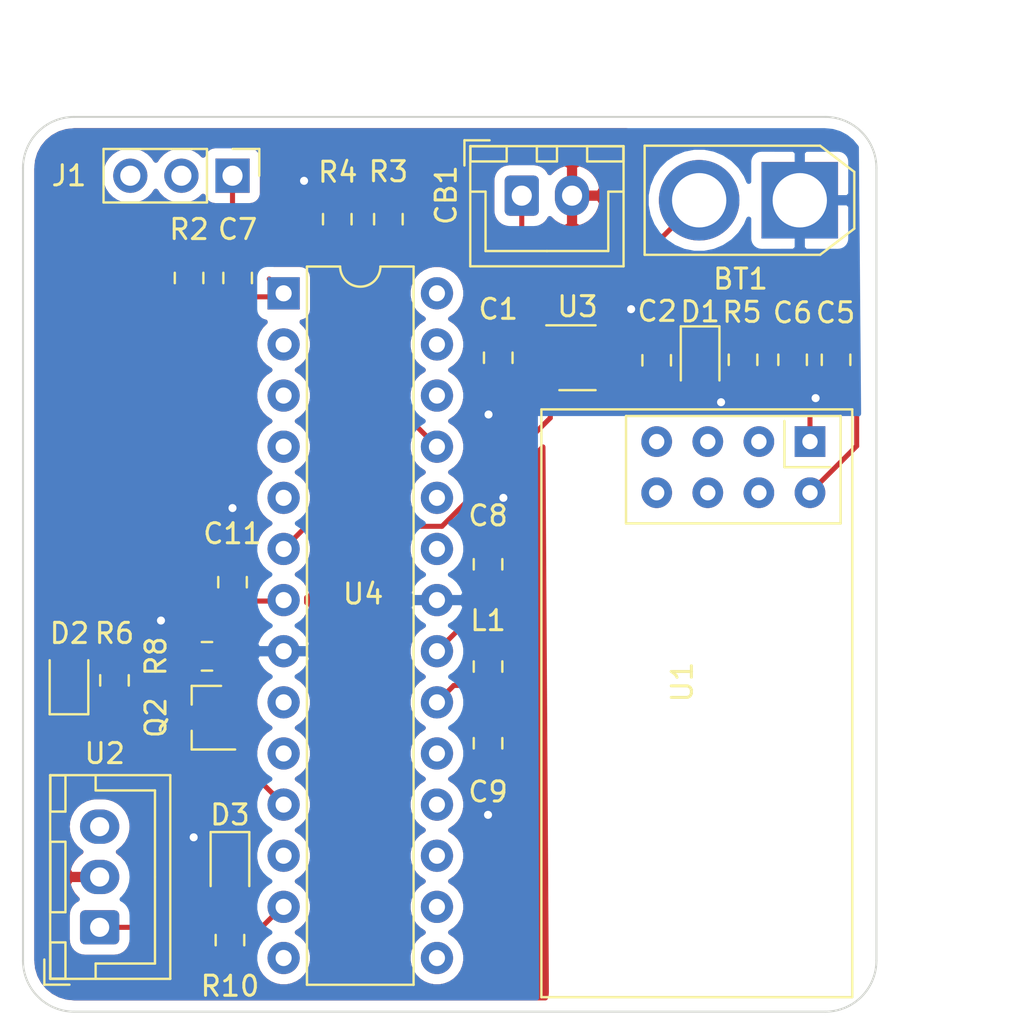
<source format=kicad_pcb>
(kicad_pcb (version 20171130) (host pcbnew 5.1.6-c6e7f7d~87~ubuntu20.04.1)

  (general
    (thickness 1.6)
    (drawings 10)
    (tracks 145)
    (zones 0)
    (modules 27)
    (nets 37)
  )

  (page A4)
  (layers
    (0 F.Cu signal)
    (1 In1.Cu signal)
    (2 In2.Cu signal)
    (31 B.Cu signal)
    (32 B.Adhes user hide)
    (33 F.Adhes user hide)
    (34 B.Paste user hide)
    (35 F.Paste user hide)
    (36 B.SilkS user)
    (37 F.SilkS user)
    (38 B.Mask user)
    (39 F.Mask user)
    (40 Dwgs.User user)
    (41 Cmts.User user hide)
    (42 Eco1.User user hide)
    (43 Eco2.User user hide)
    (44 Edge.Cuts user)
    (45 Margin user hide)
    (46 B.CrtYd user)
    (47 F.CrtYd user)
    (48 B.Fab user hide)
    (49 F.Fab user hide)
  )

  (setup
    (last_trace_width 0.25)
    (trace_clearance 0.2)
    (zone_clearance 0.508)
    (zone_45_only no)
    (trace_min 0.2)
    (via_size 0.8)
    (via_drill 0.4)
    (via_min_size 0.4)
    (via_min_drill 0.3)
    (uvia_size 0.3)
    (uvia_drill 0.1)
    (uvias_allowed no)
    (uvia_min_size 0.2)
    (uvia_min_drill 0.1)
    (edge_width 0.1)
    (segment_width 0.2)
    (pcb_text_width 0.3)
    (pcb_text_size 1.5 1.5)
    (mod_edge_width 0.15)
    (mod_text_size 0.8 0.8)
    (mod_text_width 0.15)
    (pad_size 4 4)
    (pad_drill 2.7)
    (pad_to_mask_clearance 0)
    (aux_axis_origin 0 0)
    (visible_elements FFFFFF7F)
    (pcbplotparams
      (layerselection 0x010f0_ffffffff)
      (usegerberextensions false)
      (usegerberattributes false)
      (usegerberadvancedattributes false)
      (creategerberjobfile false)
      (excludeedgelayer true)
      (linewidth 0.100000)
      (plotframeref false)
      (viasonmask false)
      (mode 1)
      (useauxorigin false)
      (hpglpennumber 1)
      (hpglpenspeed 20)
      (hpglpendiameter 15.000000)
      (psnegative false)
      (psa4output false)
      (plotreference true)
      (plotvalue false)
      (plotinvisibletext false)
      (padsonsilk true)
      (subtractmaskfromsilk false)
      (outputformat 1)
      (mirror false)
      (drillshape 0)
      (scaleselection 1)
      (outputdirectory "gerbers/"))
  )

  (net 0 "")
  (net 1 "Net-(BT1-Pad1)")
  (net 2 GND)
  (net 3 +3V3)
  (net 4 Q1_D4)
  (net 5 Q2_D5)
  (net 6 DIV_A2)
  (net 7 CE)
  (net 8 CSN)
  (net 9 SCK)
  (net 10 MOSI)
  (net 11 MISO)
  (net 12 SEN_A0)
  (net 13 "Net-(U4-Pad16)")
  (net 14 "Net-(U4-Pad24)")
  (net 15 "Net-(U4-Pad12)")
  (net 16 "Net-(U4-Pad26)")
  (net 17 "Net-(U4-Pad27)")
  (net 18 "Net-(U4-Pad28)")
  (net 19 "Net-(U1-Pad8)")
  (net 20 "Net-(D1-Pad1)")
  (net 21 "Net-(D2-Pad1)")
  (net 22 RXD_J1)
  (net 23 TXD_J1)
  (net 24 RESET_J1)
  (net 25 "Net-(C8-Pad1)")
  (net 26 "Net-(C9-Pad1)")
  (net 27 VCC)
  (net 28 U5_D2)
  (net 29 U5_D3)
  (net 30 U5_RST)
  (net 31 "Net-(R10-Pad1)")
  (net 32 "Net-(D3-Pad2)")
  (net 33 "Net-(U3-Pad4)")
  (net 34 "Net-(U4-Pad9)")
  (net 35 "Net-(U4-Pad10)")
  (net 36 "Net-(Q2-Pad3)")

  (net_class Default "This is the default net class."
    (clearance 0.2)
    (trace_width 0.25)
    (via_dia 0.8)
    (via_drill 0.4)
    (uvia_dia 0.3)
    (uvia_drill 0.1)
    (add_net +3V3)
    (add_net CE)
    (add_net CSN)
    (add_net DIV_A2)
    (add_net GND)
    (add_net MISO)
    (add_net MOSI)
    (add_net "Net-(BT1-Pad1)")
    (add_net "Net-(C8-Pad1)")
    (add_net "Net-(C9-Pad1)")
    (add_net "Net-(D1-Pad1)")
    (add_net "Net-(D2-Pad1)")
    (add_net "Net-(D3-Pad2)")
    (add_net "Net-(Q2-Pad3)")
    (add_net "Net-(R10-Pad1)")
    (add_net "Net-(U1-Pad8)")
    (add_net "Net-(U3-Pad4)")
    (add_net "Net-(U4-Pad10)")
    (add_net "Net-(U4-Pad12)")
    (add_net "Net-(U4-Pad16)")
    (add_net "Net-(U4-Pad24)")
    (add_net "Net-(U4-Pad26)")
    (add_net "Net-(U4-Pad27)")
    (add_net "Net-(U4-Pad28)")
    (add_net "Net-(U4-Pad9)")
    (add_net Q1_D4)
    (add_net Q2_D5)
    (add_net RESET_J1)
    (add_net RXD_J1)
    (add_net SCK)
    (add_net SEN_A0)
    (add_net TXD_J1)
    (add_net U5_D2)
    (add_net U5_D3)
    (add_net U5_RST)
    (add_net VCC)
  )

  (module LED_SMD:LED_0805_2012Metric (layer F.Cu) (tedit 5B36C52C) (tstamp 5F892D1F)
    (at 166.497 96.5454 270)
    (descr "LED SMD 0805 (2012 Metric), square (rectangular) end terminal, IPC_7351 nominal, (Body size source: https://docs.google.com/spreadsheets/d/1BsfQQcO9C6DZCsRaXUlFlo91Tg2WpOkGARC1WS5S8t0/edit?usp=sharing), generated with kicad-footprint-generator")
    (tags diode)
    (path /5F9CC690)
    (attr smd)
    (fp_text reference D1 (at -2.413 0) (layer F.SilkS)
      (effects (font (size 1 1) (thickness 0.15)))
    )
    (fp_text value LED_ALT (at 0 1.65 90) (layer F.Fab)
      (effects (font (size 1 1) (thickness 0.15)))
    )
    (fp_line (start 1 -0.6) (end -0.7 -0.6) (layer F.Fab) (width 0.1))
    (fp_line (start -0.7 -0.6) (end -1 -0.3) (layer F.Fab) (width 0.1))
    (fp_line (start -1 -0.3) (end -1 0.6) (layer F.Fab) (width 0.1))
    (fp_line (start -1 0.6) (end 1 0.6) (layer F.Fab) (width 0.1))
    (fp_line (start 1 0.6) (end 1 -0.6) (layer F.Fab) (width 0.1))
    (fp_line (start 1 -0.96) (end -1.685 -0.96) (layer F.SilkS) (width 0.12))
    (fp_line (start -1.685 -0.96) (end -1.685 0.96) (layer F.SilkS) (width 0.12))
    (fp_line (start -1.685 0.96) (end 1 0.96) (layer F.SilkS) (width 0.12))
    (fp_line (start -1.68 0.95) (end -1.68 -0.95) (layer F.CrtYd) (width 0.05))
    (fp_line (start -1.68 -0.95) (end 1.68 -0.95) (layer F.CrtYd) (width 0.05))
    (fp_line (start 1.68 -0.95) (end 1.68 0.95) (layer F.CrtYd) (width 0.05))
    (fp_line (start 1.68 0.95) (end -1.68 0.95) (layer F.CrtYd) (width 0.05))
    (fp_text user %R (at 0 0 90) (layer F.Fab)
      (effects (font (size 0.5 0.5) (thickness 0.08)))
    )
    (pad 2 smd roundrect (at 0.9375 0 270) (size 0.975 1.4) (layers F.Cu F.Paste F.Mask) (roundrect_rratio 0.25)
      (net 3 +3V3))
    (pad 1 smd roundrect (at -0.9375 0 270) (size 0.975 1.4) (layers F.Cu F.Paste F.Mask) (roundrect_rratio 0.25)
      (net 20 "Net-(D1-Pad1)"))
    (model ${KISYS3DMOD}/LED_SMD.3dshapes/LED_0805_2012Metric.wrl
      (at (xyz 0 0 0))
      (scale (xyz 1 1 1))
      (rotate (xyz 0 0 0))
    )
  )

  (module Capacitor_SMD:C_0805_2012Metric (layer F.Cu) (tedit 5B36C52B) (tstamp 5F892CED)
    (at 164.338 96.5454 90)
    (descr "Capacitor SMD 0805 (2012 Metric), square (rectangular) end terminal, IPC_7351 nominal, (Body size source: https://docs.google.com/spreadsheets/d/1BsfQQcO9C6DZCsRaXUlFlo91Tg2WpOkGARC1WS5S8t0/edit?usp=sharing), generated with kicad-footprint-generator")
    (tags capacitor)
    (path /5F63D266)
    (attr smd)
    (fp_text reference C2 (at 2.4384 0.0254 180) (layer F.SilkS)
      (effects (font (size 1 1) (thickness 0.15)))
    )
    (fp_text value 1uF (at 2.54 0 180) (layer F.Fab)
      (effects (font (size 1 1) (thickness 0.15)))
    )
    (fp_line (start 1.68 0.95) (end -1.68 0.95) (layer F.CrtYd) (width 0.05))
    (fp_line (start 1.68 -0.95) (end 1.68 0.95) (layer F.CrtYd) (width 0.05))
    (fp_line (start -1.68 -0.95) (end 1.68 -0.95) (layer F.CrtYd) (width 0.05))
    (fp_line (start -1.68 0.95) (end -1.68 -0.95) (layer F.CrtYd) (width 0.05))
    (fp_line (start -0.258578 0.71) (end 0.258578 0.71) (layer F.SilkS) (width 0.12))
    (fp_line (start -0.258578 -0.71) (end 0.258578 -0.71) (layer F.SilkS) (width 0.12))
    (fp_line (start 1 0.6) (end -1 0.6) (layer F.Fab) (width 0.1))
    (fp_line (start 1 -0.6) (end 1 0.6) (layer F.Fab) (width 0.1))
    (fp_line (start -1 -0.6) (end 1 -0.6) (layer F.Fab) (width 0.1))
    (fp_line (start -1 0.6) (end -1 -0.6) (layer F.Fab) (width 0.1))
    (fp_text user %R (at 0 0 90) (layer F.Fab)
      (effects (font (size 0.5 0.5) (thickness 0.08)))
    )
    (pad 2 smd roundrect (at 0.9375 0 90) (size 0.975 1.4) (layers F.Cu F.Paste F.Mask) (roundrect_rratio 0.25)
      (net 2 GND))
    (pad 1 smd roundrect (at -0.9375 0 90) (size 0.975 1.4) (layers F.Cu F.Paste F.Mask) (roundrect_rratio 0.25)
      (net 3 +3V3))
    (model ${KISYS3DMOD}/Capacitor_SMD.3dshapes/C_0805_2012Metric.wrl
      (at (xyz 0 0 0))
      (scale (xyz 1 1 1))
      (rotate (xyz 0 0 0))
    )
  )

  (module Package_TO_SOT_SMD:SOT-23-5_HandSoldering (layer F.Cu) (tedit 5A0AB76C) (tstamp 5F891C52)
    (at 160.401 96.4184)
    (descr "5-pin SOT23 package")
    (tags "SOT-23-5 hand-soldering")
    (path /5F912462)
    (attr smd)
    (fp_text reference U3 (at 0 -2.54) (layer F.SilkS)
      (effects (font (size 1 1) (thickness 0.15)))
    )
    (fp_text value AP7365 (at 0 2.9) (layer F.Fab)
      (effects (font (size 1 1) (thickness 0.15)))
    )
    (fp_line (start 2.38 1.8) (end -2.38 1.8) (layer F.CrtYd) (width 0.05))
    (fp_line (start 2.38 1.8) (end 2.38 -1.8) (layer F.CrtYd) (width 0.05))
    (fp_line (start -2.38 -1.8) (end -2.38 1.8) (layer F.CrtYd) (width 0.05))
    (fp_line (start -2.38 -1.8) (end 2.38 -1.8) (layer F.CrtYd) (width 0.05))
    (fp_line (start 0.9 -1.55) (end 0.9 1.55) (layer F.Fab) (width 0.1))
    (fp_line (start 0.9 1.55) (end -0.9 1.55) (layer F.Fab) (width 0.1))
    (fp_line (start -0.9 -0.9) (end -0.9 1.55) (layer F.Fab) (width 0.1))
    (fp_line (start 0.9 -1.55) (end -0.25 -1.55) (layer F.Fab) (width 0.1))
    (fp_line (start -0.9 -0.9) (end -0.25 -1.55) (layer F.Fab) (width 0.1))
    (fp_line (start 0.9 -1.61) (end -1.55 -1.61) (layer F.SilkS) (width 0.12))
    (fp_line (start -0.9 1.61) (end 0.9 1.61) (layer F.SilkS) (width 0.12))
    (fp_text user %R (at 0 0 90) (layer F.Fab)
      (effects (font (size 0.5 0.5) (thickness 0.075)))
    )
    (pad 5 smd rect (at 1.35 -0.95) (size 1.56 0.65) (layers F.Cu F.Paste F.Mask)
      (net 3 +3V3))
    (pad 4 smd rect (at 1.35 0.95) (size 1.56 0.65) (layers F.Cu F.Paste F.Mask)
      (net 33 "Net-(U3-Pad4)"))
    (pad 3 smd rect (at -1.35 0.95) (size 1.56 0.65) (layers F.Cu F.Paste F.Mask)
      (net 4 Q1_D4))
    (pad 2 smd rect (at -1.35 0) (size 1.56 0.65) (layers F.Cu F.Paste F.Mask)
      (net 2 GND))
    (pad 1 smd rect (at -1.35 -0.95) (size 1.56 0.65) (layers F.Cu F.Paste F.Mask)
      (net 27 VCC))
    (model ${KISYS3DMOD}/Package_TO_SOT_SMD.3dshapes/SOT-23-5.wrl
      (at (xyz 0 0 0))
      (scale (xyz 1 1 1))
      (rotate (xyz 0 0 0))
    )
  )

  (module Resistor_SMD:R_0805_2012Metric (layer F.Cu) (tedit 5B36C52B) (tstamp 5F62D58B)
    (at 137.3886 112.4458 90)
    (descr "Resistor SMD 0805 (2012 Metric), square (rectangular) end terminal, IPC_7351 nominal, (Body size source: https://docs.google.com/spreadsheets/d/1BsfQQcO9C6DZCsRaXUlFlo91Tg2WpOkGARC1WS5S8t0/edit?usp=sharing), generated with kicad-footprint-generator")
    (tags resistor)
    (path /5F9BDA04)
    (attr smd)
    (fp_text reference R6 (at 2.3368 0) (layer F.SilkS)
      (effects (font (size 1 1) (thickness 0.15)))
    )
    (fp_text value 1k (at 0 1.65 90) (layer F.Fab)
      (effects (font (size 1 1) (thickness 0.15)))
    )
    (fp_line (start -1 0.6) (end -1 -0.6) (layer F.Fab) (width 0.1))
    (fp_line (start -1 -0.6) (end 1 -0.6) (layer F.Fab) (width 0.1))
    (fp_line (start 1 -0.6) (end 1 0.6) (layer F.Fab) (width 0.1))
    (fp_line (start 1 0.6) (end -1 0.6) (layer F.Fab) (width 0.1))
    (fp_line (start -0.258578 -0.71) (end 0.258578 -0.71) (layer F.SilkS) (width 0.12))
    (fp_line (start -0.258578 0.71) (end 0.258578 0.71) (layer F.SilkS) (width 0.12))
    (fp_line (start -1.68 0.95) (end -1.68 -0.95) (layer F.CrtYd) (width 0.05))
    (fp_line (start -1.68 -0.95) (end 1.68 -0.95) (layer F.CrtYd) (width 0.05))
    (fp_line (start 1.68 -0.95) (end 1.68 0.95) (layer F.CrtYd) (width 0.05))
    (fp_line (start 1.68 0.95) (end -1.68 0.95) (layer F.CrtYd) (width 0.05))
    (fp_text user %R (at 0 0 90) (layer F.Fab)
      (effects (font (size 0.5 0.5) (thickness 0.08)))
    )
    (pad 2 smd roundrect (at 0.9375 0 90) (size 0.975 1.4) (layers F.Cu F.Paste F.Mask) (roundrect_rratio 0.25)
      (net 36 "Net-(Q2-Pad3)"))
    (pad 1 smd roundrect (at -0.9375 0 90) (size 0.975 1.4) (layers F.Cu F.Paste F.Mask) (roundrect_rratio 0.25)
      (net 21 "Net-(D2-Pad1)"))
    (model ${KISYS3DMOD}/Resistor_SMD.3dshapes/R_0805_2012Metric.wrl
      (at (xyz 0 0 0))
      (scale (xyz 1 1 1))
      (rotate (xyz 0 0 0))
    )
  )

  (module Capacitor_SMD:C_0805_2012Metric (layer F.Cu) (tedit 5B36C52B) (tstamp 5F8840DE)
    (at 143.256 107.569 90)
    (descr "Capacitor SMD 0805 (2012 Metric), square (rectangular) end terminal, IPC_7351 nominal, (Body size source: https://docs.google.com/spreadsheets/d/1BsfQQcO9C6DZCsRaXUlFlo91Tg2WpOkGARC1WS5S8t0/edit?usp=sharing), generated with kicad-footprint-generator")
    (tags capacitor)
    (path /5F8FAF67)
    (attr smd)
    (fp_text reference C11 (at 2.413 0 180) (layer F.SilkS)
      (effects (font (size 1 1) (thickness 0.15)))
    )
    (fp_text value 100nF (at 0 1.65 90) (layer F.Fab)
      (effects (font (size 1 1) (thickness 0.15)))
    )
    (fp_line (start -1 0.6) (end -1 -0.6) (layer F.Fab) (width 0.1))
    (fp_line (start -1 -0.6) (end 1 -0.6) (layer F.Fab) (width 0.1))
    (fp_line (start 1 -0.6) (end 1 0.6) (layer F.Fab) (width 0.1))
    (fp_line (start 1 0.6) (end -1 0.6) (layer F.Fab) (width 0.1))
    (fp_line (start -0.258578 -0.71) (end 0.258578 -0.71) (layer F.SilkS) (width 0.12))
    (fp_line (start -0.258578 0.71) (end 0.258578 0.71) (layer F.SilkS) (width 0.12))
    (fp_line (start -1.68 0.95) (end -1.68 -0.95) (layer F.CrtYd) (width 0.05))
    (fp_line (start -1.68 -0.95) (end 1.68 -0.95) (layer F.CrtYd) (width 0.05))
    (fp_line (start 1.68 -0.95) (end 1.68 0.95) (layer F.CrtYd) (width 0.05))
    (fp_line (start 1.68 0.95) (end -1.68 0.95) (layer F.CrtYd) (width 0.05))
    (fp_text user %R (at 0 0 90) (layer F.Fab)
      (effects (font (size 0.5 0.5) (thickness 0.08)))
    )
    (pad 2 smd roundrect (at 0.9375 0 90) (size 0.975 1.4) (layers F.Cu F.Paste F.Mask) (roundrect_rratio 0.25)
      (net 2 GND))
    (pad 1 smd roundrect (at -0.9375 0 90) (size 0.975 1.4) (layers F.Cu F.Paste F.Mask) (roundrect_rratio 0.25)
      (net 27 VCC))
    (model ${KISYS3DMOD}/Capacitor_SMD.3dshapes/C_0805_2012Metric.wrl
      (at (xyz 0 0 0))
      (scale (xyz 1 1 1))
      (rotate (xyz 0 0 0))
    )
  )

  (module Connector_AMASS:AMASS_XT30U-F_1x02_P5.0mm_Vertical (layer F.Cu) (tedit 5F9F2837) (tstamp 5F6265D2)
    (at 171.45 88.5952 180)
    (descr "Connector XT30 Vertical Cable Female, https://www.tme.eu/en/Document/3cbfa5cfa544d79584972dd5234a409e/XT30U%20SPEC.pdf")
    (tags "RC Connector XT30")
    (path /5F71FB83)
    (fp_text reference BT1 (at 2.9464 -3.9116) (layer F.SilkS)
      (effects (font (size 1 1) (thickness 0.15)))
    )
    (fp_text value +3.3-4.2V (at 2.5 4) (layer F.Fab)
      (effects (font (size 1 1) (thickness 0.15)))
    )
    (fp_line (start -2.6 -1.3) (end -2.6 1.3) (layer F.Fab) (width 0.1))
    (fp_line (start 7.6 -2.6) (end 7.6 2.6) (layer F.Fab) (width 0.1))
    (fp_line (start -0.9 -2.6) (end 7.6 -2.6) (layer F.Fab) (width 0.1))
    (fp_line (start -0.9 2.6) (end 7.6 2.6) (layer F.Fab) (width 0.1))
    (fp_line (start -2.6 -1.3) (end -0.9 -2.6) (layer F.Fab) (width 0.1))
    (fp_line (start -2.6 1.3) (end -0.9 2.6) (layer F.Fab) (width 0.1))
    (fp_line (start -1.01 -2.71) (end 7.71 -2.71) (layer F.SilkS) (width 0.12))
    (fp_line (start 7.71 -2.71) (end 7.71 2.71) (layer F.SilkS) (width 0.12))
    (fp_line (start -1.01 2.71) (end 7.71 2.71) (layer F.SilkS) (width 0.12))
    (fp_line (start -2.71 -1.41) (end -1.01 -2.71) (layer F.SilkS) (width 0.12))
    (fp_line (start -2.71 1.41) (end -1.01 2.71) (layer F.SilkS) (width 0.12))
    (fp_line (start -2.71 -1.41) (end -2.71 1.41) (layer F.SilkS) (width 0.12))
    (fp_line (start -1.4 -3.1) (end 8.1 -3.1) (layer F.CrtYd) (width 0.05))
    (fp_line (start 8.1 -3.1) (end 8.1 3.1) (layer F.CrtYd) (width 0.05))
    (fp_line (start -3.1 -1.8) (end -3.1 1.8) (layer F.CrtYd) (width 0.05))
    (fp_line (start -1.4 3.1) (end 8.1 3.1) (layer F.CrtYd) (width 0.05))
    (fp_line (start -3.1 -1.8) (end -1.4 -3.1) (layer F.CrtYd) (width 0.05))
    (fp_line (start -3.1 1.8) (end -1.4 3.1) (layer F.CrtYd) (width 0.05))
    (fp_text user %R (at 2.5 0) (layer F.Fab)
      (effects (font (size 1 1) (thickness 0.15)))
    )
    (pad 1 thru_hole rect (at 0 0 180) (size 3.8 3.8) (drill 2.7) (layers *.Cu *.Mask)
      (net 2 GND))
    (pad 2 thru_hole circle (at 5 0 180) (size 4 4) (drill 2.7) (layers *.Cu *.Mask)
      (net 1 "Net-(BT1-Pad1)"))
    (model ${KISYS3DMOD}/Connector_AMASS.3dshapes/AMASS_XT30U-F_1x02_P5.0mm_Vertical.wrl
      (at (xyz 0 0 0))
      (scale (xyz 1 1 1))
      (rotate (xyz 0 0 0))
    )
  )

  (module Resistor_SMD:R_0805_2012Metric (layer F.Cu) (tedit 5B36C52B) (tstamp 5F884F38)
    (at 143.129 125.349 90)
    (descr "Resistor SMD 0805 (2012 Metric), square (rectangular) end terminal, IPC_7351 nominal, (Body size source: https://docs.google.com/spreadsheets/d/1BsfQQcO9C6DZCsRaXUlFlo91Tg2WpOkGARC1WS5S8t0/edit?usp=sharing), generated with kicad-footprint-generator")
    (tags resistor)
    (path /5FC1BCDF)
    (attr smd)
    (fp_text reference R10 (at -2.286 0 180) (layer F.SilkS)
      (effects (font (size 1 1) (thickness 0.15)))
    )
    (fp_text value 1k (at 0 1.65 90) (layer F.Fab)
      (effects (font (size 1 1) (thickness 0.15)))
    )
    (fp_line (start -1 0.6) (end -1 -0.6) (layer F.Fab) (width 0.1))
    (fp_line (start -1 -0.6) (end 1 -0.6) (layer F.Fab) (width 0.1))
    (fp_line (start 1 -0.6) (end 1 0.6) (layer F.Fab) (width 0.1))
    (fp_line (start 1 0.6) (end -1 0.6) (layer F.Fab) (width 0.1))
    (fp_line (start -0.258578 -0.71) (end 0.258578 -0.71) (layer F.SilkS) (width 0.12))
    (fp_line (start -0.258578 0.71) (end 0.258578 0.71) (layer F.SilkS) (width 0.12))
    (fp_line (start -1.68 0.95) (end -1.68 -0.95) (layer F.CrtYd) (width 0.05))
    (fp_line (start -1.68 -0.95) (end 1.68 -0.95) (layer F.CrtYd) (width 0.05))
    (fp_line (start 1.68 -0.95) (end 1.68 0.95) (layer F.CrtYd) (width 0.05))
    (fp_line (start 1.68 0.95) (end -1.68 0.95) (layer F.CrtYd) (width 0.05))
    (fp_text user %R (at 0 0 90) (layer F.Fab)
      (effects (font (size 0.5 0.5) (thickness 0.08)))
    )
    (pad 2 smd roundrect (at 0.9375 0 90) (size 0.975 1.4) (layers F.Cu F.Paste F.Mask) (roundrect_rratio 0.25)
      (net 32 "Net-(D3-Pad2)"))
    (pad 1 smd roundrect (at -0.9375 0 90) (size 0.975 1.4) (layers F.Cu F.Paste F.Mask) (roundrect_rratio 0.25)
      (net 31 "Net-(R10-Pad1)"))
    (model ${KISYS3DMOD}/Resistor_SMD.3dshapes/R_0805_2012Metric.wrl
      (at (xyz 0 0 0))
      (scale (xyz 1 1 1))
      (rotate (xyz 0 0 0))
    )
  )

  (module LED_SMD:LED_0805_2012Metric (layer F.Cu) (tedit 5B36C52C) (tstamp 5F88288D)
    (at 143.129 121.666 270)
    (descr "LED SMD 0805 (2012 Metric), square (rectangular) end terminal, IPC_7351 nominal, (Body size source: https://docs.google.com/spreadsheets/d/1BsfQQcO9C6DZCsRaXUlFlo91Tg2WpOkGARC1WS5S8t0/edit?usp=sharing), generated with kicad-footprint-generator")
    (tags diode)
    (path /5FC1BCD8)
    (attr smd)
    (fp_text reference D3 (at -2.54 0 180) (layer F.SilkS)
      (effects (font (size 1 1) (thickness 0.15)))
    )
    (fp_text value LED_ALT (at 0 1.65 90) (layer F.Fab)
      (effects (font (size 1 1) (thickness 0.15)))
    )
    (fp_line (start 1 -0.6) (end -0.7 -0.6) (layer F.Fab) (width 0.1))
    (fp_line (start -0.7 -0.6) (end -1 -0.3) (layer F.Fab) (width 0.1))
    (fp_line (start -1 -0.3) (end -1 0.6) (layer F.Fab) (width 0.1))
    (fp_line (start -1 0.6) (end 1 0.6) (layer F.Fab) (width 0.1))
    (fp_line (start 1 0.6) (end 1 -0.6) (layer F.Fab) (width 0.1))
    (fp_line (start 1 -0.96) (end -1.685 -0.96) (layer F.SilkS) (width 0.12))
    (fp_line (start -1.685 -0.96) (end -1.685 0.96) (layer F.SilkS) (width 0.12))
    (fp_line (start -1.685 0.96) (end 1 0.96) (layer F.SilkS) (width 0.12))
    (fp_line (start -1.68 0.95) (end -1.68 -0.95) (layer F.CrtYd) (width 0.05))
    (fp_line (start -1.68 -0.95) (end 1.68 -0.95) (layer F.CrtYd) (width 0.05))
    (fp_line (start 1.68 -0.95) (end 1.68 0.95) (layer F.CrtYd) (width 0.05))
    (fp_line (start 1.68 0.95) (end -1.68 0.95) (layer F.CrtYd) (width 0.05))
    (fp_text user %R (at 0 0 90) (layer F.Fab)
      (effects (font (size 0.5 0.5) (thickness 0.08)))
    )
    (pad 2 smd roundrect (at 0.9375 0 270) (size 0.975 1.4) (layers F.Cu F.Paste F.Mask) (roundrect_rratio 0.25)
      (net 32 "Net-(D3-Pad2)"))
    (pad 1 smd roundrect (at -0.9375 0 270) (size 0.975 1.4) (layers F.Cu F.Paste F.Mask) (roundrect_rratio 0.25)
      (net 2 GND))
    (model ${KISYS3DMOD}/LED_SMD.3dshapes/LED_0805_2012Metric.wrl
      (at (xyz 0 0 0))
      (scale (xyz 1 1 1))
      (rotate (xyz 0 0 0))
    )
  )

  (module Capacitor_SMD:C_0805_2012Metric (layer F.Cu) (tedit 5B36C52B) (tstamp 5F70ED32)
    (at 155.956 106.68 90)
    (descr "Capacitor SMD 0805 (2012 Metric), square (rectangular) end terminal, IPC_7351 nominal, (Body size source: https://docs.google.com/spreadsheets/d/1BsfQQcO9C6DZCsRaXUlFlo91Tg2WpOkGARC1WS5S8t0/edit?usp=sharing), generated with kicad-footprint-generator")
    (tags capacitor)
    (path /5F82A0D2)
    (attr smd)
    (fp_text reference C8 (at 2.413 0) (layer F.SilkS)
      (effects (font (size 1 1) (thickness 0.15)))
    )
    (fp_text value 100nF (at 0 1.65 90) (layer F.Fab)
      (effects (font (size 1 1) (thickness 0.15)))
    )
    (fp_line (start -1 0.6) (end -1 -0.6) (layer F.Fab) (width 0.1))
    (fp_line (start -1 -0.6) (end 1 -0.6) (layer F.Fab) (width 0.1))
    (fp_line (start 1 -0.6) (end 1 0.6) (layer F.Fab) (width 0.1))
    (fp_line (start 1 0.6) (end -1 0.6) (layer F.Fab) (width 0.1))
    (fp_line (start -0.258578 -0.71) (end 0.258578 -0.71) (layer F.SilkS) (width 0.12))
    (fp_line (start -0.258578 0.71) (end 0.258578 0.71) (layer F.SilkS) (width 0.12))
    (fp_line (start -1.68 0.95) (end -1.68 -0.95) (layer F.CrtYd) (width 0.05))
    (fp_line (start -1.68 -0.95) (end 1.68 -0.95) (layer F.CrtYd) (width 0.05))
    (fp_line (start 1.68 -0.95) (end 1.68 0.95) (layer F.CrtYd) (width 0.05))
    (fp_line (start 1.68 0.95) (end -1.68 0.95) (layer F.CrtYd) (width 0.05))
    (fp_text user %R (at 0 0 90) (layer F.Fab)
      (effects (font (size 0.5 0.5) (thickness 0.08)))
    )
    (pad 2 smd roundrect (at 0.9375 0 90) (size 0.975 1.4) (layers F.Cu F.Paste F.Mask) (roundrect_rratio 0.25)
      (net 2 GND))
    (pad 1 smd roundrect (at -0.9375 0 90) (size 0.975 1.4) (layers F.Cu F.Paste F.Mask) (roundrect_rratio 0.25)
      (net 25 "Net-(C8-Pad1)"))
    (model ${KISYS3DMOD}/Capacitor_SMD.3dshapes/C_0805_2012Metric.wrl
      (at (xyz 0 0 0))
      (scale (xyz 1 1 1))
      (rotate (xyz 0 0 0))
    )
  )

  (module Package_TO_SOT_SMD:SOT-23 (layer F.Cu) (tedit 5A02FF57) (tstamp 5F83FEDB)
    (at 141.986 114.3 180)
    (descr "SOT-23, Standard")
    (tags SOT-23)
    (path /5F8967C3)
    (attr smd)
    (fp_text reference Q2 (at 2.54 0 90) (layer F.SilkS)
      (effects (font (size 1 1) (thickness 0.15)))
    )
    (fp_text value DMG6968U (at 0 2.5) (layer F.Fab)
      (effects (font (size 1 1) (thickness 0.15)))
    )
    (fp_line (start 0.76 1.58) (end -0.7 1.58) (layer F.SilkS) (width 0.12))
    (fp_line (start 0.76 -1.58) (end -1.4 -1.58) (layer F.SilkS) (width 0.12))
    (fp_line (start -1.7 1.75) (end -1.7 -1.75) (layer F.CrtYd) (width 0.05))
    (fp_line (start 1.7 1.75) (end -1.7 1.75) (layer F.CrtYd) (width 0.05))
    (fp_line (start 1.7 -1.75) (end 1.7 1.75) (layer F.CrtYd) (width 0.05))
    (fp_line (start -1.7 -1.75) (end 1.7 -1.75) (layer F.CrtYd) (width 0.05))
    (fp_line (start 0.76 -1.58) (end 0.76 -0.65) (layer F.SilkS) (width 0.12))
    (fp_line (start 0.76 1.58) (end 0.76 0.65) (layer F.SilkS) (width 0.12))
    (fp_line (start -0.7 1.52) (end 0.7 1.52) (layer F.Fab) (width 0.1))
    (fp_line (start 0.7 -1.52) (end 0.7 1.52) (layer F.Fab) (width 0.1))
    (fp_line (start -0.7 -0.95) (end -0.15 -1.52) (layer F.Fab) (width 0.1))
    (fp_line (start -0.15 -1.52) (end 0.7 -1.52) (layer F.Fab) (width 0.1))
    (fp_line (start -0.7 -0.95) (end -0.7 1.5) (layer F.Fab) (width 0.1))
    (fp_text user %R (at 0 0 90) (layer F.Fab)
      (effects (font (size 0.5 0.5) (thickness 0.075)))
    )
    (pad 3 smd rect (at 1 0 180) (size 0.9 0.8) (layers F.Cu F.Paste F.Mask)
      (net 36 "Net-(Q2-Pad3)"))
    (pad 2 smd rect (at -1 0.95 180) (size 0.9 0.8) (layers F.Cu F.Paste F.Mask)
      (net 2 GND))
    (pad 1 smd rect (at -1 -0.95 180) (size 0.9 0.8) (layers F.Cu F.Paste F.Mask)
      (net 5 Q2_D5))
    (model ${KISYS3DMOD}/Package_TO_SOT_SMD.3dshapes/SOT-23.wrl
      (at (xyz 0 0 0))
      (scale (xyz 1 1 1))
      (rotate (xyz 0 0 0))
    )
  )

  (module Connector_JST:JST_XH_B3B-XH-A_1x03_P2.50mm_Vertical (layer F.Cu) (tedit 5C28146C) (tstamp 5F839075)
    (at 136.652 124.714 90)
    (descr "JST XH series connector, B3B-XH-A (http://www.jst-mfg.com/product/pdf/eng/eXH.pdf), generated with kicad-footprint-generator")
    (tags "connector JST XH vertical")
    (path /5F33FAC0)
    (fp_text reference U2 (at 8.636 0.254) (layer F.SilkS)
      (effects (font (size 1 1) (thickness 0.15)))
    )
    (fp_text value SEN0193 (at 2.5 3.4 90) (layer F.Fab)
      (effects (font (size 1 1) (thickness 0.15)))
    )
    (fp_line (start -2.45 -2.35) (end -2.45 3.4) (layer F.Fab) (width 0.1))
    (fp_line (start -2.45 3.4) (end 7.45 3.4) (layer F.Fab) (width 0.1))
    (fp_line (start 7.45 3.4) (end 7.45 -2.35) (layer F.Fab) (width 0.1))
    (fp_line (start 7.45 -2.35) (end -2.45 -2.35) (layer F.Fab) (width 0.1))
    (fp_line (start -2.56 -2.46) (end -2.56 3.51) (layer F.SilkS) (width 0.12))
    (fp_line (start -2.56 3.51) (end 7.56 3.51) (layer F.SilkS) (width 0.12))
    (fp_line (start 7.56 3.51) (end 7.56 -2.46) (layer F.SilkS) (width 0.12))
    (fp_line (start 7.56 -2.46) (end -2.56 -2.46) (layer F.SilkS) (width 0.12))
    (fp_line (start -2.95 -2.85) (end -2.95 3.9) (layer F.CrtYd) (width 0.05))
    (fp_line (start -2.95 3.9) (end 7.95 3.9) (layer F.CrtYd) (width 0.05))
    (fp_line (start 7.95 3.9) (end 7.95 -2.85) (layer F.CrtYd) (width 0.05))
    (fp_line (start 7.95 -2.85) (end -2.95 -2.85) (layer F.CrtYd) (width 0.05))
    (fp_line (start -0.625 -2.35) (end 0 -1.35) (layer F.Fab) (width 0.1))
    (fp_line (start 0 -1.35) (end 0.625 -2.35) (layer F.Fab) (width 0.1))
    (fp_line (start 0.75 -2.45) (end 0.75 -1.7) (layer F.SilkS) (width 0.12))
    (fp_line (start 0.75 -1.7) (end 4.25 -1.7) (layer F.SilkS) (width 0.12))
    (fp_line (start 4.25 -1.7) (end 4.25 -2.45) (layer F.SilkS) (width 0.12))
    (fp_line (start 4.25 -2.45) (end 0.75 -2.45) (layer F.SilkS) (width 0.12))
    (fp_line (start -2.55 -2.45) (end -2.55 -1.7) (layer F.SilkS) (width 0.12))
    (fp_line (start -2.55 -1.7) (end -0.75 -1.7) (layer F.SilkS) (width 0.12))
    (fp_line (start -0.75 -1.7) (end -0.75 -2.45) (layer F.SilkS) (width 0.12))
    (fp_line (start -0.75 -2.45) (end -2.55 -2.45) (layer F.SilkS) (width 0.12))
    (fp_line (start 5.75 -2.45) (end 5.75 -1.7) (layer F.SilkS) (width 0.12))
    (fp_line (start 5.75 -1.7) (end 7.55 -1.7) (layer F.SilkS) (width 0.12))
    (fp_line (start 7.55 -1.7) (end 7.55 -2.45) (layer F.SilkS) (width 0.12))
    (fp_line (start 7.55 -2.45) (end 5.75 -2.45) (layer F.SilkS) (width 0.12))
    (fp_line (start -2.55 -0.2) (end -1.8 -0.2) (layer F.SilkS) (width 0.12))
    (fp_line (start -1.8 -0.2) (end -1.8 2.75) (layer F.SilkS) (width 0.12))
    (fp_line (start -1.8 2.75) (end 2.5 2.75) (layer F.SilkS) (width 0.12))
    (fp_line (start 7.55 -0.2) (end 6.8 -0.2) (layer F.SilkS) (width 0.12))
    (fp_line (start 6.8 -0.2) (end 6.8 2.75) (layer F.SilkS) (width 0.12))
    (fp_line (start 6.8 2.75) (end 2.5 2.75) (layer F.SilkS) (width 0.12))
    (fp_line (start -1.6 -2.75) (end -2.85 -2.75) (layer F.SilkS) (width 0.12))
    (fp_line (start -2.85 -2.75) (end -2.85 -1.5) (layer F.SilkS) (width 0.12))
    (fp_text user %R (at 2.5 1.5 90) (layer F.Fab)
      (effects (font (size 1 1) (thickness 0.15)))
    )
    (pad 3 thru_hole oval (at 5 0 90) (size 1.7 1.95) (drill 0.95) (layers *.Cu *.Mask)
      (net 12 SEN_A0))
    (pad 2 thru_hole oval (at 2.5 0 90) (size 1.7 1.95) (drill 0.95) (layers *.Cu *.Mask)
      (net 27 VCC))
    (pad 1 thru_hole roundrect (at 0 0 90) (size 1.7 1.95) (drill 0.95) (layers *.Cu *.Mask) (roundrect_rratio 0.147059)
      (net 36 "Net-(Q2-Pad3)"))
    (model ${KISYS3DMOD}/Connector_JST.3dshapes/JST_XH_B3B-XH-A_1x03_P2.50mm_Vertical.wrl
      (at (xyz 0 0 0))
      (scale (xyz 1 1 1))
      (rotate (xyz 0 0 0))
    )
  )

  (module Connector_JST:JST_XH_B2B-XH-A_1x02_P2.50mm_Vertical (layer F.Cu) (tedit 5C28146C) (tstamp 5F62EB2B)
    (at 157.6324 88.3666)
    (descr "JST XH series connector, B2B-XH-A (http://www.jst-mfg.com/product/pdf/eng/eXH.pdf), generated with kicad-footprint-generator")
    (tags "connector JST XH vertical")
    (path /5F830F0C)
    (fp_text reference CB1 (at -3.7592 -0.0254 90) (layer F.SilkS)
      (effects (font (size 1 1) (thickness 0.15)))
    )
    (fp_text value Power_Switch (at 1.25 4.6) (layer F.Fab)
      (effects (font (size 1 1) (thickness 0.15)))
    )
    (fp_line (start -2.85 -2.75) (end -2.85 -1.5) (layer F.SilkS) (width 0.12))
    (fp_line (start -1.6 -2.75) (end -2.85 -2.75) (layer F.SilkS) (width 0.12))
    (fp_line (start 4.3 2.75) (end 1.25 2.75) (layer F.SilkS) (width 0.12))
    (fp_line (start 4.3 -0.2) (end 4.3 2.75) (layer F.SilkS) (width 0.12))
    (fp_line (start 5.05 -0.2) (end 4.3 -0.2) (layer F.SilkS) (width 0.12))
    (fp_line (start -1.8 2.75) (end 1.25 2.75) (layer F.SilkS) (width 0.12))
    (fp_line (start -1.8 -0.2) (end -1.8 2.75) (layer F.SilkS) (width 0.12))
    (fp_line (start -2.55 -0.2) (end -1.8 -0.2) (layer F.SilkS) (width 0.12))
    (fp_line (start 5.05 -2.45) (end 3.25 -2.45) (layer F.SilkS) (width 0.12))
    (fp_line (start 5.05 -1.7) (end 5.05 -2.45) (layer F.SilkS) (width 0.12))
    (fp_line (start 3.25 -1.7) (end 5.05 -1.7) (layer F.SilkS) (width 0.12))
    (fp_line (start 3.25 -2.45) (end 3.25 -1.7) (layer F.SilkS) (width 0.12))
    (fp_line (start -0.75 -2.45) (end -2.55 -2.45) (layer F.SilkS) (width 0.12))
    (fp_line (start -0.75 -1.7) (end -0.75 -2.45) (layer F.SilkS) (width 0.12))
    (fp_line (start -2.55 -1.7) (end -0.75 -1.7) (layer F.SilkS) (width 0.12))
    (fp_line (start -2.55 -2.45) (end -2.55 -1.7) (layer F.SilkS) (width 0.12))
    (fp_line (start 1.75 -2.45) (end 0.75 -2.45) (layer F.SilkS) (width 0.12))
    (fp_line (start 1.75 -1.7) (end 1.75 -2.45) (layer F.SilkS) (width 0.12))
    (fp_line (start 0.75 -1.7) (end 1.75 -1.7) (layer F.SilkS) (width 0.12))
    (fp_line (start 0.75 -2.45) (end 0.75 -1.7) (layer F.SilkS) (width 0.12))
    (fp_line (start 0 -1.35) (end 0.625 -2.35) (layer F.Fab) (width 0.1))
    (fp_line (start -0.625 -2.35) (end 0 -1.35) (layer F.Fab) (width 0.1))
    (fp_line (start 5.45 -2.85) (end -2.95 -2.85) (layer F.CrtYd) (width 0.05))
    (fp_line (start 5.45 3.9) (end 5.45 -2.85) (layer F.CrtYd) (width 0.05))
    (fp_line (start -2.95 3.9) (end 5.45 3.9) (layer F.CrtYd) (width 0.05))
    (fp_line (start -2.95 -2.85) (end -2.95 3.9) (layer F.CrtYd) (width 0.05))
    (fp_line (start 5.06 -2.46) (end -2.56 -2.46) (layer F.SilkS) (width 0.12))
    (fp_line (start 5.06 3.51) (end 5.06 -2.46) (layer F.SilkS) (width 0.12))
    (fp_line (start -2.56 3.51) (end 5.06 3.51) (layer F.SilkS) (width 0.12))
    (fp_line (start -2.56 -2.46) (end -2.56 3.51) (layer F.SilkS) (width 0.12))
    (fp_line (start 4.95 -2.35) (end -2.45 -2.35) (layer F.Fab) (width 0.1))
    (fp_line (start 4.95 3.4) (end 4.95 -2.35) (layer F.Fab) (width 0.1))
    (fp_line (start -2.45 3.4) (end 4.95 3.4) (layer F.Fab) (width 0.1))
    (fp_line (start -2.45 -2.35) (end -2.45 3.4) (layer F.Fab) (width 0.1))
    (fp_text user %R (at 1.25 2.7) (layer F.Fab)
      (effects (font (size 1 1) (thickness 0.15)))
    )
    (pad 2 thru_hole oval (at 2.5 0) (size 1.7 2) (drill 1) (layers *.Cu *.Mask)
      (net 27 VCC))
    (pad 1 thru_hole roundrect (at 0 0) (size 1.7 2) (drill 1) (layers *.Cu *.Mask) (roundrect_rratio 0.147059)
      (net 1 "Net-(BT1-Pad1)"))
    (model ${KISYS3DMOD}/Connector_JST.3dshapes/JST_XH_B2B-XH-A_1x02_P2.50mm_Vertical.wrl
      (at (xyz 0 0 0))
      (scale (xyz 1 1 1))
      (rotate (xyz 0 0 0))
    )
  )

  (module Resistor_SMD:R_0805_2012Metric (layer F.Cu) (tedit 5B36C52B) (tstamp 5F710C97)
    (at 141.986 111.252)
    (descr "Resistor SMD 0805 (2012 Metric), square (rectangular) end terminal, IPC_7351 nominal, (Body size source: https://docs.google.com/spreadsheets/d/1BsfQQcO9C6DZCsRaXUlFlo91Tg2WpOkGARC1WS5S8t0/edit?usp=sharing), generated with kicad-footprint-generator")
    (tags resistor)
    (path /5F8E6B44)
    (attr smd)
    (fp_text reference R8 (at -2.54 0 90) (layer F.SilkS)
      (effects (font (size 1 1) (thickness 0.15)))
    )
    (fp_text value 1M (at 0 1.65) (layer F.Fab)
      (effects (font (size 1 1) (thickness 0.15)))
    )
    (fp_line (start 1.68 0.95) (end -1.68 0.95) (layer F.CrtYd) (width 0.05))
    (fp_line (start 1.68 -0.95) (end 1.68 0.95) (layer F.CrtYd) (width 0.05))
    (fp_line (start -1.68 -0.95) (end 1.68 -0.95) (layer F.CrtYd) (width 0.05))
    (fp_line (start -1.68 0.95) (end -1.68 -0.95) (layer F.CrtYd) (width 0.05))
    (fp_line (start -0.258578 0.71) (end 0.258578 0.71) (layer F.SilkS) (width 0.12))
    (fp_line (start -0.258578 -0.71) (end 0.258578 -0.71) (layer F.SilkS) (width 0.12))
    (fp_line (start 1 0.6) (end -1 0.6) (layer F.Fab) (width 0.1))
    (fp_line (start 1 -0.6) (end 1 0.6) (layer F.Fab) (width 0.1))
    (fp_line (start -1 -0.6) (end 1 -0.6) (layer F.Fab) (width 0.1))
    (fp_line (start -1 0.6) (end -1 -0.6) (layer F.Fab) (width 0.1))
    (fp_text user %R (at 0 0) (layer F.Fab)
      (effects (font (size 0.5 0.5) (thickness 0.08)))
    )
    (pad 2 smd roundrect (at 0.9375 0) (size 0.975 1.4) (layers F.Cu F.Paste F.Mask) (roundrect_rratio 0.25)
      (net 2 GND))
    (pad 1 smd roundrect (at -0.9375 0) (size 0.975 1.4) (layers F.Cu F.Paste F.Mask) (roundrect_rratio 0.25)
      (net 5 Q2_D5))
    (model ${KISYS3DMOD}/Resistor_SMD.3dshapes/R_0805_2012Metric.wrl
      (at (xyz 0 0 0))
      (scale (xyz 1 1 1))
      (rotate (xyz 0 0 0))
    )
  )

  (module Inductor_SMD:L_0805_2012Metric (layer F.Cu) (tedit 5B36C52B) (tstamp 5F6F22D8)
    (at 155.956 111.76 270)
    (descr "Inductor SMD 0805 (2012 Metric), square (rectangular) end terminal, IPC_7351 nominal, (Body size source: https://docs.google.com/spreadsheets/d/1BsfQQcO9C6DZCsRaXUlFlo91Tg2WpOkGARC1WS5S8t0/edit?usp=sharing), generated with kicad-footprint-generator")
    (tags inductor)
    (path /5F8A9F5B)
    (attr smd)
    (fp_text reference L1 (at -2.286 0) (layer F.SilkS)
      (effects (font (size 1 1) (thickness 0.15)))
    )
    (fp_text value 10uH (at 0 1.65 90) (layer F.Fab)
      (effects (font (size 1 1) (thickness 0.15)))
    )
    (fp_line (start -1 0.6) (end -1 -0.6) (layer F.Fab) (width 0.1))
    (fp_line (start -1 -0.6) (end 1 -0.6) (layer F.Fab) (width 0.1))
    (fp_line (start 1 -0.6) (end 1 0.6) (layer F.Fab) (width 0.1))
    (fp_line (start 1 0.6) (end -1 0.6) (layer F.Fab) (width 0.1))
    (fp_line (start -0.258578 -0.71) (end 0.258578 -0.71) (layer F.SilkS) (width 0.12))
    (fp_line (start -0.258578 0.71) (end 0.258578 0.71) (layer F.SilkS) (width 0.12))
    (fp_line (start -1.68 0.95) (end -1.68 -0.95) (layer F.CrtYd) (width 0.05))
    (fp_line (start -1.68 -0.95) (end 1.68 -0.95) (layer F.CrtYd) (width 0.05))
    (fp_line (start 1.68 -0.95) (end 1.68 0.95) (layer F.CrtYd) (width 0.05))
    (fp_line (start 1.68 0.95) (end -1.68 0.95) (layer F.CrtYd) (width 0.05))
    (fp_text user %R (at 0 0 90) (layer F.Fab)
      (effects (font (size 0.5 0.5) (thickness 0.08)))
    )
    (pad 2 smd roundrect (at 0.9375 0 270) (size 0.975 1.4) (layers F.Cu F.Paste F.Mask) (roundrect_rratio 0.25)
      (net 26 "Net-(C9-Pad1)"))
    (pad 1 smd roundrect (at -0.9375 0 270) (size 0.975 1.4) (layers F.Cu F.Paste F.Mask) (roundrect_rratio 0.25)
      (net 27 VCC))
    (model ${KISYS3DMOD}/Inductor_SMD.3dshapes/L_0805_2012Metric.wrl
      (at (xyz 0 0 0))
      (scale (xyz 1 1 1))
      (rotate (xyz 0 0 0))
    )
  )

  (module Capacitor_SMD:C_0805_2012Metric (layer F.Cu) (tedit 5B36C52B) (tstamp 5F6F2201)
    (at 155.956 115.57 270)
    (descr "Capacitor SMD 0805 (2012 Metric), square (rectangular) end terminal, IPC_7351 nominal, (Body size source: https://docs.google.com/spreadsheets/d/1BsfQQcO9C6DZCsRaXUlFlo91Tg2WpOkGARC1WS5S8t0/edit?usp=sharing), generated with kicad-footprint-generator")
    (tags capacitor)
    (path /5F87EBA9)
    (attr smd)
    (fp_text reference C9 (at 2.413 0) (layer F.SilkS)
      (effects (font (size 1 1) (thickness 0.15)))
    )
    (fp_text value 100nF (at 0 1.65 90) (layer F.Fab)
      (effects (font (size 1 1) (thickness 0.15)))
    )
    (fp_line (start -1 0.6) (end -1 -0.6) (layer F.Fab) (width 0.1))
    (fp_line (start -1 -0.6) (end 1 -0.6) (layer F.Fab) (width 0.1))
    (fp_line (start 1 -0.6) (end 1 0.6) (layer F.Fab) (width 0.1))
    (fp_line (start 1 0.6) (end -1 0.6) (layer F.Fab) (width 0.1))
    (fp_line (start -0.258578 -0.71) (end 0.258578 -0.71) (layer F.SilkS) (width 0.12))
    (fp_line (start -0.258578 0.71) (end 0.258578 0.71) (layer F.SilkS) (width 0.12))
    (fp_line (start -1.68 0.95) (end -1.68 -0.95) (layer F.CrtYd) (width 0.05))
    (fp_line (start -1.68 -0.95) (end 1.68 -0.95) (layer F.CrtYd) (width 0.05))
    (fp_line (start 1.68 -0.95) (end 1.68 0.95) (layer F.CrtYd) (width 0.05))
    (fp_line (start 1.68 0.95) (end -1.68 0.95) (layer F.CrtYd) (width 0.05))
    (fp_text user %R (at 0 0 90) (layer F.Fab)
      (effects (font (size 0.5 0.5) (thickness 0.08)))
    )
    (pad 2 smd roundrect (at 0.9375 0 270) (size 0.975 1.4) (layers F.Cu F.Paste F.Mask) (roundrect_rratio 0.25)
      (net 2 GND))
    (pad 1 smd roundrect (at -0.9375 0 270) (size 0.975 1.4) (layers F.Cu F.Paste F.Mask) (roundrect_rratio 0.25)
      (net 26 "Net-(C9-Pad1)"))
    (model ${KISYS3DMOD}/Capacitor_SMD.3dshapes/C_0805_2012Metric.wrl
      (at (xyz 0 0 0))
      (scale (xyz 1 1 1))
      (rotate (xyz 0 0 0))
    )
  )

  (module Connector_PinHeader_2.54mm:PinHeader_1x03_P2.54mm_Vertical (layer F.Cu) (tedit 59FED5CC) (tstamp 5F87B640)
    (at 143.256 87.376 270)
    (descr "Through hole straight pin header, 1x03, 2.54mm pitch, single row")
    (tags "Through hole pin header THT 1x03 2.54mm single row")
    (path /5F6F29C1)
    (fp_text reference J1 (at 0 8.128) (layer F.SilkS)
      (effects (font (size 1 1) (thickness 0.15)))
    )
    (fp_text value Conn_01x03 (at 0 7.41 90) (layer F.Fab)
      (effects (font (size 1 1) (thickness 0.15)))
    )
    (fp_line (start 1.8 -1.8) (end -1.8 -1.8) (layer F.CrtYd) (width 0.05))
    (fp_line (start 1.8 6.85) (end 1.8 -1.8) (layer F.CrtYd) (width 0.05))
    (fp_line (start -1.8 6.85) (end 1.8 6.85) (layer F.CrtYd) (width 0.05))
    (fp_line (start -1.8 -1.8) (end -1.8 6.85) (layer F.CrtYd) (width 0.05))
    (fp_line (start -1.33 -1.33) (end 0 -1.33) (layer F.SilkS) (width 0.12))
    (fp_line (start -1.33 0) (end -1.33 -1.33) (layer F.SilkS) (width 0.12))
    (fp_line (start -1.33 1.27) (end 1.33 1.27) (layer F.SilkS) (width 0.12))
    (fp_line (start 1.33 1.27) (end 1.33 6.41) (layer F.SilkS) (width 0.12))
    (fp_line (start -1.33 1.27) (end -1.33 6.41) (layer F.SilkS) (width 0.12))
    (fp_line (start -1.33 6.41) (end 1.33 6.41) (layer F.SilkS) (width 0.12))
    (fp_line (start -1.27 -0.635) (end -0.635 -1.27) (layer F.Fab) (width 0.1))
    (fp_line (start -1.27 6.35) (end -1.27 -0.635) (layer F.Fab) (width 0.1))
    (fp_line (start 1.27 6.35) (end -1.27 6.35) (layer F.Fab) (width 0.1))
    (fp_line (start 1.27 -1.27) (end 1.27 6.35) (layer F.Fab) (width 0.1))
    (fp_line (start -0.635 -1.27) (end 1.27 -1.27) (layer F.Fab) (width 0.1))
    (fp_text user %R (at 0 2.54) (layer F.Fab)
      (effects (font (size 1 1) (thickness 0.15)))
    )
    (pad 1 thru_hole rect (at 0 0 270) (size 1.7 1.7) (drill 1) (layers *.Cu *.Mask)
      (net 24 RESET_J1))
    (pad 2 thru_hole oval (at 0 2.54 270) (size 1.7 1.7) (drill 1) (layers *.Cu *.Mask)
      (net 22 RXD_J1))
    (pad 3 thru_hole oval (at 0 5.08 270) (size 1.7 1.7) (drill 1) (layers *.Cu *.Mask)
      (net 23 TXD_J1))
    (model ${KISYS3DMOD}/Connector_PinHeader_2.54mm.3dshapes/PinHeader_1x03_P2.54mm_Vertical.wrl
      (at (xyz 0 0 0))
      (scale (xyz 1 1 1))
      (rotate (xyz 0 0 0))
    )
  )

  (module Capacitor_SMD:C_0805_2012Metric (layer F.Cu) (tedit 5B36C52B) (tstamp 5F8399F9)
    (at 143.51 92.456 90)
    (descr "Capacitor SMD 0805 (2012 Metric), square (rectangular) end terminal, IPC_7351 nominal, (Body size source: https://docs.google.com/spreadsheets/d/1BsfQQcO9C6DZCsRaXUlFlo91Tg2WpOkGARC1WS5S8t0/edit?usp=sharing), generated with kicad-footprint-generator")
    (tags capacitor)
    (path /5F7A3C8E)
    (attr smd)
    (fp_text reference C7 (at 2.413 0 180) (layer F.SilkS)
      (effects (font (size 1 1) (thickness 0.15)))
    )
    (fp_text value 100nF (at 0 1.65 90) (layer F.Fab)
      (effects (font (size 1 1) (thickness 0.15)))
    )
    (fp_line (start -1 0.6) (end -1 -0.6) (layer F.Fab) (width 0.1))
    (fp_line (start -1 -0.6) (end 1 -0.6) (layer F.Fab) (width 0.1))
    (fp_line (start 1 -0.6) (end 1 0.6) (layer F.Fab) (width 0.1))
    (fp_line (start 1 0.6) (end -1 0.6) (layer F.Fab) (width 0.1))
    (fp_line (start -0.258578 -0.71) (end 0.258578 -0.71) (layer F.SilkS) (width 0.12))
    (fp_line (start -0.258578 0.71) (end 0.258578 0.71) (layer F.SilkS) (width 0.12))
    (fp_line (start -1.68 0.95) (end -1.68 -0.95) (layer F.CrtYd) (width 0.05))
    (fp_line (start -1.68 -0.95) (end 1.68 -0.95) (layer F.CrtYd) (width 0.05))
    (fp_line (start 1.68 -0.95) (end 1.68 0.95) (layer F.CrtYd) (width 0.05))
    (fp_line (start 1.68 0.95) (end -1.68 0.95) (layer F.CrtYd) (width 0.05))
    (fp_text user %R (at 0 0 90) (layer F.Fab)
      (effects (font (size 0.5 0.5) (thickness 0.08)))
    )
    (pad 2 smd roundrect (at 0.9375 0 90) (size 0.975 1.4) (layers F.Cu F.Paste F.Mask) (roundrect_rratio 0.25)
      (net 24 RESET_J1))
    (pad 1 smd roundrect (at -0.9375 0 90) (size 0.975 1.4) (layers F.Cu F.Paste F.Mask) (roundrect_rratio 0.25)
      (net 30 U5_RST))
    (model ${KISYS3DMOD}/Capacitor_SMD.3dshapes/C_0805_2012Metric.wrl
      (at (xyz 0 0 0))
      (scale (xyz 1 1 1))
      (rotate (xyz 0 0 0))
    )
  )

  (module Capacitor_SMD:C_0805_2012Metric (layer F.Cu) (tedit 5B36C52B) (tstamp 5F71FD92)
    (at 171.0944 96.52 270)
    (descr "Capacitor SMD 0805 (2012 Metric), square (rectangular) end terminal, IPC_7351 nominal, (Body size source: https://docs.google.com/spreadsheets/d/1BsfQQcO9C6DZCsRaXUlFlo91Tg2WpOkGARC1WS5S8t0/edit?usp=sharing), generated with kicad-footprint-generator")
    (tags capacitor)
    (path /5F6FCC61)
    (attr smd)
    (fp_text reference C6 (at -2.3368 0 180) (layer F.SilkS)
      (effects (font (size 1 1) (thickness 0.15)))
    )
    (fp_text value 100nF (at 0 1.65 90) (layer F.Fab)
      (effects (font (size 1 1) (thickness 0.15)))
    )
    (fp_line (start 1.68 0.95) (end -1.68 0.95) (layer F.CrtYd) (width 0.05))
    (fp_line (start 1.68 -0.95) (end 1.68 0.95) (layer F.CrtYd) (width 0.05))
    (fp_line (start -1.68 -0.95) (end 1.68 -0.95) (layer F.CrtYd) (width 0.05))
    (fp_line (start -1.68 0.95) (end -1.68 -0.95) (layer F.CrtYd) (width 0.05))
    (fp_line (start -0.258578 0.71) (end 0.258578 0.71) (layer F.SilkS) (width 0.12))
    (fp_line (start -0.258578 -0.71) (end 0.258578 -0.71) (layer F.SilkS) (width 0.12))
    (fp_line (start 1 0.6) (end -1 0.6) (layer F.Fab) (width 0.1))
    (fp_line (start 1 -0.6) (end 1 0.6) (layer F.Fab) (width 0.1))
    (fp_line (start -1 -0.6) (end 1 -0.6) (layer F.Fab) (width 0.1))
    (fp_line (start -1 0.6) (end -1 -0.6) (layer F.Fab) (width 0.1))
    (fp_text user %R (at 0 0 90) (layer F.Fab)
      (effects (font (size 0.5 0.5) (thickness 0.08)))
    )
    (pad 2 smd roundrect (at 0.9375 0 270) (size 0.975 1.4) (layers F.Cu F.Paste F.Mask) (roundrect_rratio 0.25)
      (net 2 GND))
    (pad 1 smd roundrect (at -0.9375 0 270) (size 0.975 1.4) (layers F.Cu F.Paste F.Mask) (roundrect_rratio 0.25)
      (net 3 +3V3))
    (model ${KISYS3DMOD}/Capacitor_SMD.3dshapes/C_0805_2012Metric.wrl
      (at (xyz 0 0 0))
      (scale (xyz 1 1 1))
      (rotate (xyz 0 0 0))
    )
  )

  (module Capacitor_SMD:C_0805_2012Metric (layer F.Cu) (tedit 5B36C52B) (tstamp 5F71FDC8)
    (at 173.2534 96.52 270)
    (descr "Capacitor SMD 0805 (2012 Metric), square (rectangular) end terminal, IPC_7351 nominal, (Body size source: https://docs.google.com/spreadsheets/d/1BsfQQcO9C6DZCsRaXUlFlo91Tg2WpOkGARC1WS5S8t0/edit?usp=sharing), generated with kicad-footprint-generator")
    (tags capacitor)
    (path /5F71A188)
    (attr smd)
    (fp_text reference C5 (at -2.3368 0.0254 180) (layer F.SilkS)
      (effects (font (size 1 1) (thickness 0.15)))
    )
    (fp_text value 10uF (at 0 1.65 90) (layer F.Fab)
      (effects (font (size 1 1) (thickness 0.15)))
    )
    (fp_line (start 1.68 0.95) (end -1.68 0.95) (layer F.CrtYd) (width 0.05))
    (fp_line (start 1.68 -0.95) (end 1.68 0.95) (layer F.CrtYd) (width 0.05))
    (fp_line (start -1.68 -0.95) (end 1.68 -0.95) (layer F.CrtYd) (width 0.05))
    (fp_line (start -1.68 0.95) (end -1.68 -0.95) (layer F.CrtYd) (width 0.05))
    (fp_line (start -0.258578 0.71) (end 0.258578 0.71) (layer F.SilkS) (width 0.12))
    (fp_line (start -0.258578 -0.71) (end 0.258578 -0.71) (layer F.SilkS) (width 0.12))
    (fp_line (start 1 0.6) (end -1 0.6) (layer F.Fab) (width 0.1))
    (fp_line (start 1 -0.6) (end 1 0.6) (layer F.Fab) (width 0.1))
    (fp_line (start -1 -0.6) (end 1 -0.6) (layer F.Fab) (width 0.1))
    (fp_line (start -1 0.6) (end -1 -0.6) (layer F.Fab) (width 0.1))
    (fp_text user %R (at 0 0 90) (layer F.Fab)
      (effects (font (size 0.5 0.5) (thickness 0.08)))
    )
    (pad 2 smd roundrect (at 0.9375 0 270) (size 0.975 1.4) (layers F.Cu F.Paste F.Mask) (roundrect_rratio 0.25)
      (net 2 GND))
    (pad 1 smd roundrect (at -0.9375 0 270) (size 0.975 1.4) (layers F.Cu F.Paste F.Mask) (roundrect_rratio 0.25)
      (net 3 +3V3))
    (model ${KISYS3DMOD}/Capacitor_SMD.3dshapes/C_0805_2012Metric.wrl
      (at (xyz 0 0 0))
      (scale (xyz 1 1 1))
      (rotate (xyz 0 0 0))
    )
  )

  (module Resistor_SMD:R_0805_2012Metric (layer F.Cu) (tedit 5B36C52B) (tstamp 5F62D57A)
    (at 168.6306 96.52 270)
    (descr "Resistor SMD 0805 (2012 Metric), square (rectangular) end terminal, IPC_7351 nominal, (Body size source: https://docs.google.com/spreadsheets/d/1BsfQQcO9C6DZCsRaXUlFlo91Tg2WpOkGARC1WS5S8t0/edit?usp=sharing), generated with kicad-footprint-generator")
    (tags resistor)
    (path /5F9CC699)
    (attr smd)
    (fp_text reference R5 (at -2.3622 0.0508 180) (layer F.SilkS)
      (effects (font (size 1 1) (thickness 0.15)))
    )
    (fp_text value 1k (at 0 1.65 90) (layer F.Fab)
      (effects (font (size 1 1) (thickness 0.15)))
    )
    (fp_line (start -1 0.6) (end -1 -0.6) (layer F.Fab) (width 0.1))
    (fp_line (start -1 -0.6) (end 1 -0.6) (layer F.Fab) (width 0.1))
    (fp_line (start 1 -0.6) (end 1 0.6) (layer F.Fab) (width 0.1))
    (fp_line (start 1 0.6) (end -1 0.6) (layer F.Fab) (width 0.1))
    (fp_line (start -0.258578 -0.71) (end 0.258578 -0.71) (layer F.SilkS) (width 0.12))
    (fp_line (start -0.258578 0.71) (end 0.258578 0.71) (layer F.SilkS) (width 0.12))
    (fp_line (start -1.68 0.95) (end -1.68 -0.95) (layer F.CrtYd) (width 0.05))
    (fp_line (start -1.68 -0.95) (end 1.68 -0.95) (layer F.CrtYd) (width 0.05))
    (fp_line (start 1.68 -0.95) (end 1.68 0.95) (layer F.CrtYd) (width 0.05))
    (fp_line (start 1.68 0.95) (end -1.68 0.95) (layer F.CrtYd) (width 0.05))
    (fp_text user %R (at 0 0 90) (layer F.Fab)
      (effects (font (size 0.5 0.5) (thickness 0.08)))
    )
    (pad 2 smd roundrect (at 0.9375 0 270) (size 0.975 1.4) (layers F.Cu F.Paste F.Mask) (roundrect_rratio 0.25)
      (net 2 GND))
    (pad 1 smd roundrect (at -0.9375 0 270) (size 0.975 1.4) (layers F.Cu F.Paste F.Mask) (roundrect_rratio 0.25)
      (net 20 "Net-(D1-Pad1)"))
    (model ${KISYS3DMOD}/Resistor_SMD.3dshapes/R_0805_2012Metric.wrl
      (at (xyz 0 0 0))
      (scale (xyz 1 1 1))
      (rotate (xyz 0 0 0))
    )
  )

  (module LED_SMD:LED_0805_2012Metric (layer F.Cu) (tedit 5B36C52C) (tstamp 5F62D495)
    (at 135.128 112.4458 90)
    (descr "LED SMD 0805 (2012 Metric), square (rectangular) end terminal, IPC_7351 nominal, (Body size source: https://docs.google.com/spreadsheets/d/1BsfQQcO9C6DZCsRaXUlFlo91Tg2WpOkGARC1WS5S8t0/edit?usp=sharing), generated with kicad-footprint-generator")
    (tags diode)
    (path /5F9A1E59)
    (attr smd)
    (fp_text reference D2 (at 2.3368 0.0254) (layer F.SilkS)
      (effects (font (size 1 1) (thickness 0.15)))
    )
    (fp_text value LED_ALT (at 0 1.65 90) (layer F.Fab)
      (effects (font (size 1 1) (thickness 0.15)))
    )
    (fp_line (start 1 -0.6) (end -0.7 -0.6) (layer F.Fab) (width 0.1))
    (fp_line (start -0.7 -0.6) (end -1 -0.3) (layer F.Fab) (width 0.1))
    (fp_line (start -1 -0.3) (end -1 0.6) (layer F.Fab) (width 0.1))
    (fp_line (start -1 0.6) (end 1 0.6) (layer F.Fab) (width 0.1))
    (fp_line (start 1 0.6) (end 1 -0.6) (layer F.Fab) (width 0.1))
    (fp_line (start 1 -0.96) (end -1.685 -0.96) (layer F.SilkS) (width 0.12))
    (fp_line (start -1.685 -0.96) (end -1.685 0.96) (layer F.SilkS) (width 0.12))
    (fp_line (start -1.685 0.96) (end 1 0.96) (layer F.SilkS) (width 0.12))
    (fp_line (start -1.68 0.95) (end -1.68 -0.95) (layer F.CrtYd) (width 0.05))
    (fp_line (start -1.68 -0.95) (end 1.68 -0.95) (layer F.CrtYd) (width 0.05))
    (fp_line (start 1.68 -0.95) (end 1.68 0.95) (layer F.CrtYd) (width 0.05))
    (fp_line (start 1.68 0.95) (end -1.68 0.95) (layer F.CrtYd) (width 0.05))
    (fp_text user %R (at 0 0 90) (layer F.Fab)
      (effects (font (size 0.5 0.5) (thickness 0.08)))
    )
    (pad 2 smd roundrect (at 0.9375 0 90) (size 0.975 1.4) (layers F.Cu F.Paste F.Mask) (roundrect_rratio 0.25)
      (net 27 VCC))
    (pad 1 smd roundrect (at -0.9375 0 90) (size 0.975 1.4) (layers F.Cu F.Paste F.Mask) (roundrect_rratio 0.25)
      (net 21 "Net-(D2-Pad1)"))
    (model ${KISYS3DMOD}/LED_SMD.3dshapes/LED_0805_2012Metric.wrl
      (at (xyz 0 0 0))
      (scale (xyz 1 1 1))
      (rotate (xyz 0 0 0))
    )
  )

  (module RF_Module:nRF24L01_Breakout (layer F.Cu) (tedit 5A056C61) (tstamp 5F6E4EEC)
    (at 171.958 100.584 270)
    (descr "nRF24L01 breakout board")
    (tags "nRF24L01 adapter breakout")
    (path /5F8AF8DA)
    (fp_text reference U1 (at 11.945 6.35 90) (layer F.SilkS)
      (effects (font (size 1 1) (thickness 0.15)))
    )
    (fp_text value NRF24L01_Breakout (at 13 5 90) (layer F.Fab)
      (effects (font (size 1 1) (thickness 0.15)))
    )
    (fp_line (start 27.75 -2.25) (end 27.75 -2.25) (layer F.CrtYd) (width 0.05))
    (fp_line (start 27.75 13.5) (end 27.75 -2.25) (layer F.CrtYd) (width 0.05))
    (fp_line (start -1.75 13.5) (end 27.75 13.5) (layer F.CrtYd) (width 0.05))
    (fp_line (start -1.75 -2.25) (end -1.75 13.5) (layer F.CrtYd) (width 0.05))
    (fp_line (start 27.75 -2.25) (end -1.75 -2.25) (layer F.CrtYd) (width 0.05))
    (fp_line (start -1.27 -1.524) (end -1.27 -1.524) (layer F.SilkS) (width 0.12))
    (fp_line (start -1.27 9.144) (end -1.27 -1.524) (layer F.SilkS) (width 0.12))
    (fp_line (start -1.6 -2.1) (end -1.6 -2.1) (layer F.SilkS) (width 0.12))
    (fp_line (start -1.6 13.35) (end -1.6 -2.1) (layer F.SilkS) (width 0.12))
    (fp_line (start 27.6 13.35) (end -1.6 13.35) (layer F.SilkS) (width 0.12))
    (fp_line (start 27.6 -2.1) (end 27.6 13.35) (layer F.SilkS) (width 0.12))
    (fp_line (start -1.6 -2.1) (end 27.6 -2.1) (layer F.SilkS) (width 0.12))
    (fp_line (start -1.016 1.27) (end -1.016 1.27) (layer F.SilkS) (width 0.12))
    (fp_line (start 1.27 1.27) (end -1.016 1.27) (layer F.SilkS) (width 0.12))
    (fp_line (start 1.27 -1.016) (end 1.27 1.27) (layer F.SilkS) (width 0.12))
    (fp_line (start -1.27 9.144) (end -1.27 9.144) (layer F.SilkS) (width 0.12))
    (fp_line (start 4.064 9.144) (end -1.27 9.144) (layer F.SilkS) (width 0.12))
    (fp_line (start 4.064 -1.524) (end 4.064 9.144) (layer F.SilkS) (width 0.12))
    (fp_line (start -1.27 -1.524) (end 4.064 -1.524) (layer F.SilkS) (width 0.12))
    (fp_line (start -1.27 -1.27) (end -1.27 -1.27) (layer F.Fab) (width 0.1))
    (fp_line (start -1.27 8.89) (end -1.27 -1.27) (layer F.Fab) (width 0.1))
    (fp_line (start 3.81 8.89) (end -1.27 8.89) (layer F.Fab) (width 0.1))
    (fp_line (start 3.81 -1.27) (end 3.81 8.89) (layer F.Fab) (width 0.1))
    (fp_line (start -1.27 -1.27) (end 3.81 -1.27) (layer F.Fab) (width 0.1))
    (fp_line (start -1.5 -2) (end -1.5 -2) (layer F.Fab) (width 0.1))
    (fp_line (start -1.5 13.25) (end -1.5 -2) (layer F.Fab) (width 0.1))
    (fp_line (start 27.5 13.25) (end -1.5 13.25) (layer F.Fab) (width 0.1))
    (fp_line (start 27.5 -2) (end 27.5 13.25) (layer F.Fab) (width 0.1))
    (fp_line (start -1.5 -2) (end 27.5 -2) (layer F.Fab) (width 0.1))
    (fp_text user %R (at 12.5 2.5 90) (layer F.Fab)
      (effects (font (size 1 1) (thickness 0.15)))
    )
    (pad 8 thru_hole circle (at 2.54 7.62 270) (size 1.524 1.524) (drill 0.762) (layers *.Cu *.Mask)
      (net 19 "Net-(U1-Pad8)"))
    (pad 7 thru_hole circle (at 0 7.62 270) (size 1.524 1.524) (drill 0.762) (layers *.Cu *.Mask)
      (net 11 MISO))
    (pad 6 thru_hole circle (at 2.54 5.08 270) (size 1.524 1.524) (drill 0.762) (layers *.Cu *.Mask)
      (net 10 MOSI))
    (pad 5 thru_hole circle (at 0 5.08 270) (size 1.524 1.524) (drill 0.762) (layers *.Cu *.Mask)
      (net 9 SCK))
    (pad 4 thru_hole circle (at 2.54 2.54 270) (size 1.524 1.524) (drill 0.762) (layers *.Cu *.Mask)
      (net 8 CSN))
    (pad 3 thru_hole circle (at 0 2.54 270) (size 1.524 1.524) (drill 0.762) (layers *.Cu *.Mask)
      (net 7 CE))
    (pad 2 thru_hole circle (at 2.54 0 270) (size 1.524 1.524) (drill 0.762) (layers *.Cu *.Mask)
      (net 3 +3V3))
    (pad 1 thru_hole rect (at 0 0 270) (size 1.524 1.524) (drill 0.762) (layers *.Cu *.Mask)
      (net 2 GND))
    (model ${KISYS3DMOD}/RF_Module.3dshapes/nRF24L01_Breakout.wrl
      (at (xyz 0 0 0))
      (scale (xyz 1 1 1))
      (rotate (xyz 0 0 0))
    )
  )

  (module Capacitor_SMD:C_0805_2012Metric (layer F.Cu) (tedit 5B36C52B) (tstamp 5F6265E3)
    (at 156.464 96.4184 270)
    (descr "Capacitor SMD 0805 (2012 Metric), square (rectangular) end terminal, IPC_7351 nominal, (Body size source: https://docs.google.com/spreadsheets/d/1BsfQQcO9C6DZCsRaXUlFlo91Tg2WpOkGARC1WS5S8t0/edit?usp=sharing), generated with kicad-footprint-generator")
    (tags capacitor)
    (path /5F63B2EF)
    (attr smd)
    (fp_text reference C1 (at -2.413 0 180) (layer F.SilkS)
      (effects (font (size 1 1) (thickness 0.15)))
    )
    (fp_text value 1uF (at -2.54 0) (layer F.Fab)
      (effects (font (size 1 1) (thickness 0.15)))
    )
    (fp_line (start -1 0.6) (end -1 -0.6) (layer F.Fab) (width 0.1))
    (fp_line (start -1 -0.6) (end 1 -0.6) (layer F.Fab) (width 0.1))
    (fp_line (start 1 -0.6) (end 1 0.6) (layer F.Fab) (width 0.1))
    (fp_line (start 1 0.6) (end -1 0.6) (layer F.Fab) (width 0.1))
    (fp_line (start -0.258578 -0.71) (end 0.258578 -0.71) (layer F.SilkS) (width 0.12))
    (fp_line (start -0.258578 0.71) (end 0.258578 0.71) (layer F.SilkS) (width 0.12))
    (fp_line (start -1.68 0.95) (end -1.68 -0.95) (layer F.CrtYd) (width 0.05))
    (fp_line (start -1.68 -0.95) (end 1.68 -0.95) (layer F.CrtYd) (width 0.05))
    (fp_line (start 1.68 -0.95) (end 1.68 0.95) (layer F.CrtYd) (width 0.05))
    (fp_line (start 1.68 0.95) (end -1.68 0.95) (layer F.CrtYd) (width 0.05))
    (fp_text user %R (at 0 0 90) (layer F.Fab)
      (effects (font (size 0.5 0.5) (thickness 0.08)))
    )
    (pad 1 smd roundrect (at -0.9375 0 270) (size 0.975 1.4) (layers F.Cu F.Paste F.Mask) (roundrect_rratio 0.25)
      (net 27 VCC))
    (pad 2 smd roundrect (at 0.9375 0 270) (size 0.975 1.4) (layers F.Cu F.Paste F.Mask) (roundrect_rratio 0.25)
      (net 2 GND))
    (model ${KISYS3DMOD}/Capacitor_SMD.3dshapes/C_0805_2012Metric.wrl
      (at (xyz 0 0 0))
      (scale (xyz 1 1 1))
      (rotate (xyz 0 0 0))
    )
  )

  (module Resistor_SMD:R_0805_2012Metric (layer F.Cu) (tedit 5B36C52B) (tstamp 5F6E6920)
    (at 141.097 92.456 90)
    (descr "Resistor SMD 0805 (2012 Metric), square (rectangular) end terminal, IPC_7351 nominal, (Body size source: https://docs.google.com/spreadsheets/d/1BsfQQcO9C6DZCsRaXUlFlo91Tg2WpOkGARC1WS5S8t0/edit?usp=sharing), generated with kicad-footprint-generator")
    (tags resistor)
    (path /5F753278)
    (attr smd)
    (fp_text reference R2 (at 2.413 0 180) (layer F.SilkS)
      (effects (font (size 1 1) (thickness 0.15)))
    )
    (fp_text value 10k (at -2.54 -1.27) (layer F.Fab)
      (effects (font (size 1 1) (thickness 0.15)))
    )
    (fp_line (start -1 0.6) (end -1 -0.6) (layer F.Fab) (width 0.1))
    (fp_line (start -1 -0.6) (end 1 -0.6) (layer F.Fab) (width 0.1))
    (fp_line (start 1 -0.6) (end 1 0.6) (layer F.Fab) (width 0.1))
    (fp_line (start 1 0.6) (end -1 0.6) (layer F.Fab) (width 0.1))
    (fp_line (start -0.258578 -0.71) (end 0.258578 -0.71) (layer F.SilkS) (width 0.12))
    (fp_line (start -0.258578 0.71) (end 0.258578 0.71) (layer F.SilkS) (width 0.12))
    (fp_line (start -1.68 0.95) (end -1.68 -0.95) (layer F.CrtYd) (width 0.05))
    (fp_line (start -1.68 -0.95) (end 1.68 -0.95) (layer F.CrtYd) (width 0.05))
    (fp_line (start 1.68 -0.95) (end 1.68 0.95) (layer F.CrtYd) (width 0.05))
    (fp_line (start 1.68 0.95) (end -1.68 0.95) (layer F.CrtYd) (width 0.05))
    (fp_text user %R (at 0 0 90) (layer F.Fab)
      (effects (font (size 0.5 0.5) (thickness 0.08)))
    )
    (pad 1 smd roundrect (at -0.9375 0 90) (size 0.975 1.4) (layers F.Cu F.Paste F.Mask) (roundrect_rratio 0.25)
      (net 30 U5_RST))
    (pad 2 smd roundrect (at 0.9375 0 90) (size 0.975 1.4) (layers F.Cu F.Paste F.Mask) (roundrect_rratio 0.25)
      (net 27 VCC))
    (model ${KISYS3DMOD}/Resistor_SMD.3dshapes/R_0805_2012Metric.wrl
      (at (xyz 0 0 0))
      (scale (xyz 1 1 1))
      (rotate (xyz 0 0 0))
    )
  )

  (module Resistor_SMD:R_0805_2012Metric (layer F.Cu) (tedit 5B36C52B) (tstamp 5F62669F)
    (at 151.003 89.535 270)
    (descr "Resistor SMD 0805 (2012 Metric), square (rectangular) end terminal, IPC_7351 nominal, (Body size source: https://docs.google.com/spreadsheets/d/1BsfQQcO9C6DZCsRaXUlFlo91Tg2WpOkGARC1WS5S8t0/edit?usp=sharing), generated with kicad-footprint-generator")
    (tags resistor)
    (path /5F2DE1F5)
    (attr smd)
    (fp_text reference R3 (at -2.3622 0 180) (layer F.SilkS)
      (effects (font (size 1 1) (thickness 0.15)))
    )
    (fp_text value 100k (at 2.54 0) (layer F.Fab)
      (effects (font (size 1 1) (thickness 0.15)))
    )
    (fp_line (start 1.68 0.95) (end -1.68 0.95) (layer F.CrtYd) (width 0.05))
    (fp_line (start 1.68 -0.95) (end 1.68 0.95) (layer F.CrtYd) (width 0.05))
    (fp_line (start -1.68 -0.95) (end 1.68 -0.95) (layer F.CrtYd) (width 0.05))
    (fp_line (start -1.68 0.95) (end -1.68 -0.95) (layer F.CrtYd) (width 0.05))
    (fp_line (start -0.258578 0.71) (end 0.258578 0.71) (layer F.SilkS) (width 0.12))
    (fp_line (start -0.258578 -0.71) (end 0.258578 -0.71) (layer F.SilkS) (width 0.12))
    (fp_line (start 1 0.6) (end -1 0.6) (layer F.Fab) (width 0.1))
    (fp_line (start 1 -0.6) (end 1 0.6) (layer F.Fab) (width 0.1))
    (fp_line (start -1 -0.6) (end 1 -0.6) (layer F.Fab) (width 0.1))
    (fp_line (start -1 0.6) (end -1 -0.6) (layer F.Fab) (width 0.1))
    (fp_text user %R (at 0 0 90) (layer F.Fab)
      (effects (font (size 0.5 0.5) (thickness 0.08)))
    )
    (pad 2 smd roundrect (at 0.9375 0 270) (size 0.975 1.4) (layers F.Cu F.Paste F.Mask) (roundrect_rratio 0.25)
      (net 6 DIV_A2))
    (pad 1 smd roundrect (at -0.9375 0 270) (size 0.975 1.4) (layers F.Cu F.Paste F.Mask) (roundrect_rratio 0.25)
      (net 27 VCC))
    (model ${KISYS3DMOD}/Resistor_SMD.3dshapes/R_0805_2012Metric.wrl
      (at (xyz 0 0 0))
      (scale (xyz 1 1 1))
      (rotate (xyz 0 0 0))
    )
  )

  (module Resistor_SMD:R_0805_2012Metric (layer F.Cu) (tedit 5B36C52B) (tstamp 5F6F0571)
    (at 148.463 89.535 90)
    (descr "Resistor SMD 0805 (2012 Metric), square (rectangular) end terminal, IPC_7351 nominal, (Body size source: https://docs.google.com/spreadsheets/d/1BsfQQcO9C6DZCsRaXUlFlo91Tg2WpOkGARC1WS5S8t0/edit?usp=sharing), generated with kicad-footprint-generator")
    (tags resistor)
    (path /5F2E0DD1)
    (attr smd)
    (fp_text reference R4 (at 2.3368 0.0254 180) (layer F.SilkS)
      (effects (font (size 1 1) (thickness 0.15)))
    )
    (fp_text value 10k (at -2.54 0) (layer F.Fab)
      (effects (font (size 1 1) (thickness 0.15)))
    )
    (fp_line (start 1.68 0.95) (end -1.68 0.95) (layer F.CrtYd) (width 0.05))
    (fp_line (start 1.68 -0.95) (end 1.68 0.95) (layer F.CrtYd) (width 0.05))
    (fp_line (start -1.68 -0.95) (end 1.68 -0.95) (layer F.CrtYd) (width 0.05))
    (fp_line (start -1.68 0.95) (end -1.68 -0.95) (layer F.CrtYd) (width 0.05))
    (fp_line (start -0.258578 0.71) (end 0.258578 0.71) (layer F.SilkS) (width 0.12))
    (fp_line (start -0.258578 -0.71) (end 0.258578 -0.71) (layer F.SilkS) (width 0.12))
    (fp_line (start 1 0.6) (end -1 0.6) (layer F.Fab) (width 0.1))
    (fp_line (start 1 -0.6) (end 1 0.6) (layer F.Fab) (width 0.1))
    (fp_line (start -1 -0.6) (end 1 -0.6) (layer F.Fab) (width 0.1))
    (fp_line (start -1 0.6) (end -1 -0.6) (layer F.Fab) (width 0.1))
    (fp_text user %R (at 0 0 90) (layer F.Fab)
      (effects (font (size 0.5 0.5) (thickness 0.08)))
    )
    (pad 2 smd roundrect (at 0.9375 0 90) (size 0.975 1.4) (layers F.Cu F.Paste F.Mask) (roundrect_rratio 0.25)
      (net 2 GND))
    (pad 1 smd roundrect (at -0.9375 0 90) (size 0.975 1.4) (layers F.Cu F.Paste F.Mask) (roundrect_rratio 0.25)
      (net 6 DIV_A2))
    (model ${KISYS3DMOD}/Resistor_SMD.3dshapes/R_0805_2012Metric.wrl
      (at (xyz 0 0 0))
      (scale (xyz 1 1 1))
      (rotate (xyz 0 0 0))
    )
  )

  (module Package_DIP:DIP-28_W7.62mm (layer F.Cu) (tedit 5A02E8C5) (tstamp 5F626735)
    (at 145.796 93.218)
    (descr "28-lead though-hole mounted DIP package, row spacing 7.62 mm (300 mils)")
    (tags "THT DIP DIL PDIP 2.54mm 7.62mm 300mil")
    (path /5F62712C)
    (fp_text reference U4 (at 3.955 14.935) (layer F.SilkS)
      (effects (font (size 1 1) (thickness 0.15)))
    )
    (fp_text value ATmega328P-PU (at 3.81 35.35) (layer F.Fab)
      (effects (font (size 1 1) (thickness 0.15)))
    )
    (fp_line (start 1.635 -1.27) (end 6.985 -1.27) (layer F.Fab) (width 0.1))
    (fp_line (start 6.985 -1.27) (end 6.985 34.29) (layer F.Fab) (width 0.1))
    (fp_line (start 6.985 34.29) (end 0.635 34.29) (layer F.Fab) (width 0.1))
    (fp_line (start 0.635 34.29) (end 0.635 -0.27) (layer F.Fab) (width 0.1))
    (fp_line (start 0.635 -0.27) (end 1.635 -1.27) (layer F.Fab) (width 0.1))
    (fp_line (start 2.81 -1.33) (end 1.16 -1.33) (layer F.SilkS) (width 0.12))
    (fp_line (start 1.16 -1.33) (end 1.16 34.35) (layer F.SilkS) (width 0.12))
    (fp_line (start 1.16 34.35) (end 6.46 34.35) (layer F.SilkS) (width 0.12))
    (fp_line (start 6.46 34.35) (end 6.46 -1.33) (layer F.SilkS) (width 0.12))
    (fp_line (start 6.46 -1.33) (end 4.81 -1.33) (layer F.SilkS) (width 0.12))
    (fp_line (start -1.1 -1.55) (end -1.1 34.55) (layer F.CrtYd) (width 0.05))
    (fp_line (start -1.1 34.55) (end 8.7 34.55) (layer F.CrtYd) (width 0.05))
    (fp_line (start 8.7 34.55) (end 8.7 -1.55) (layer F.CrtYd) (width 0.05))
    (fp_line (start 8.7 -1.55) (end -1.1 -1.55) (layer F.CrtYd) (width 0.05))
    (fp_arc (start 3.81 -1.33) (end 2.81 -1.33) (angle -180) (layer F.SilkS) (width 0.12))
    (fp_text user %R (at 3.81 16.51) (layer F.Fab)
      (effects (font (size 1 1) (thickness 0.15)))
    )
    (pad 1 thru_hole rect (at 0 0) (size 1.6 1.6) (drill 0.8) (layers *.Cu *.Mask)
      (net 30 U5_RST))
    (pad 15 thru_hole oval (at 7.62 33.02) (size 1.6 1.6) (drill 0.8) (layers *.Cu *.Mask)
      (net 8 CSN))
    (pad 2 thru_hole oval (at 0 2.54) (size 1.6 1.6) (drill 0.8) (layers *.Cu *.Mask)
      (net 22 RXD_J1))
    (pad 16 thru_hole oval (at 7.62 30.48) (size 1.6 1.6) (drill 0.8) (layers *.Cu *.Mask)
      (net 13 "Net-(U4-Pad16)"))
    (pad 3 thru_hole oval (at 0 5.08) (size 1.6 1.6) (drill 0.8) (layers *.Cu *.Mask)
      (net 23 TXD_J1))
    (pad 17 thru_hole oval (at 7.62 27.94) (size 1.6 1.6) (drill 0.8) (layers *.Cu *.Mask)
      (net 10 MOSI))
    (pad 4 thru_hole oval (at 0 7.62) (size 1.6 1.6) (drill 0.8) (layers *.Cu *.Mask)
      (net 28 U5_D2))
    (pad 18 thru_hole oval (at 7.62 25.4) (size 1.6 1.6) (drill 0.8) (layers *.Cu *.Mask)
      (net 11 MISO))
    (pad 5 thru_hole oval (at 0 10.16) (size 1.6 1.6) (drill 0.8) (layers *.Cu *.Mask)
      (net 29 U5_D3))
    (pad 19 thru_hole oval (at 7.62 22.86) (size 1.6 1.6) (drill 0.8) (layers *.Cu *.Mask)
      (net 9 SCK))
    (pad 6 thru_hole oval (at 0 12.7) (size 1.6 1.6) (drill 0.8) (layers *.Cu *.Mask)
      (net 4 Q1_D4))
    (pad 20 thru_hole oval (at 7.62 20.32) (size 1.6 1.6) (drill 0.8) (layers *.Cu *.Mask)
      (net 26 "Net-(C9-Pad1)"))
    (pad 7 thru_hole oval (at 0 15.24) (size 1.6 1.6) (drill 0.8) (layers *.Cu *.Mask)
      (net 27 VCC))
    (pad 21 thru_hole oval (at 7.62 17.78) (size 1.6 1.6) (drill 0.8) (layers *.Cu *.Mask)
      (net 25 "Net-(C8-Pad1)"))
    (pad 8 thru_hole oval (at 0 17.78) (size 1.6 1.6) (drill 0.8) (layers *.Cu *.Mask)
      (net 2 GND))
    (pad 22 thru_hole oval (at 7.62 15.24) (size 1.6 1.6) (drill 0.8) (layers *.Cu *.Mask)
      (net 2 GND))
    (pad 9 thru_hole oval (at 0 20.32) (size 1.6 1.6) (drill 0.8) (layers *.Cu *.Mask)
      (net 34 "Net-(U4-Pad9)"))
    (pad 23 thru_hole oval (at 7.62 12.7) (size 1.6 1.6) (drill 0.8) (layers *.Cu *.Mask)
      (net 12 SEN_A0))
    (pad 10 thru_hole oval (at 0 22.86) (size 1.6 1.6) (drill 0.8) (layers *.Cu *.Mask)
      (net 35 "Net-(U4-Pad10)"))
    (pad 24 thru_hole oval (at 7.62 10.16) (size 1.6 1.6) (drill 0.8) (layers *.Cu *.Mask)
      (net 14 "Net-(U4-Pad24)"))
    (pad 11 thru_hole oval (at 0 25.4) (size 1.6 1.6) (drill 0.8) (layers *.Cu *.Mask)
      (net 5 Q2_D5))
    (pad 25 thru_hole oval (at 7.62 7.62) (size 1.6 1.6) (drill 0.8) (layers *.Cu *.Mask)
      (net 6 DIV_A2))
    (pad 12 thru_hole oval (at 0 27.94) (size 1.6 1.6) (drill 0.8) (layers *.Cu *.Mask)
      (net 15 "Net-(U4-Pad12)"))
    (pad 26 thru_hole oval (at 7.62 5.08) (size 1.6 1.6) (drill 0.8) (layers *.Cu *.Mask)
      (net 16 "Net-(U4-Pad26)"))
    (pad 13 thru_hole oval (at 0 30.48) (size 1.6 1.6) (drill 0.8) (layers *.Cu *.Mask)
      (net 31 "Net-(R10-Pad1)"))
    (pad 27 thru_hole oval (at 7.62 2.54) (size 1.6 1.6) (drill 0.8) (layers *.Cu *.Mask)
      (net 17 "Net-(U4-Pad27)"))
    (pad 14 thru_hole oval (at 0 33.02) (size 1.6 1.6) (drill 0.8) (layers *.Cu *.Mask)
      (net 7 CE))
    (pad 28 thru_hole oval (at 7.62 0) (size 1.6 1.6) (drill 0.8) (layers *.Cu *.Mask)
      (net 18 "Net-(U4-Pad28)"))
    (model ${KISYS3DMOD}/Package_DIP.3dshapes/DIP-28_W7.62mm.wrl
      (at (xyz 0 0 0))
      (scale (xyz 1 1 1))
      (rotate (xyz 0 0 0))
    )
  )

  (dimension 42.418 (width 0.15) (layer Dwgs.User)
    (gr_text "42,418 mm" (at 154.051 79.345) (layer Dwgs.User)
      (effects (font (size 1 1) (thickness 0.15)))
    )
    (feature1 (pts (xy 175.26 86.741) (xy 175.26 80.058579)))
    (feature2 (pts (xy 132.842 86.741) (xy 132.842 80.058579)))
    (crossbar (pts (xy 132.842 80.645) (xy 175.26 80.645)))
    (arrow1a (pts (xy 175.26 80.645) (xy 174.133496 81.231421)))
    (arrow1b (pts (xy 175.26 80.645) (xy 174.133496 80.058579)))
    (arrow2a (pts (xy 132.842 80.645) (xy 133.968504 81.231421)))
    (arrow2b (pts (xy 132.842 80.645) (xy 133.968504 80.058579)))
  )
  (dimension 44.45 (width 0.15) (layer Dwgs.User) (tstamp 5F71FDB4)
    (gr_text "44,450 mm" (at 181.005 106.68 90) (layer Dwgs.User) (tstamp 5F71FDB4)
      (effects (font (size 1 1) (thickness 0.15)))
    )
    (feature1 (pts (xy 172.72 84.455) (xy 180.291421 84.455)))
    (feature2 (pts (xy 172.72 128.905) (xy 180.291421 128.905)))
    (crossbar (pts (xy 179.705 128.905) (xy 179.705 84.455)))
    (arrow1a (pts (xy 179.705 84.455) (xy 180.291421 85.581504)))
    (arrow1b (pts (xy 179.705 84.455) (xy 179.118579 85.581504)))
    (arrow2a (pts (xy 179.705 128.905) (xy 180.291421 127.778496)))
    (arrow2b (pts (xy 179.705 128.905) (xy 179.118579 127.778496)))
  )
  (gr_arc (start 172.72 126.365) (end 172.72 128.905) (angle -90) (layer Edge.Cuts) (width 0.1) (tstamp 5F62C210))
  (gr_arc (start 135.382 126.365) (end 132.842 126.365) (angle -90) (layer Edge.Cuts) (width 0.1) (tstamp 5F6E70C6))
  (gr_arc (start 172.72 86.995) (end 175.26 86.995) (angle -90) (layer Edge.Cuts) (width 0.1) (tstamp 5F62C210))
  (gr_arc (start 135.382 86.995) (end 135.382 84.455) (angle -90) (layer Edge.Cuts) (width 0.1) (tstamp 5F6E70C0))
  (gr_line (start 132.842 126.365) (end 132.842 86.995) (layer Edge.Cuts) (width 0.1) (tstamp 5F895E10))
  (gr_line (start 172.72 128.905) (end 135.382 128.905) (layer Edge.Cuts) (width 0.1))
  (gr_line (start 175.26 86.995) (end 175.26 126.365) (layer Edge.Cuts) (width 0.1) (tstamp 5F6E4B11))
  (gr_line (start 135.382 84.455) (end 172.72 84.455) (layer Edge.Cuts) (width 0.1) (tstamp 5F896E86))

  (segment (start 166.45 88.5952) (end 163.4782 91.567) (width 0.25) (layer F.Cu) (net 1))
  (segment (start 163.4782 91.567) (end 159.2072 91.567) (width 0.25) (layer F.Cu) (net 1))
  (segment (start 157.6324 89.9922) (end 157.6324 88.3666) (width 0.25) (layer F.Cu) (net 1))
  (segment (start 159.2072 91.567) (end 157.6324 89.9922) (width 0.25) (layer F.Cu) (net 1))
  (via (at 167.5384 98.6282) (size 0.8) (drill 0.4) (layers F.Cu B.Cu) (net 2))
  (via (at 163.068 94.0054) (size 0.8) (drill 0.4) (layers F.Cu B.Cu) (net 2) (tstamp 5F894C95))
  (via (at 172.2374 98.425) (size 0.8) (drill 0.4) (layers F.Cu B.Cu) (net 2))
  (via (at 146.812 87.63) (size 0.8) (layers F.Cu B.Cu) (net 2))
  (via (at 139.7 109.474) (size 0.8) (layers F.Cu B.Cu) (net 2))
  (via (at 155.956 119.126) (size 0.8) (layers F.Cu B.Cu) (net 2))
  (segment (start 147.4955 87.63) (end 148.463 88.5975) (width 0.25) (layer F.Cu) (net 2))
  (segment (start 146.812 87.63) (end 147.4955 87.63) (width 0.25) (layer F.Cu) (net 2))
  (via (at 156.718 103.378) (size 0.8) (drill 0.4) (layers F.Cu B.Cu) (net 2))
  (segment (start 155.956 105.7425) (end 155.4965 105.7425) (width 0.25) (layer F.Cu) (net 2))
  (via (at 141.3256 120.2436) (size 0.8) (layers F.Cu B.Cu) (net 2) (tstamp 5F884FEC))
  (segment (start 143.129 120.7285) (end 143.129 120.65) (width 0.25) (layer F.Cu) (net 2))
  (segment (start 171.822 100.448) (end 171.958 100.584) (width 0.25) (layer F.Cu) (net 2))
  (segment (start 156.464 97.3559) (end 156.464 97.5614) (width 0.25) (layer F.Cu) (net 2))
  (segment (start 164.338 95.2754) (end 163.068 94.0054) (width 0.25) (layer F.Cu) (net 2))
  (segment (start 164.338 95.6079) (end 164.338 95.2754) (width 0.25) (layer F.Cu) (net 2))
  (segment (start 173.2534 97.4575) (end 173.3019 97.4575) (width 0.25) (layer F.Cu) (net 2))
  (segment (start 171.958 100.584) (end 172.339 100.584) (width 0.25) (layer F.Cu) (net 2))
  (segment (start 171.2699 97.4575) (end 172.2374 98.425) (width 0.25) (layer F.Cu) (net 2))
  (segment (start 171.0944 97.4575) (end 171.2699 97.4575) (width 0.25) (layer F.Cu) (net 2))
  (segment (start 173.2049 97.4575) (end 172.2374 98.425) (width 0.25) (layer F.Cu) (net 2))
  (segment (start 173.2534 97.4575) (end 173.2049 97.4575) (width 0.25) (layer F.Cu) (net 2))
  (segment (start 157.4015 96.4184) (end 156.464 97.3559) (width 0.25) (layer F.Cu) (net 2))
  (segment (start 159.051 96.4184) (end 157.4015 96.4184) (width 0.25) (layer F.Cu) (net 2))
  (segment (start 171.958 98.7044) (end 172.2374 98.425) (width 0.25) (layer F.Cu) (net 2))
  (segment (start 171.958 100.584) (end 171.958 98.7044) (width 0.25) (layer F.Cu) (net 2))
  (via (at 155.9814 99.2378) (size 0.8) (drill 0.4) (layers F.Cu B.Cu) (net 2))
  (segment (start 156.464 98.7552) (end 155.9814 99.2378) (width 0.25) (layer F.Cu) (net 2))
  (segment (start 156.464 97.3559) (end 156.464 98.7552) (width 0.25) (layer F.Cu) (net 2))
  (segment (start 168.6306 97.536) (end 167.5384 98.6282) (width 0.25) (layer F.Cu) (net 2))
  (segment (start 168.6306 97.4575) (end 168.6306 97.536) (width 0.25) (layer F.Cu) (net 2))
  (segment (start 143.129 120.7285) (end 141.8105 120.7285) (width 0.25) (layer F.Cu) (net 2))
  (segment (start 141.8105 120.7285) (end 141.3256 120.2436) (width 0.25) (layer F.Cu) (net 2))
  (segment (start 141.1455 109.474) (end 139.7 109.474) (width 0.25) (layer F.Cu) (net 2))
  (segment (start 142.9235 111.252) (end 141.1455 109.474) (width 0.25) (layer F.Cu) (net 2))
  (segment (start 142.986 111.3145) (end 142.9235 111.252) (width 0.25) (layer F.Cu) (net 2))
  (segment (start 142.986 113.35) (end 142.986 111.3145) (width 0.25) (layer F.Cu) (net 2))
  (via (at 143.256 103.886) (size 0.8) (layers F.Cu B.Cu) (net 2))
  (segment (start 143.256 103.886) (end 143.256 106.6315) (width 0.25) (layer F.Cu) (net 2))
  (segment (start 155.956 104.14) (end 156.718 103.378) (width 0.25) (layer F.Cu) (net 2))
  (segment (start 155.956 105.7425) (end 155.956 104.14) (width 0.25) (layer F.Cu) (net 2))
  (segment (start 155.956 116.5075) (end 155.956 119.126) (width 0.25) (layer F.Cu) (net 2))
  (segment (start 162.3235 95.4684) (end 164.338 97.4829) (width 0.25) (layer F.Cu) (net 3))
  (segment (start 161.751 95.4684) (end 162.3235 95.4684) (width 0.25) (layer F.Cu) (net 3))
  (segment (start 164.338 97.4829) (end 166.497 97.4829) (width 0.25) (layer F.Cu) (net 3))
  (segment (start 174.27841 96.60751) (end 173.2534 95.5825) (width 0.25) (layer F.Cu) (net 3))
  (segment (start 174.27841 100.80359) (end 174.27841 96.60751) (width 0.25) (layer F.Cu) (net 3))
  (segment (start 171.958 103.124) (end 174.27841 100.80359) (width 0.25) (layer F.Cu) (net 3))
  (segment (start 171.0944 95.5825) (end 173.2534 95.5825) (width 0.25) (layer F.Cu) (net 3))
  (segment (start 170.03191 96.64499) (end 171.0944 95.5825) (width 0.25) (layer F.Cu) (net 3))
  (segment (start 167.33491 96.64499) (end 170.03191 96.64499) (width 0.25) (layer F.Cu) (net 3))
  (segment (start 166.497 97.4829) (end 167.33491 96.64499) (width 0.25) (layer F.Cu) (net 3))
  (segment (start 146.921001 104.792999) (end 145.796 105.918) (width 0.25) (layer F.Cu) (net 4))
  (segment (start 153.666003 104.792999) (end 146.921001 104.792999) (width 0.25) (layer F.Cu) (net 4))
  (segment (start 159.051 99.408002) (end 153.666003 104.792999) (width 0.25) (layer F.Cu) (net 4))
  (segment (start 159.051 97.3684) (end 159.051 99.408002) (width 0.25) (layer F.Cu) (net 4))
  (segment (start 142.9235 115.0625) (end 142.9235 115.062) (width 0.25) (layer F.Cu) (net 5))
  (segment (start 142.9235 115.0625) (end 142.923 115.062) (width 0.25) (layer F.Cu) (net 5))
  (segment (start 145.796 117.9345) (end 145.796 118.618) (width 0.25) (layer F.Cu) (net 5))
  (segment (start 142.986 114.864998) (end 141.696001 113.574999) (width 0.25) (layer F.Cu) (net 5))
  (segment (start 142.986 115.25) (end 142.986 114.864998) (width 0.25) (layer F.Cu) (net 5))
  (segment (start 141.696001 113.574999) (end 141.224 113.574999) (width 0.25) (layer F.Cu) (net 5))
  (segment (start 141.224 111.4275) (end 141.0485 111.252) (width 0.25) (layer F.Cu) (net 5))
  (segment (start 141.224 113.574999) (end 141.224 111.4275) (width 0.25) (layer F.Cu) (net 5))
  (segment (start 142.986 115.808) (end 142.986 115.25) (width 0.25) (layer F.Cu) (net 5))
  (segment (start 145.796 118.618) (end 142.986 115.808) (width 0.25) (layer F.Cu) (net 5))
  (segment (start 148.463 90.4725) (end 151.003 90.4725) (width 0.25) (layer F.Cu) (net 6))
  (segment (start 151.003 98.425) (end 153.416 100.838) (width 0.25) (layer F.Cu) (net 6))
  (segment (start 151.003 90.4725) (end 151.003 98.425) (width 0.25) (layer F.Cu) (net 6))
  (segment (start 145.796 126.238) (end 146.921 126.238) (width 0.25) (layer In2.Cu) (net 7))
  (segment (start 146.921 126.238) (end 146.921 125.957) (width 0.25) (layer In2.Cu) (net 7))
  (segment (start 146.921 125.957) (end 152.99 119.888) (width 0.25) (layer In2.Cu) (net 7))
  (segment (start 152.99 119.888) (end 154.234 119.888) (width 0.25) (layer In2.Cu) (net 7))
  (segment (start 154.234 119.888) (end 168.148 105.974) (width 0.25) (layer In2.Cu) (net 7))
  (segment (start 168.148 105.974) (end 168.148 101.854) (width 0.25) (layer In2.Cu) (net 7))
  (segment (start 168.148 101.854) (end 169.418 100.584) (width 0.25) (layer In2.Cu) (net 7))
  (segment (start 153.416 126.238) (end 153.416 125.113) (width 0.25) (layer In2.Cu) (net 8))
  (segment (start 153.416 125.113) (end 153.697 125.113) (width 0.25) (layer In2.Cu) (net 8))
  (segment (start 153.697 125.113) (end 169.418 109.392) (width 0.25) (layer In2.Cu) (net 8))
  (segment (start 169.418 109.392) (end 169.418 103.124) (width 0.25) (layer In2.Cu) (net 8))
  (segment (start 153.416 116.078) (end 153.416 114.953) (width 0.25) (layer In2.Cu) (net 9))
  (segment (start 153.416 114.953) (end 154.119 114.953) (width 0.25) (layer In2.Cu) (net 9))
  (segment (start 154.119 114.953) (end 165.608 103.464) (width 0.25) (layer In2.Cu) (net 9))
  (segment (start 165.608 103.464) (end 165.608 101.854) (width 0.25) (layer In2.Cu) (net 9))
  (segment (start 165.608 101.854) (end 166.878 100.584) (width 0.25) (layer In2.Cu) (net 9))
  (segment (start 153.416 121.158) (end 153.416 120.033) (width 0.25) (layer In1.Cu) (net 10))
  (segment (start 153.416 120.033) (end 154.089 120.033) (width 0.25) (layer In1.Cu) (net 10))
  (segment (start 154.089 120.033) (end 166.878 107.244) (width 0.25) (layer In1.Cu) (net 10))
  (segment (start 166.878 107.244) (end 166.878 103.124) (width 0.25) (layer In1.Cu) (net 10))
  (segment (start 153.416 118.618) (end 153.416 117.493) (width 0.25) (layer In2.Cu) (net 11))
  (segment (start 153.416 117.493) (end 153.135 117.493) (width 0.25) (layer In2.Cu) (net 11))
  (segment (start 153.135 117.493) (end 152.272 116.63) (width 0.25) (layer In2.Cu) (net 11))
  (segment (start 152.272 116.63) (end 152.272 113.056) (width 0.25) (layer In2.Cu) (net 11))
  (segment (start 152.272 113.056) (end 153.06 112.268) (width 0.25) (layer In2.Cu) (net 11))
  (segment (start 153.06 112.268) (end 153.767 112.268) (width 0.25) (layer In2.Cu) (net 11))
  (segment (start 153.767 112.268) (end 162.885 103.149) (width 0.25) (layer In2.Cu) (net 11))
  (segment (start 162.885 103.149) (end 162.885 102.037) (width 0.25) (layer In2.Cu) (net 11))
  (segment (start 162.885 102.037) (end 164.338 100.584) (width 0.25) (layer In2.Cu) (net 11))
  (segment (start 152.290999 108.708003) (end 152.290999 107.043001) (width 0.25) (layer In1.Cu) (net 12))
  (segment (start 146.336001 114.663001) (end 152.290999 108.708003) (width 0.25) (layer In1.Cu) (net 12))
  (segment (start 140.602999 114.663001) (end 146.336001 114.663001) (width 0.25) (layer In1.Cu) (net 12))
  (segment (start 152.290999 107.043001) (end 153.416 105.918) (width 0.25) (layer In1.Cu) (net 12))
  (segment (start 136.652 118.614) (end 140.602999 114.663001) (width 0.25) (layer In1.Cu) (net 12))
  (segment (start 136.652 119.714) (end 136.652 118.614) (width 0.25) (layer In1.Cu) (net 12))
  (segment (start 166.4185 95.5294) (end 166.497 95.6079) (width 0.25) (layer F.Cu) (net 20))
  (segment (start 168.6052 95.6079) (end 168.6306 95.5825) (width 0.25) (layer F.Cu) (net 20))
  (segment (start 166.497 95.6079) (end 168.6052 95.6079) (width 0.25) (layer F.Cu) (net 20))
  (segment (start 137.3886 113.3833) (end 135.128 113.3833) (width 0.25) (layer F.Cu) (net 21))
  (segment (start 140.716 90.678) (end 145.796 95.758) (width 0.25) (layer In1.Cu) (net 22))
  (segment (start 140.716 87.376) (end 140.716 90.678) (width 0.25) (layer In1.Cu) (net 22))
  (segment (start 138.176 90.678) (end 145.796 98.298) (width 0.25) (layer In1.Cu) (net 23))
  (segment (start 138.176 87.376) (end 138.176 90.678) (width 0.25) (layer In1.Cu) (net 23))
  (segment (start 143.256 91.2645) (end 143.51 91.5185) (width 0.25) (layer F.Cu) (net 24))
  (segment (start 143.256 87.376) (end 143.256 91.2645) (width 0.25) (layer F.Cu) (net 24))
  (segment (start 153.416 110.6655) (end 153.416 110.998) (width 0.25) (layer F.Cu) (net 25))
  (segment (start 155.956 108.458) (end 153.416 110.998) (width 0.25) (layer F.Cu) (net 25))
  (segment (start 155.956 107.6175) (end 155.956 108.458) (width 0.25) (layer F.Cu) (net 25))
  (segment (start 153.4945 113.4595) (end 153.416 113.538) (width 0.25) (layer F.Cu) (net 26))
  (segment (start 155.956 112.6975) (end 155.956 114.6325) (width 0.25) (layer F.Cu) (net 26))
  (segment (start 154.2565 112.6975) (end 153.416 113.538) (width 0.25) (layer F.Cu) (net 26))
  (segment (start 155.956 112.6975) (end 154.2565 112.6975) (width 0.25) (layer F.Cu) (net 26))
  (segment (start 150.306 88.6597) (end 150.495 88.4705) (width 0.25) (layer F.Cu) (net 27))
  (segment (start 145.7475 108.5065) (end 145.796 108.458) (width 0.25) (layer F.Cu) (net 27))
  (segment (start 143.256 108.5065) (end 145.7475 108.5065) (width 0.25) (layer F.Cu) (net 27))
  (segment (start 159.0385 95.4809) (end 159.051 95.4684) (width 0.25) (layer F.Cu) (net 27))
  (segment (start 156.464 95.4809) (end 159.0385 95.4809) (width 0.25) (layer F.Cu) (net 27))
  (segment (start 145.796 102.719) (end 145.796 103.378) (width 0.25) (layer F.Cu) (net 29))
  (segment (start 145.0825 92.5045) (end 145.796 93.218) (width 0.25) (layer F.Cu) (net 30))
  (segment (start 142.972 93.3935) (end 143.51 93.3935) (width 0.25) (layer F.Cu) (net 30))
  (segment (start 141.097 93.3935) (end 143.51 93.3935) (width 0.25) (layer F.Cu) (net 30))
  (segment (start 145.6205 93.3935) (end 145.796 93.218) (width 0.25) (layer F.Cu) (net 30))
  (segment (start 143.51 93.3935) (end 145.6205 93.3935) (width 0.25) (layer F.Cu) (net 30))
  (segment (start 145.7175 123.698) (end 145.796 123.698) (width 0.25) (layer F.Cu) (net 31))
  (segment (start 143.129 126.2865) (end 145.7175 123.698) (width 0.25) (layer F.Cu) (net 31))
  (segment (start 143.129 122.6035) (end 143.129 124.4115) (width 0.25) (layer F.Cu) (net 32))
  (segment (start 138.1943 111.5083) (end 140.986 114.3) (width 0.25) (layer F.Cu) (net 36))
  (segment (start 137.3886 111.5083) (end 138.1943 111.5083) (width 0.25) (layer F.Cu) (net 36))
  (segment (start 140.986 114.3) (end 140.986 118.856) (width 0.25) (layer F.Cu) (net 36))
  (segment (start 140.986 118.856) (end 138.684 121.158) (width 0.25) (layer F.Cu) (net 36))
  (segment (start 138.684 121.158) (end 138.684 124.714) (width 0.25) (layer F.Cu) (net 36))
  (segment (start 138.684 124.714) (end 136.652 124.714) (width 0.25) (layer F.Cu) (net 36))

  (zone (net 2) (net_name GND) (layer B.Cu) (tstamp 5F711E69) (hatch edge 0.508)
    (connect_pads (clearance 0.508))
    (min_thickness 0.254)
    (fill yes (arc_segments 32) (thermal_gap 0.508) (thermal_bridge_width 0.508) (smoothing fillet) (radius 1))
    (polygon
      (pts
        (xy 174.371 83.835875) (xy 174.498 99.06) (xy 174.498 99.568) (xy 174.498 129.159) (xy 131.826 129.12725)
        (xy 131.699 83.804125)
      )
    )
    (filled_polygon
      (pts
        (xy 173.079668 85.178551) (xy 173.425634 85.283004) (xy 173.744724 85.452667) (xy 174.024781 85.681076) (xy 174.255141 85.959534)
        (xy 174.261814 85.971875) (xy 174.370967 99.056697) (xy 174.371 99.064466) (xy 174.371 99.204631) (xy 174.356101 99.196667)
        (xy 174.332276 99.18944) (xy 174.3075 99.187) (xy 172.751192 99.187) (xy 172.72 99.183928) (xy 172.24375 99.187)
        (xy 171.67225 99.187) (xy 171.196 99.183928) (xy 171.164808 99.187) (xy 158.4325 99.187) (xy 158.407462 99.189493)
        (xy 158.383653 99.19677) (xy 158.361721 99.208552) (xy 158.342509 99.224386) (xy 158.326755 99.243665) (xy 158.315065 99.265646)
        (xy 158.307888 99.289485) (xy 158.3055 99.314267) (xy 158.366226 128.22) (xy 135.415505 128.22) (xy 135.022333 128.181449)
        (xy 134.676365 128.076996) (xy 134.357276 127.907333) (xy 134.077219 127.678924) (xy 133.846859 127.400466) (xy 133.674973 127.08257)
        (xy 133.568106 126.73734) (xy 133.527 126.346238) (xy 133.527 119.714) (xy 135.034815 119.714) (xy 135.063487 120.005111)
        (xy 135.148401 120.285034) (xy 135.286294 120.543014) (xy 135.471866 120.769134) (xy 135.697986 120.954706) (xy 135.715374 120.964)
        (xy 135.697986 120.973294) (xy 135.471866 121.158866) (xy 135.286294 121.384986) (xy 135.148401 121.642966) (xy 135.063487 121.922889)
        (xy 135.034815 122.214) (xy 135.063487 122.505111) (xy 135.148401 122.785034) (xy 135.286294 123.043014) (xy 135.471866 123.269134)
        (xy 135.535337 123.321223) (xy 135.433614 123.375595) (xy 135.299038 123.486038) (xy 135.188595 123.620614) (xy 135.106528 123.77415)
        (xy 135.055992 123.940746) (xy 135.038928 124.114) (xy 135.038928 125.314) (xy 135.055992 125.487254) (xy 135.106528 125.65385)
        (xy 135.188595 125.807386) (xy 135.299038 125.941962) (xy 135.433614 126.052405) (xy 135.58715 126.134472) (xy 135.753746 126.185008)
        (xy 135.927 126.202072) (xy 137.377 126.202072) (xy 137.550254 126.185008) (xy 137.71685 126.134472) (xy 137.870386 126.052405)
        (xy 138.004962 125.941962) (xy 138.115405 125.807386) (xy 138.197472 125.65385) (xy 138.248008 125.487254) (xy 138.265072 125.314)
        (xy 138.265072 124.114) (xy 138.248008 123.940746) (xy 138.197472 123.77415) (xy 138.115405 123.620614) (xy 138.004962 123.486038)
        (xy 137.870386 123.375595) (xy 137.768663 123.321223) (xy 137.832134 123.269134) (xy 138.017706 123.043014) (xy 138.155599 122.785034)
        (xy 138.240513 122.505111) (xy 138.269185 122.214) (xy 138.240513 121.922889) (xy 138.155599 121.642966) (xy 138.017706 121.384986)
        (xy 137.832134 121.158866) (xy 137.606014 120.973294) (xy 137.588626 120.964) (xy 137.606014 120.954706) (xy 137.832134 120.769134)
        (xy 138.017706 120.543014) (xy 138.155599 120.285034) (xy 138.240513 120.005111) (xy 138.269185 119.714) (xy 138.240513 119.422889)
        (xy 138.155599 119.142966) (xy 138.017706 118.884986) (xy 137.832134 118.658866) (xy 137.606014 118.473294) (xy 137.348034 118.335401)
        (xy 137.068111 118.250487) (xy 136.84995 118.229) (xy 136.45405 118.229) (xy 136.235889 118.250487) (xy 135.955966 118.335401)
        (xy 135.697986 118.473294) (xy 135.471866 118.658866) (xy 135.286294 118.884986) (xy 135.148401 119.142966) (xy 135.063487 119.422889)
        (xy 135.034815 119.714) (xy 133.527 119.714) (xy 133.527 113.396665) (xy 144.361 113.396665) (xy 144.361 113.679335)
        (xy 144.416147 113.956574) (xy 144.52432 114.217727) (xy 144.681363 114.452759) (xy 144.881241 114.652637) (xy 145.113759 114.808)
        (xy 144.881241 114.963363) (xy 144.681363 115.163241) (xy 144.52432 115.398273) (xy 144.416147 115.659426) (xy 144.361 115.936665)
        (xy 144.361 116.219335) (xy 144.416147 116.496574) (xy 144.52432 116.757727) (xy 144.681363 116.992759) (xy 144.881241 117.192637)
        (xy 145.113759 117.348) (xy 144.881241 117.503363) (xy 144.681363 117.703241) (xy 144.52432 117.938273) (xy 144.416147 118.199426)
        (xy 144.361 118.476665) (xy 144.361 118.759335) (xy 144.416147 119.036574) (xy 144.52432 119.297727) (xy 144.681363 119.532759)
        (xy 144.881241 119.732637) (xy 145.113759 119.888) (xy 144.881241 120.043363) (xy 144.681363 120.243241) (xy 144.52432 120.478273)
        (xy 144.416147 120.739426) (xy 144.361 121.016665) (xy 144.361 121.299335) (xy 144.416147 121.576574) (xy 144.52432 121.837727)
        (xy 144.681363 122.072759) (xy 144.881241 122.272637) (xy 145.113759 122.428) (xy 144.881241 122.583363) (xy 144.681363 122.783241)
        (xy 144.52432 123.018273) (xy 144.416147 123.279426) (xy 144.361 123.556665) (xy 144.361 123.839335) (xy 144.416147 124.116574)
        (xy 144.52432 124.377727) (xy 144.681363 124.612759) (xy 144.881241 124.812637) (xy 145.113759 124.968) (xy 144.881241 125.123363)
        (xy 144.681363 125.323241) (xy 144.52432 125.558273) (xy 144.416147 125.819426) (xy 144.361 126.096665) (xy 144.361 126.379335)
        (xy 144.416147 126.656574) (xy 144.52432 126.917727) (xy 144.681363 127.152759) (xy 144.881241 127.352637) (xy 145.116273 127.50968)
        (xy 145.377426 127.617853) (xy 145.654665 127.673) (xy 145.937335 127.673) (xy 146.214574 127.617853) (xy 146.475727 127.50968)
        (xy 146.710759 127.352637) (xy 146.910637 127.152759) (xy 147.06768 126.917727) (xy 147.175853 126.656574) (xy 147.231 126.379335)
        (xy 147.231 126.096665) (xy 147.175853 125.819426) (xy 147.06768 125.558273) (xy 146.910637 125.323241) (xy 146.710759 125.123363)
        (xy 146.478241 124.968) (xy 146.710759 124.812637) (xy 146.910637 124.612759) (xy 147.06768 124.377727) (xy 147.175853 124.116574)
        (xy 147.231 123.839335) (xy 147.231 123.556665) (xy 147.175853 123.279426) (xy 147.06768 123.018273) (xy 146.910637 122.783241)
        (xy 146.710759 122.583363) (xy 146.478241 122.428) (xy 146.710759 122.272637) (xy 146.910637 122.072759) (xy 147.06768 121.837727)
        (xy 147.175853 121.576574) (xy 147.231 121.299335) (xy 147.231 121.016665) (xy 147.175853 120.739426) (xy 147.06768 120.478273)
        (xy 146.910637 120.243241) (xy 146.710759 120.043363) (xy 146.478241 119.888) (xy 146.710759 119.732637) (xy 146.910637 119.532759)
        (xy 147.06768 119.297727) (xy 147.175853 119.036574) (xy 147.231 118.759335) (xy 147.231 118.476665) (xy 147.175853 118.199426)
        (xy 147.06768 117.938273) (xy 146.910637 117.703241) (xy 146.710759 117.503363) (xy 146.478241 117.348) (xy 146.710759 117.192637)
        (xy 146.910637 116.992759) (xy 147.06768 116.757727) (xy 147.175853 116.496574) (xy 147.231 116.219335) (xy 147.231 115.936665)
        (xy 147.175853 115.659426) (xy 147.06768 115.398273) (xy 146.910637 115.163241) (xy 146.710759 114.963363) (xy 146.478241 114.808)
        (xy 146.710759 114.652637) (xy 146.910637 114.452759) (xy 147.06768 114.217727) (xy 147.175853 113.956574) (xy 147.231 113.679335)
        (xy 147.231 113.396665) (xy 147.175853 113.119426) (xy 147.06768 112.858273) (xy 146.910637 112.623241) (xy 146.710759 112.423363)
        (xy 146.475727 112.26632) (xy 146.465135 112.261933) (xy 146.651131 112.150385) (xy 146.859519 111.961414) (xy 147.027037 111.73542)
        (xy 147.147246 111.481087) (xy 147.187904 111.347039) (xy 147.065915 111.125) (xy 145.923 111.125) (xy 145.923 111.145)
        (xy 145.669 111.145) (xy 145.669 111.125) (xy 144.526085 111.125) (xy 144.404096 111.347039) (xy 144.444754 111.481087)
        (xy 144.564963 111.73542) (xy 144.732481 111.961414) (xy 144.940869 112.150385) (xy 145.126865 112.261933) (xy 145.116273 112.26632)
        (xy 144.881241 112.423363) (xy 144.681363 112.623241) (xy 144.52432 112.858273) (xy 144.416147 113.119426) (xy 144.361 113.396665)
        (xy 133.527 113.396665) (xy 133.527 92.418) (xy 144.357928 92.418) (xy 144.357928 94.018) (xy 144.370188 94.142482)
        (xy 144.406498 94.26218) (xy 144.465463 94.372494) (xy 144.544815 94.469185) (xy 144.641506 94.548537) (xy 144.75182 94.607502)
        (xy 144.871518 94.643812) (xy 144.879961 94.644643) (xy 144.681363 94.843241) (xy 144.52432 95.078273) (xy 144.416147 95.339426)
        (xy 144.361 95.616665) (xy 144.361 95.899335) (xy 144.416147 96.176574) (xy 144.52432 96.437727) (xy 144.681363 96.672759)
        (xy 144.881241 96.872637) (xy 145.113759 97.028) (xy 144.881241 97.183363) (xy 144.681363 97.383241) (xy 144.52432 97.618273)
        (xy 144.416147 97.879426) (xy 144.361 98.156665) (xy 144.361 98.439335) (xy 144.416147 98.716574) (xy 144.52432 98.977727)
        (xy 144.681363 99.212759) (xy 144.881241 99.412637) (xy 145.113759 99.568) (xy 144.881241 99.723363) (xy 144.681363 99.923241)
        (xy 144.52432 100.158273) (xy 144.416147 100.419426) (xy 144.361 100.696665) (xy 144.361 100.979335) (xy 144.416147 101.256574)
        (xy 144.52432 101.517727) (xy 144.681363 101.752759) (xy 144.881241 101.952637) (xy 145.113759 102.108) (xy 144.881241 102.263363)
        (xy 144.681363 102.463241) (xy 144.52432 102.698273) (xy 144.416147 102.959426) (xy 144.361 103.236665) (xy 144.361 103.519335)
        (xy 144.416147 103.796574) (xy 144.52432 104.057727) (xy 144.681363 104.292759) (xy 144.881241 104.492637) (xy 145.113759 104.648)
        (xy 144.881241 104.803363) (xy 144.681363 105.003241) (xy 144.52432 105.238273) (xy 144.416147 105.499426) (xy 144.361 105.776665)
        (xy 144.361 106.059335) (xy 144.416147 106.336574) (xy 144.52432 106.597727) (xy 144.681363 106.832759) (xy 144.881241 107.032637)
        (xy 145.113759 107.188) (xy 144.881241 107.343363) (xy 144.681363 107.543241) (xy 144.52432 107.778273) (xy 144.416147 108.039426)
        (xy 144.361 108.316665) (xy 144.361 108.599335) (xy 144.416147 108.876574) (xy 144.52432 109.137727) (xy 144.681363 109.372759)
        (xy 144.881241 109.572637) (xy 145.116273 109.72968) (xy 145.126865 109.734067) (xy 144.940869 109.845615) (xy 144.732481 110.034586)
        (xy 144.564963 110.26058) (xy 144.444754 110.514913) (xy 144.404096 110.648961) (xy 144.526085 110.871) (xy 145.669 110.871)
        (xy 145.669 110.851) (xy 145.923 110.851) (xy 145.923 110.871) (xy 147.065915 110.871) (xy 147.07379 110.856665)
        (xy 151.981 110.856665) (xy 151.981 111.139335) (xy 152.036147 111.416574) (xy 152.14432 111.677727) (xy 152.301363 111.912759)
        (xy 152.501241 112.112637) (xy 152.733759 112.268) (xy 152.501241 112.423363) (xy 152.301363 112.623241) (xy 152.14432 112.858273)
        (xy 152.036147 113.119426) (xy 151.981 113.396665) (xy 151.981 113.679335) (xy 152.036147 113.956574) (xy 152.14432 114.217727)
        (xy 152.301363 114.452759) (xy 152.501241 114.652637) (xy 152.733759 114.808) (xy 152.501241 114.963363) (xy 152.301363 115.163241)
        (xy 152.14432 115.398273) (xy 152.036147 115.659426) (xy 151.981 115.936665) (xy 151.981 116.219335) (xy 152.036147 116.496574)
        (xy 152.14432 116.757727) (xy 152.301363 116.992759) (xy 152.501241 117.192637) (xy 152.733759 117.348) (xy 152.501241 117.503363)
        (xy 152.301363 117.703241) (xy 152.14432 117.938273) (xy 152.036147 118.199426) (xy 151.981 118.476665) (xy 151.981 118.759335)
        (xy 152.036147 119.036574) (xy 152.14432 119.297727) (xy 152.301363 119.532759) (xy 152.501241 119.732637) (xy 152.733759 119.888)
        (xy 152.501241 120.043363) (xy 152.301363 120.243241) (xy 152.14432 120.478273) (xy 152.036147 120.739426) (xy 151.981 121.016665)
        (xy 151.981 121.299335) (xy 152.036147 121.576574) (xy 152.14432 121.837727) (xy 152.301363 122.072759) (xy 152.501241 122.272637)
        (xy 152.733759 122.428) (xy 152.501241 122.583363) (xy 152.301363 122.783241) (xy 152.14432 123.018273) (xy 152.036147 123.279426)
        (xy 151.981 123.556665) (xy 151.981 123.839335) (xy 152.036147 124.116574) (xy 152.14432 124.377727) (xy 152.301363 124.612759)
        (xy 152.501241 124.812637) (xy 152.733759 124.968) (xy 152.501241 125.123363) (xy 152.301363 125.323241) (xy 152.14432 125.558273)
        (xy 152.036147 125.819426) (xy 151.981 126.096665) (xy 151.981 126.379335) (xy 152.036147 126.656574) (xy 152.14432 126.917727)
        (xy 152.301363 127.152759) (xy 152.501241 127.352637) (xy 152.736273 127.50968) (xy 152.997426 127.617853) (xy 153.274665 127.673)
        (xy 153.557335 127.673) (xy 153.834574 127.617853) (xy 154.095727 127.50968) (xy 154.330759 127.352637) (xy 154.530637 127.152759)
        (xy 154.68768 126.917727) (xy 154.795853 126.656574) (xy 154.851 126.379335) (xy 154.851 126.096665) (xy 154.795853 125.819426)
        (xy 154.68768 125.558273) (xy 154.530637 125.323241) (xy 154.330759 125.123363) (xy 154.098241 124.968) (xy 154.330759 124.812637)
        (xy 154.530637 124.612759) (xy 154.68768 124.377727) (xy 154.795853 124.116574) (xy 154.851 123.839335) (xy 154.851 123.556665)
        (xy 154.795853 123.279426) (xy 154.68768 123.018273) (xy 154.530637 122.783241) (xy 154.330759 122.583363) (xy 154.098241 122.428)
        (xy 154.330759 122.272637) (xy 154.530637 122.072759) (xy 154.68768 121.837727) (xy 154.795853 121.576574) (xy 154.851 121.299335)
        (xy 154.851 121.016665) (xy 154.795853 120.739426) (xy 154.68768 120.478273) (xy 154.530637 120.243241) (xy 154.330759 120.043363)
        (xy 154.098241 119.888) (xy 154.330759 119.732637) (xy 154.530637 119.532759) (xy 154.68768 119.297727) (xy 154.795853 119.036574)
        (xy 154.851 118.759335) (xy 154.851 118.476665) (xy 154.795853 118.199426) (xy 154.68768 117.938273) (xy 154.530637 117.703241)
        (xy 154.330759 117.503363) (xy 154.098241 117.348) (xy 154.330759 117.192637) (xy 154.530637 116.992759) (xy 154.68768 116.757727)
        (xy 154.795853 116.496574) (xy 154.851 116.219335) (xy 154.851 115.936665) (xy 154.795853 115.659426) (xy 154.68768 115.398273)
        (xy 154.530637 115.163241) (xy 154.330759 114.963363) (xy 154.098241 114.808) (xy 154.330759 114.652637) (xy 154.530637 114.452759)
        (xy 154.68768 114.217727) (xy 154.795853 113.956574) (xy 154.851 113.679335) (xy 154.851 113.396665) (xy 154.795853 113.119426)
        (xy 154.68768 112.858273) (xy 154.530637 112.623241) (xy 154.330759 112.423363) (xy 154.098241 112.268) (xy 154.330759 112.112637)
        (xy 154.530637 111.912759) (xy 154.68768 111.677727) (xy 154.795853 111.416574) (xy 154.851 111.139335) (xy 154.851 110.856665)
        (xy 154.795853 110.579426) (xy 154.68768 110.318273) (xy 154.530637 110.083241) (xy 154.330759 109.883363) (xy 154.095727 109.72632)
        (xy 154.085135 109.721933) (xy 154.271131 109.610385) (xy 154.479519 109.421414) (xy 154.647037 109.19542) (xy 154.767246 108.941087)
        (xy 154.807904 108.807039) (xy 154.685915 108.585) (xy 153.543 108.585) (xy 153.543 108.605) (xy 153.289 108.605)
        (xy 153.289 108.585) (xy 152.146085 108.585) (xy 152.024096 108.807039) (xy 152.064754 108.941087) (xy 152.184963 109.19542)
        (xy 152.352481 109.421414) (xy 152.560869 109.610385) (xy 152.746865 109.721933) (xy 152.736273 109.72632) (xy 152.501241 109.883363)
        (xy 152.301363 110.083241) (xy 152.14432 110.318273) (xy 152.036147 110.579426) (xy 151.981 110.856665) (xy 147.07379 110.856665)
        (xy 147.187904 110.648961) (xy 147.147246 110.514913) (xy 147.027037 110.26058) (xy 146.859519 110.034586) (xy 146.651131 109.845615)
        (xy 146.465135 109.734067) (xy 146.475727 109.72968) (xy 146.710759 109.572637) (xy 146.910637 109.372759) (xy 147.06768 109.137727)
        (xy 147.175853 108.876574) (xy 147.231 108.599335) (xy 147.231 108.316665) (xy 147.175853 108.039426) (xy 147.06768 107.778273)
        (xy 146.910637 107.543241) (xy 146.710759 107.343363) (xy 146.478241 107.188) (xy 146.710759 107.032637) (xy 146.910637 106.832759)
        (xy 147.06768 106.597727) (xy 147.175853 106.336574) (xy 147.231 106.059335) (xy 147.231 105.776665) (xy 147.175853 105.499426)
        (xy 147.06768 105.238273) (xy 146.910637 105.003241) (xy 146.710759 104.803363) (xy 146.478241 104.648) (xy 146.710759 104.492637)
        (xy 146.910637 104.292759) (xy 147.06768 104.057727) (xy 147.175853 103.796574) (xy 147.231 103.519335) (xy 147.231 103.236665)
        (xy 147.175853 102.959426) (xy 147.06768 102.698273) (xy 146.910637 102.463241) (xy 146.710759 102.263363) (xy 146.478241 102.108)
        (xy 146.710759 101.952637) (xy 146.910637 101.752759) (xy 147.06768 101.517727) (xy 147.175853 101.256574) (xy 147.231 100.979335)
        (xy 147.231 100.696665) (xy 147.175853 100.419426) (xy 147.06768 100.158273) (xy 146.910637 99.923241) (xy 146.710759 99.723363)
        (xy 146.478241 99.568) (xy 146.710759 99.412637) (xy 146.910637 99.212759) (xy 147.06768 98.977727) (xy 147.175853 98.716574)
        (xy 147.231 98.439335) (xy 147.231 98.156665) (xy 147.175853 97.879426) (xy 147.06768 97.618273) (xy 146.910637 97.383241)
        (xy 146.710759 97.183363) (xy 146.478241 97.028) (xy 146.710759 96.872637) (xy 146.910637 96.672759) (xy 147.06768 96.437727)
        (xy 147.175853 96.176574) (xy 147.231 95.899335) (xy 147.231 95.616665) (xy 147.175853 95.339426) (xy 147.06768 95.078273)
        (xy 146.910637 94.843241) (xy 146.712039 94.644643) (xy 146.720482 94.643812) (xy 146.84018 94.607502) (xy 146.950494 94.548537)
        (xy 147.047185 94.469185) (xy 147.126537 94.372494) (xy 147.185502 94.26218) (xy 147.221812 94.142482) (xy 147.234072 94.018)
        (xy 147.234072 93.076665) (xy 151.981 93.076665) (xy 151.981 93.359335) (xy 152.036147 93.636574) (xy 152.14432 93.897727)
        (xy 152.301363 94.132759) (xy 152.501241 94.332637) (xy 152.733759 94.488) (xy 152.501241 94.643363) (xy 152.301363 94.843241)
        (xy 152.14432 95.078273) (xy 152.036147 95.339426) (xy 151.981 95.616665) (xy 151.981 95.899335) (xy 152.036147 96.176574)
        (xy 152.14432 96.437727) (xy 152.301363 96.672759) (xy 152.501241 96.872637) (xy 152.733759 97.028) (xy 152.501241 97.183363)
        (xy 152.301363 97.383241) (xy 152.14432 97.618273) (xy 152.036147 97.879426) (xy 151.981 98.156665) (xy 151.981 98.439335)
        (xy 152.036147 98.716574) (xy 152.14432 98.977727) (xy 152.301363 99.212759) (xy 152.501241 99.412637) (xy 152.733759 99.568)
        (xy 152.501241 99.723363) (xy 152.301363 99.923241) (xy 152.14432 100.158273) (xy 152.036147 100.419426) (xy 151.981 100.696665)
        (xy 151.981 100.979335) (xy 152.036147 101.256574) (xy 152.14432 101.517727) (xy 152.301363 101.752759) (xy 152.501241 101.952637)
        (xy 152.733759 102.108) (xy 152.501241 102.263363) (xy 152.301363 102.463241) (xy 152.14432 102.698273) (xy 152.036147 102.959426)
        (xy 151.981 103.236665) (xy 151.981 103.519335) (xy 152.036147 103.796574) (xy 152.14432 104.057727) (xy 152.301363 104.292759)
        (xy 152.501241 104.492637) (xy 152.733759 104.648) (xy 152.501241 104.803363) (xy 152.301363 105.003241) (xy 152.14432 105.238273)
        (xy 152.036147 105.499426) (xy 151.981 105.776665) (xy 151.981 106.059335) (xy 152.036147 106.336574) (xy 152.14432 106.597727)
        (xy 152.301363 106.832759) (xy 152.501241 107.032637) (xy 152.736273 107.18968) (xy 152.746865 107.194067) (xy 152.560869 107.305615)
        (xy 152.352481 107.494586) (xy 152.184963 107.72058) (xy 152.064754 107.974913) (xy 152.024096 108.108961) (xy 152.146085 108.331)
        (xy 153.289 108.331) (xy 153.289 108.311) (xy 153.543 108.311) (xy 153.543 108.331) (xy 154.685915 108.331)
        (xy 154.807904 108.108961) (xy 154.767246 107.974913) (xy 154.647037 107.72058) (xy 154.479519 107.494586) (xy 154.271131 107.305615)
        (xy 154.085135 107.194067) (xy 154.095727 107.18968) (xy 154.330759 107.032637) (xy 154.530637 106.832759) (xy 154.68768 106.597727)
        (xy 154.795853 106.336574) (xy 154.851 106.059335) (xy 154.851 105.776665) (xy 154.795853 105.499426) (xy 154.68768 105.238273)
        (xy 154.530637 105.003241) (xy 154.330759 104.803363) (xy 154.098241 104.648) (xy 154.330759 104.492637) (xy 154.530637 104.292759)
        (xy 154.68768 104.057727) (xy 154.795853 103.796574) (xy 154.851 103.519335) (xy 154.851 103.236665) (xy 154.795853 102.959426)
        (xy 154.68768 102.698273) (xy 154.530637 102.463241) (xy 154.330759 102.263363) (xy 154.098241 102.108) (xy 154.330759 101.952637)
        (xy 154.530637 101.752759) (xy 154.68768 101.517727) (xy 154.795853 101.256574) (xy 154.851 100.979335) (xy 154.851 100.696665)
        (xy 154.795853 100.419426) (xy 154.68768 100.158273) (xy 154.530637 99.923241) (xy 154.330759 99.723363) (xy 154.098241 99.568)
        (xy 154.330759 99.412637) (xy 154.530637 99.212759) (xy 154.68768 98.977727) (xy 154.795853 98.716574) (xy 154.851 98.439335)
        (xy 154.851 98.156665) (xy 154.795853 97.879426) (xy 154.68768 97.618273) (xy 154.530637 97.383241) (xy 154.330759 97.183363)
        (xy 154.098241 97.028) (xy 154.330759 96.872637) (xy 154.530637 96.672759) (xy 154.68768 96.437727) (xy 154.795853 96.176574)
        (xy 154.851 95.899335) (xy 154.851 95.616665) (xy 154.795853 95.339426) (xy 154.68768 95.078273) (xy 154.530637 94.843241)
        (xy 154.330759 94.643363) (xy 154.098241 94.488) (xy 154.330759 94.332637) (xy 154.530637 94.132759) (xy 154.68768 93.897727)
        (xy 154.795853 93.636574) (xy 154.851 93.359335) (xy 154.851 93.076665) (xy 154.795853 92.799426) (xy 154.68768 92.538273)
        (xy 154.530637 92.303241) (xy 154.330759 92.103363) (xy 154.095727 91.94632) (xy 153.834574 91.838147) (xy 153.557335 91.783)
        (xy 153.274665 91.783) (xy 152.997426 91.838147) (xy 152.736273 91.94632) (xy 152.501241 92.103363) (xy 152.301363 92.303241)
        (xy 152.14432 92.538273) (xy 152.036147 92.799426) (xy 151.981 93.076665) (xy 147.234072 93.076665) (xy 147.234072 92.418)
        (xy 147.221812 92.293518) (xy 147.185502 92.17382) (xy 147.126537 92.063506) (xy 147.047185 91.966815) (xy 146.950494 91.887463)
        (xy 146.84018 91.828498) (xy 146.720482 91.792188) (xy 146.596 91.779928) (xy 144.996 91.779928) (xy 144.871518 91.792188)
        (xy 144.75182 91.828498) (xy 144.641506 91.887463) (xy 144.544815 91.966815) (xy 144.465463 92.063506) (xy 144.406498 92.17382)
        (xy 144.370188 92.293518) (xy 144.357928 92.418) (xy 133.527 92.418) (xy 133.527 87.22974) (xy 136.691 87.22974)
        (xy 136.691 87.52226) (xy 136.748068 87.809158) (xy 136.86001 88.079411) (xy 137.022525 88.322632) (xy 137.229368 88.529475)
        (xy 137.472589 88.69199) (xy 137.742842 88.803932) (xy 138.02974 88.861) (xy 138.32226 88.861) (xy 138.609158 88.803932)
        (xy 138.879411 88.69199) (xy 139.122632 88.529475) (xy 139.329475 88.322632) (xy 139.446 88.14824) (xy 139.562525 88.322632)
        (xy 139.769368 88.529475) (xy 140.012589 88.69199) (xy 140.282842 88.803932) (xy 140.56974 88.861) (xy 140.86226 88.861)
        (xy 141.149158 88.803932) (xy 141.419411 88.69199) (xy 141.662632 88.529475) (xy 141.794487 88.39762) (xy 141.816498 88.47018)
        (xy 141.875463 88.580494) (xy 141.954815 88.677185) (xy 142.051506 88.756537) (xy 142.16182 88.815502) (xy 142.281518 88.851812)
        (xy 142.406 88.864072) (xy 144.106 88.864072) (xy 144.230482 88.851812) (xy 144.35018 88.815502) (xy 144.460494 88.756537)
        (xy 144.557185 88.677185) (xy 144.636537 88.580494) (xy 144.695502 88.47018) (xy 144.731812 88.350482) (xy 144.744072 88.226)
        (xy 144.744072 87.6166) (xy 156.144328 87.6166) (xy 156.144328 89.1166) (xy 156.161392 89.289854) (xy 156.211928 89.45645)
        (xy 156.293995 89.609986) (xy 156.404438 89.744562) (xy 156.539014 89.855005) (xy 156.69255 89.937072) (xy 156.859146 89.987608)
        (xy 157.0324 90.004672) (xy 158.2324 90.004672) (xy 158.405654 89.987608) (xy 158.57225 89.937072) (xy 158.725786 89.855005)
        (xy 158.860362 89.744562) (xy 158.970805 89.609986) (xy 159.025177 89.508263) (xy 159.077266 89.571734) (xy 159.303387 89.757306)
        (xy 159.561367 89.895199) (xy 159.84129 89.980113) (xy 160.1324 90.008785) (xy 160.423511 89.980113) (xy 160.703434 89.895199)
        (xy 160.961414 89.757306) (xy 161.187534 89.571734) (xy 161.373106 89.345614) (xy 161.510999 89.087633) (xy 161.595913 88.80771)
        (xy 161.6174 88.589549) (xy 161.6174 88.335675) (xy 163.815 88.335675) (xy 163.815 88.854725) (xy 163.916261 89.363801)
        (xy 164.114893 89.843341) (xy 164.403262 90.274915) (xy 164.770285 90.641938) (xy 165.201859 90.930307) (xy 165.681399 91.128939)
        (xy 166.190475 91.2302) (xy 166.709525 91.2302) (xy 167.218601 91.128939) (xy 167.698141 90.930307) (xy 168.129715 90.641938)
        (xy 168.496738 90.274915) (xy 168.785107 89.843341) (xy 168.91376 89.532746) (xy 168.911928 90.4952) (xy 168.924188 90.619682)
        (xy 168.960498 90.73938) (xy 169.019463 90.849694) (xy 169.098815 90.946385) (xy 169.195506 91.025737) (xy 169.30582 91.084702)
        (xy 169.425518 91.121012) (xy 169.55 91.133272) (xy 171.16425 91.1302) (xy 171.323 90.97145) (xy 171.323 88.7222)
        (xy 171.577 88.7222) (xy 171.577 90.97145) (xy 171.73575 91.1302) (xy 173.35 91.133272) (xy 173.474482 91.121012)
        (xy 173.59418 91.084702) (xy 173.704494 91.025737) (xy 173.801185 90.946385) (xy 173.880537 90.849694) (xy 173.939502 90.73938)
        (xy 173.975812 90.619682) (xy 173.988072 90.4952) (xy 173.985 88.88095) (xy 173.82625 88.7222) (xy 171.577 88.7222)
        (xy 171.323 88.7222) (xy 171.303 88.7222) (xy 171.303 88.4682) (xy 171.323 88.4682) (xy 171.323 86.21895)
        (xy 171.577 86.21895) (xy 171.577 88.4682) (xy 173.82625 88.4682) (xy 173.985 88.30945) (xy 173.988072 86.6952)
        (xy 173.975812 86.570718) (xy 173.939502 86.45102) (xy 173.880537 86.340706) (xy 173.801185 86.244015) (xy 173.704494 86.164663)
        (xy 173.59418 86.105698) (xy 173.474482 86.069388) (xy 173.35 86.057128) (xy 171.73575 86.0602) (xy 171.577 86.21895)
        (xy 171.323 86.21895) (xy 171.16425 86.0602) (xy 169.55 86.057128) (xy 169.425518 86.069388) (xy 169.30582 86.105698)
        (xy 169.195506 86.164663) (xy 169.098815 86.244015) (xy 169.019463 86.340706) (xy 168.960498 86.45102) (xy 168.924188 86.570718)
        (xy 168.911928 86.6952) (xy 168.91376 87.657654) (xy 168.785107 87.347059) (xy 168.496738 86.915485) (xy 168.129715 86.548462)
        (xy 167.698141 86.260093) (xy 167.218601 86.061461) (xy 166.709525 85.9602) (xy 166.190475 85.9602) (xy 165.681399 86.061461)
        (xy 165.201859 86.260093) (xy 164.770285 86.548462) (xy 164.403262 86.915485) (xy 164.114893 87.347059) (xy 163.916261 87.826599)
        (xy 163.815 88.335675) (xy 161.6174 88.335675) (xy 161.6174 88.14365) (xy 161.595913 87.925489) (xy 161.510999 87.645566)
        (xy 161.373106 87.387586) (xy 161.187534 87.161466) (xy 160.961413 86.975894) (xy 160.703433 86.838001) (xy 160.42351 86.753087)
        (xy 160.1324 86.724415) (xy 159.841289 86.753087) (xy 159.561366 86.838001) (xy 159.303386 86.975894) (xy 159.077266 87.161466)
        (xy 159.025177 87.224937) (xy 158.970805 87.123214) (xy 158.860362 86.988638) (xy 158.725786 86.878195) (xy 158.57225 86.796128)
        (xy 158.405654 86.745592) (xy 158.2324 86.728528) (xy 157.0324 86.728528) (xy 156.859146 86.745592) (xy 156.69255 86.796128)
        (xy 156.539014 86.878195) (xy 156.404438 86.988638) (xy 156.293995 87.123214) (xy 156.211928 87.27675) (xy 156.161392 87.443346)
        (xy 156.144328 87.6166) (xy 144.744072 87.6166) (xy 144.744072 86.526) (xy 144.731812 86.401518) (xy 144.695502 86.28182)
        (xy 144.636537 86.171506) (xy 144.557185 86.074815) (xy 144.460494 85.995463) (xy 144.35018 85.936498) (xy 144.230482 85.900188)
        (xy 144.106 85.887928) (xy 142.406 85.887928) (xy 142.281518 85.900188) (xy 142.16182 85.936498) (xy 142.051506 85.995463)
        (xy 141.954815 86.074815) (xy 141.875463 86.171506) (xy 141.816498 86.28182) (xy 141.794487 86.35438) (xy 141.662632 86.222525)
        (xy 141.419411 86.06001) (xy 141.149158 85.948068) (xy 140.86226 85.891) (xy 140.56974 85.891) (xy 140.282842 85.948068)
        (xy 140.012589 86.06001) (xy 139.769368 86.222525) (xy 139.562525 86.429368) (xy 139.446 86.60376) (xy 139.329475 86.429368)
        (xy 139.122632 86.222525) (xy 138.879411 86.06001) (xy 138.609158 85.948068) (xy 138.32226 85.891) (xy 138.02974 85.891)
        (xy 137.742842 85.948068) (xy 137.472589 86.06001) (xy 137.229368 86.222525) (xy 137.022525 86.429368) (xy 136.86001 86.672589)
        (xy 136.748068 86.942842) (xy 136.691 87.22974) (xy 133.527 87.22974) (xy 133.527 87.028504) (xy 133.565551 86.635332)
        (xy 133.670004 86.289366) (xy 133.839667 85.970276) (xy 134.068076 85.690219) (xy 134.346534 85.459859) (xy 134.66443 85.287973)
        (xy 135.009658 85.181107) (xy 135.400753 85.14) (xy 172.686496 85.14)
      )
    )
  )
  (zone (net 0) (net_name "") (layer B.Cu) (tstamp 0) (hatch edge 0.508)
    (connect_pads (clearance 0.508))
    (min_thickness 0.254)
    (keepout (tracks allowed) (vias allowed) (copperpour not_allowed))
    (fill (arc_segments 32) (thermal_gap 0.508) (thermal_bridge_width 0.508))
    (polygon
      (pts
        (xy 174.117 129.54) (xy 158.496 129.54) (xy 158.4325 99.314) (xy 174.3075 99.314)
      )
    )
  )
  (zone (net 0) (net_name "") (layer F.Cu) (tstamp 0) (hatch edge 0.508)
    (connect_pads (clearance 0.508))
    (min_thickness 0.254)
    (keepout (tracks allowed) (vias allowed) (copperpour not_allowed))
    (fill (arc_segments 32) (thermal_gap 0.508) (thermal_bridge_width 0.508))
    (polygon
      (pts
        (xy 146.812 109.982) (xy 144.526 109.982) (xy 144.526 107.315) (xy 146.812 107.315)
      )
    )
  )
  (zone (net 27) (net_name VCC) (layer F.Cu) (tstamp 5F895E09) (hatch edge 0.508)
    (connect_pads (clearance 0.508))
    (min_thickness 0.254)
    (fill yes (arc_segments 32) (thermal_gap 0.508) (thermal_bridge_width 0.508) (smoothing fillet) (radius 1))
    (polygon
      (pts
        (xy 163.210754 92.412289) (xy 158.759647 92.499712) (xy 158.987331 128.950484) (xy 132.708959 129.053336) (xy 132.467041 84.413634)
        (xy 163.019167 84.496367)
      )
    )
    (filled_polygon
      (pts
        (xy 162.843056 85.145842) (xy 162.894925 85.305741) (xy 162.915905 85.478731) (xy 163.044865 90.807) (xy 159.522002 90.807)
        (xy 158.624269 89.909267) (xy 158.725786 89.855005) (xy 158.860362 89.744562) (xy 158.970805 89.609986) (xy 159.025314 89.508007)
        (xy 159.025598 89.508395) (xy 159.240354 89.705264) (xy 159.489391 89.856454) (xy 159.763139 89.956154) (xy 159.77551 89.958076)
        (xy 160.0054 89.836755) (xy 160.0054 88.4936) (xy 160.2594 88.4936) (xy 160.2594 89.836755) (xy 160.48929 89.958076)
        (xy 160.501661 89.956154) (xy 160.775409 89.856454) (xy 161.024446 89.705264) (xy 161.239202 89.508395) (xy 161.411425 89.273412)
        (xy 161.534496 89.009345) (xy 161.603685 88.726342) (xy 161.459632 88.4936) (xy 160.2594 88.4936) (xy 160.0054 88.4936)
        (xy 159.9854 88.4936) (xy 159.9854 88.2396) (xy 160.0054 88.2396) (xy 160.0054 86.896445) (xy 160.2594 86.896445)
        (xy 160.2594 88.2396) (xy 161.459632 88.2396) (xy 161.603685 88.006858) (xy 161.534496 87.723855) (xy 161.411425 87.459788)
        (xy 161.239202 87.224805) (xy 161.024446 87.027936) (xy 160.775409 86.876746) (xy 160.501661 86.777046) (xy 160.48929 86.775124)
        (xy 160.2594 86.896445) (xy 160.0054 86.896445) (xy 159.77551 86.775124) (xy 159.763139 86.777046) (xy 159.489391 86.876746)
        (xy 159.240354 87.027936) (xy 159.025598 87.224805) (xy 159.025314 87.225193) (xy 158.970805 87.123214) (xy 158.860362 86.988638)
        (xy 158.725786 86.878195) (xy 158.57225 86.796128) (xy 158.405654 86.745592) (xy 158.2324 86.728528) (xy 157.0324 86.728528)
        (xy 156.859146 86.745592) (xy 156.69255 86.796128) (xy 156.539014 86.878195) (xy 156.404438 86.988638) (xy 156.293995 87.123214)
        (xy 156.211928 87.27675) (xy 156.161392 87.443346) (xy 156.144328 87.6166) (xy 156.144328 89.1166) (xy 156.161392 89.289854)
        (xy 156.211928 89.45645) (xy 156.293995 89.609986) (xy 156.404438 89.744562) (xy 156.539014 89.855005) (xy 156.69255 89.937072)
        (xy 156.859146 89.987608) (xy 156.86908 89.988586) (xy 156.868724 89.9922) (xy 156.8724 90.029522) (xy 156.8724 90.029532)
        (xy 156.883397 90.141185) (xy 156.909959 90.22875) (xy 156.926854 90.284446) (xy 156.997426 90.416476) (xy 157.033189 90.460053)
        (xy 157.092399 90.532201) (xy 157.121403 90.556004) (xy 158.643401 92.078003) (xy 158.667199 92.107001) (xy 158.696197 92.130799)
        (xy 158.782924 92.201974) (xy 158.914953 92.272546) (xy 159.058214 92.316003) (xy 159.2072 92.330677) (xy 159.244533 92.327)
        (xy 161.085793 92.327) (xy 159.74366 92.35336) (xy 159.731332 92.354204) (xy 159.538292 92.376889) (xy 159.514172 92.382139)
        (xy 159.329166 92.441738) (xy 159.306517 92.451555) (xy 159.136536 92.545818) (xy 159.116214 92.55983) (xy 158.967679 92.685194)
        (xy 158.950451 92.702874) (xy 158.828973 92.854605) (xy 158.815492 92.875282) (xy 158.72566 93.047645) (xy 158.716432 93.070541)
        (xy 158.661641 93.257027) (xy 158.657018 93.281274) (xy 158.639337 93.474837) (xy 158.638812 93.487183) (xy 158.645063 94.488)
        (xy 157.6578 94.488) (xy 157.633024 94.49044) (xy 157.609199 94.497667) (xy 157.587243 94.509403) (xy 157.581223 94.514343)
        (xy 157.518494 94.462863) (xy 157.40818 94.403898) (xy 157.288482 94.367588) (xy 157.164 94.355328) (xy 156.74975 94.3584)
        (xy 156.591 94.51715) (xy 156.591 95.3539) (xy 156.611 95.3539) (xy 156.611 95.6079) (xy 156.591 95.6079)
        (xy 156.591 95.6279) (xy 156.337 95.6279) (xy 156.337 95.6079) (xy 155.28775 95.6079) (xy 155.129 95.76665)
        (xy 155.125928 95.9684) (xy 155.138188 96.092882) (xy 155.174498 96.21258) (xy 155.233463 96.322894) (xy 155.312815 96.419585)
        (xy 155.390564 96.483392) (xy 155.384208 96.488608) (xy 155.274542 96.622236) (xy 155.193053 96.774691) (xy 155.142872 96.940115)
        (xy 155.125928 97.11215) (xy 155.125928 97.59965) (xy 155.142872 97.771685) (xy 155.193053 97.937109) (xy 155.274542 98.089564)
        (xy 155.384208 98.223192) (xy 155.498952 98.317361) (xy 155.491144 98.320595) (xy 155.321626 98.433863) (xy 155.177463 98.578026)
        (xy 155.064195 98.747544) (xy 154.986174 98.935902) (xy 154.9464 99.135861) (xy 154.9464 99.339739) (xy 154.986174 99.539698)
        (xy 155.064195 99.728056) (xy 155.177463 99.897574) (xy 155.321626 100.041737) (xy 155.491144 100.155005) (xy 155.679502 100.233026)
        (xy 155.879461 100.2728) (xy 156.083339 100.2728) (xy 156.283298 100.233026) (xy 156.471656 100.155005) (xy 156.641174 100.041737)
        (xy 156.785337 99.897574) (xy 156.898605 99.728056) (xy 156.976626 99.539698) (xy 157.0164 99.339739) (xy 157.0164 99.280093)
        (xy 157.098974 99.179476) (xy 157.169546 99.047447) (xy 157.213003 98.904186) (xy 157.224 98.792533) (xy 157.224 98.792524)
        (xy 157.227676 98.755201) (xy 157.224 98.717878) (xy 157.224 98.424573) (xy 157.257709 98.414347) (xy 157.410164 98.332858)
        (xy 157.531951 98.23291) (xy 157.533497 98.247833) (xy 157.540964 98.271583) (xy 157.552921 98.29342) (xy 157.568909 98.312505)
        (xy 157.588313 98.328104) (xy 157.610387 98.339618) (xy 157.634283 98.346604) (xy 157.659083 98.348794) (xy 158.291 98.342411)
        (xy 158.291001 99.093199) (xy 154.686978 102.697223) (xy 154.530637 102.463241) (xy 154.330759 102.263363) (xy 154.098241 102.108)
        (xy 154.330759 101.952637) (xy 154.530637 101.752759) (xy 154.68768 101.517727) (xy 154.795853 101.256574) (xy 154.851 100.979335)
        (xy 154.851 100.696665) (xy 154.795853 100.419426) (xy 154.68768 100.158273) (xy 154.530637 99.923241) (xy 154.330759 99.723363)
        (xy 154.098241 99.568) (xy 154.330759 99.412637) (xy 154.530637 99.212759) (xy 154.68768 98.977727) (xy 154.795853 98.716574)
        (xy 154.851 98.439335) (xy 154.851 98.156665) (xy 154.795853 97.879426) (xy 154.68768 97.618273) (xy 154.530637 97.383241)
        (xy 154.330759 97.183363) (xy 154.098241 97.028) (xy 154.330759 96.872637) (xy 154.530637 96.672759) (xy 154.68768 96.437727)
        (xy 154.795853 96.176574) (xy 154.851 95.899335) (xy 154.851 95.616665) (xy 154.795853 95.339426) (xy 154.68768 95.078273)
        (xy 154.63097 94.9934) (xy 155.125928 94.9934) (xy 155.129 95.19515) (xy 155.28775 95.3539) (xy 156.337 95.3539)
        (xy 156.337 94.51715) (xy 156.17825 94.3584) (xy 155.764 94.355328) (xy 155.639518 94.367588) (xy 155.51982 94.403898)
        (xy 155.409506 94.462863) (xy 155.312815 94.542215) (xy 155.233463 94.638906) (xy 155.174498 94.74922) (xy 155.138188 94.868918)
        (xy 155.125928 94.9934) (xy 154.63097 94.9934) (xy 154.530637 94.843241) (xy 154.330759 94.643363) (xy 154.098241 94.488)
        (xy 154.330759 94.332637) (xy 154.530637 94.132759) (xy 154.68768 93.897727) (xy 154.795853 93.636574) (xy 154.851 93.359335)
        (xy 154.851 93.076665) (xy 154.795853 92.799426) (xy 154.68768 92.538273) (xy 154.530637 92.303241) (xy 154.330759 92.103363)
        (xy 154.095727 91.94632) (xy 153.834574 91.838147) (xy 153.557335 91.783) (xy 153.274665 91.783) (xy 152.997426 91.838147)
        (xy 152.736273 91.94632) (xy 152.501241 92.103363) (xy 152.301363 92.303241) (xy 152.14432 92.538273) (xy 152.036147 92.799426)
        (xy 151.981 93.076665) (xy 151.981 93.359335) (xy 152.036147 93.636574) (xy 152.14432 93.897727) (xy 152.301363 94.132759)
        (xy 152.501241 94.332637) (xy 152.733759 94.488) (xy 152.501241 94.643363) (xy 152.301363 94.843241) (xy 152.14432 95.078273)
        (xy 152.036147 95.339426) (xy 151.981 95.616665) (xy 151.981 95.899335) (xy 152.036147 96.176574) (xy 152.14432 96.437727)
        (xy 152.301363 96.672759) (xy 152.501241 96.872637) (xy 152.733759 97.028) (xy 152.501241 97.183363) (xy 152.301363 97.383241)
        (xy 152.14432 97.618273) (xy 152.036147 97.879426) (xy 151.981 98.156665) (xy 151.981 98.328199) (xy 151.763 98.110199)
        (xy 151.763 91.541173) (xy 151.796709 91.530947) (xy 151.949164 91.449458) (xy 152.082792 91.339792) (xy 152.192458 91.206164)
        (xy 152.273947 91.053709) (xy 152.324128 90.888285) (xy 152.341072 90.71625) (xy 152.341072 90.22875) (xy 152.324128 90.056715)
        (xy 152.273947 89.891291) (xy 152.192458 89.738836) (xy 152.082792 89.605208) (xy 152.076436 89.599992) (xy 152.154185 89.536185)
        (xy 152.233537 89.439494) (xy 152.292502 89.32918) (xy 152.328812 89.209482) (xy 152.341072 89.085) (xy 152.338 88.88325)
        (xy 152.17925 88.7245) (xy 151.13 88.7245) (xy 151.13 88.7445) (xy 150.876 88.7445) (xy 150.876 88.7245)
        (xy 150.856 88.7245) (xy 150.856 88.4705) (xy 150.876 88.4705) (xy 150.876 87.63375) (xy 151.13 87.63375)
        (xy 151.13 88.4705) (xy 152.17925 88.4705) (xy 152.338 88.31175) (xy 152.341072 88.11) (xy 152.328812 87.985518)
        (xy 152.292502 87.86582) (xy 152.233537 87.755506) (xy 152.154185 87.658815) (xy 152.057494 87.579463) (xy 151.94718 87.520498)
        (xy 151.827482 87.484188) (xy 151.703 87.471928) (xy 151.28875 87.475) (xy 151.13 87.63375) (xy 150.876 87.63375)
        (xy 150.71725 87.475) (xy 150.303 87.471928) (xy 150.178518 87.484188) (xy 150.05882 87.520498) (xy 149.948506 87.579463)
        (xy 149.851815 87.658815) (xy 149.772463 87.755506) (xy 149.713498 87.86582) (xy 149.691782 87.937407) (xy 149.652458 87.863836)
        (xy 149.542792 87.730208) (xy 149.409164 87.620542) (xy 149.256709 87.539053) (xy 149.091285 87.488872) (xy 148.91925 87.471928)
        (xy 148.412229 87.471928) (xy 148.059304 87.119002) (xy 148.035501 87.089999) (xy 147.919776 86.995026) (xy 147.787747 86.924454)
        (xy 147.644486 86.880997) (xy 147.532833 86.87) (xy 147.532822 86.87) (xy 147.513842 86.868131) (xy 147.471774 86.826063)
        (xy 147.302256 86.712795) (xy 147.113898 86.634774) (xy 146.913939 86.595) (xy 146.710061 86.595) (xy 146.510102 86.634774)
        (xy 146.321744 86.712795) (xy 146.152226 86.826063) (xy 146.008063 86.970226) (xy 145.894795 87.139744) (xy 145.816774 87.328102)
        (xy 145.777 87.528061) (xy 145.777 87.731939) (xy 145.816774 87.931898) (xy 145.894795 88.120256) (xy 146.008063 88.289774)
        (xy 146.152226 88.433937) (xy 146.321744 88.547205) (xy 146.510102 88.625226) (xy 146.710061 88.665) (xy 146.913939 88.665)
        (xy 147.113898 88.625226) (xy 147.124928 88.620657) (xy 147.124928 88.84125) (xy 147.141872 89.013285) (xy 147.192053 89.178709)
        (xy 147.273542 89.331164) (xy 147.383208 89.464792) (xy 147.468756 89.535) (xy 147.383208 89.605208) (xy 147.273542 89.738836)
        (xy 147.192053 89.891291) (xy 147.141872 90.056715) (xy 147.124928 90.22875) (xy 147.124928 90.71625) (xy 147.141872 90.888285)
        (xy 147.192053 91.053709) (xy 147.273542 91.206164) (xy 147.383208 91.339792) (xy 147.516836 91.449458) (xy 147.669291 91.530947)
        (xy 147.834715 91.581128) (xy 148.00675 91.598072) (xy 148.91925 91.598072) (xy 149.091285 91.581128) (xy 149.256709 91.530947)
        (xy 149.409164 91.449458) (xy 149.542792 91.339792) (xy 149.630845 91.2325) (xy 149.835155 91.2325) (xy 149.923208 91.339792)
        (xy 150.056836 91.449458) (xy 150.209291 91.530947) (xy 150.243 91.541173) (xy 150.243001 98.387668) (xy 150.239324 98.425)
        (xy 150.243001 98.462333) (xy 150.253998 98.573986) (xy 150.259319 98.591528) (xy 150.297454 98.717246) (xy 150.368026 98.849276)
        (xy 150.41309 98.904186) (xy 150.463 98.965001) (xy 150.491998 98.988799) (xy 152.017312 100.514114) (xy 151.981 100.696665)
        (xy 151.981 100.979335) (xy 152.036147 101.256574) (xy 152.14432 101.517727) (xy 152.301363 101.752759) (xy 152.501241 101.952637)
        (xy 152.733759 102.108) (xy 152.501241 102.263363) (xy 152.301363 102.463241) (xy 152.14432 102.698273) (xy 152.036147 102.959426)
        (xy 151.981 103.236665) (xy 151.981 103.519335) (xy 152.036147 103.796574) (xy 152.134077 104.032999) (xy 147.077923 104.032999)
        (xy 147.175853 103.796574) (xy 147.231 103.519335) (xy 147.231 103.236665) (xy 147.175853 102.959426) (xy 147.06768 102.698273)
        (xy 146.910637 102.463241) (xy 146.710759 102.263363) (xy 146.478241 102.108) (xy 146.710759 101.952637) (xy 146.910637 101.752759)
        (xy 147.06768 101.517727) (xy 147.175853 101.256574) (xy 147.231 100.979335) (xy 147.231 100.696665) (xy 147.175853 100.419426)
        (xy 147.06768 100.158273) (xy 146.910637 99.923241) (xy 146.710759 99.723363) (xy 146.478241 99.568) (xy 146.710759 99.412637)
        (xy 146.910637 99.212759) (xy 147.06768 98.977727) (xy 147.175853 98.716574) (xy 147.231 98.439335) (xy 147.231 98.156665)
        (xy 147.175853 97.879426) (xy 147.06768 97.618273) (xy 146.910637 97.383241) (xy 146.710759 97.183363) (xy 146.478241 97.028)
        (xy 146.710759 96.872637) (xy 146.910637 96.672759) (xy 147.06768 96.437727) (xy 147.175853 96.176574) (xy 147.231 95.899335)
        (xy 147.231 95.616665) (xy 147.175853 95.339426) (xy 147.06768 95.078273) (xy 146.910637 94.843241) (xy 146.712039 94.644643)
        (xy 146.720482 94.643812) (xy 146.84018 94.607502) (xy 146.950494 94.548537) (xy 147.047185 94.469185) (xy 147.126537 94.372494)
        (xy 147.185502 94.26218) (xy 147.221812 94.142482) (xy 147.234072 94.018) (xy 147.234072 92.418) (xy 147.221812 92.293518)
        (xy 147.185502 92.17382) (xy 147.126537 92.063506) (xy 147.047185 91.966815) (xy 146.950494 91.887463) (xy 146.84018 91.828498)
        (xy 146.720482 91.792188) (xy 146.596 91.779928) (xy 145.312023 91.779928) (xy 145.231485 91.755498) (xy 145.0825 91.740824)
        (xy 144.933515 91.755498) (xy 144.846126 91.782006) (xy 144.848072 91.76225) (xy 144.848072 91.27475) (xy 144.831128 91.102715)
        (xy 144.780947 90.937291) (xy 144.699458 90.784836) (xy 144.589792 90.651208) (xy 144.456164 90.541542) (xy 144.303709 90.460053)
        (xy 144.138285 90.409872) (xy 144.016 90.397828) (xy 144.016 88.864072) (xy 144.106 88.864072) (xy 144.230482 88.851812)
        (xy 144.35018 88.815502) (xy 144.460494 88.756537) (xy 144.557185 88.677185) (xy 144.636537 88.580494) (xy 144.695502 88.47018)
        (xy 144.731812 88.350482) (xy 144.744072 88.226) (xy 144.744072 86.526) (xy 144.731812 86.401518) (xy 144.695502 86.28182)
        (xy 144.636537 86.171506) (xy 144.557185 86.074815) (xy 144.460494 85.995463) (xy 144.35018 85.936498) (xy 144.230482 85.900188)
        (xy 144.106 85.887928) (xy 142.406 85.887928) (xy 142.281518 85.900188) (xy 142.16182 85.936498) (xy 142.051506 85.995463)
        (xy 141.954815 86.074815) (xy 141.875463 86.171506) (xy 141.816498 86.28182) (xy 141.794487 86.35438) (xy 141.662632 86.222525)
        (xy 141.419411 86.06001) (xy 141.149158 85.948068) (xy 140.86226 85.891) (xy 140.56974 85.891) (xy 140.282842 85.948068)
        (xy 140.012589 86.06001) (xy 139.769368 86.222525) (xy 139.562525 86.429368) (xy 139.446 86.60376) (xy 139.329475 86.429368)
        (xy 139.122632 86.222525) (xy 138.879411 86.06001) (xy 138.609158 85.948068) (xy 138.32226 85.891) (xy 138.02974 85.891)
        (xy 137.742842 85.948068) (xy 137.472589 86.06001) (xy 137.229368 86.222525) (xy 137.022525 86.429368) (xy 136.86001 86.672589)
        (xy 136.748068 86.942842) (xy 136.691 87.22974) (xy 136.691 87.52226) (xy 136.748068 87.809158) (xy 136.86001 88.079411)
        (xy 137.022525 88.322632) (xy 137.229368 88.529475) (xy 137.472589 88.69199) (xy 137.742842 88.803932) (xy 138.02974 88.861)
        (xy 138.32226 88.861) (xy 138.609158 88.803932) (xy 138.879411 88.69199) (xy 139.122632 88.529475) (xy 139.329475 88.322632)
        (xy 139.446 88.14824) (xy 139.562525 88.322632) (xy 139.769368 88.529475) (xy 140.012589 88.69199) (xy 140.282842 88.803932)
        (xy 140.56974 88.861) (xy 140.86226 88.861) (xy 141.149158 88.803932) (xy 141.419411 88.69199) (xy 141.662632 88.529475)
        (xy 141.794487 88.39762) (xy 141.816498 88.47018) (xy 141.875463 88.580494) (xy 141.954815 88.677185) (xy 142.051506 88.756537)
        (xy 142.16182 88.815502) (xy 142.281518 88.851812) (xy 142.406 88.864072) (xy 142.496 88.864072) (xy 142.496001 90.597213)
        (xy 142.430208 90.651208) (xy 142.359844 90.736947) (xy 142.327537 90.676506) (xy 142.248185 90.579815) (xy 142.151494 90.500463)
        (xy 142.04118 90.441498) (xy 141.921482 90.405188) (xy 141.797 90.392928) (xy 141.38275 90.396) (xy 141.224 90.55475)
        (xy 141.224 91.3915) (xy 141.244 91.3915) (xy 141.244 91.6455) (xy 141.224 91.6455) (xy 141.224 91.6655)
        (xy 140.97 91.6655) (xy 140.97 91.6455) (xy 139.92075 91.6455) (xy 139.762 91.80425) (xy 139.758928 92.006)
        (xy 139.771188 92.130482) (xy 139.807498 92.25018) (xy 139.866463 92.360494) (xy 139.945815 92.457185) (xy 140.023564 92.520992)
        (xy 140.017208 92.526208) (xy 139.907542 92.659836) (xy 139.826053 92.812291) (xy 139.775872 92.977715) (xy 139.758928 93.14975)
        (xy 139.758928 93.63725) (xy 139.775872 93.809285) (xy 139.826053 93.974709) (xy 139.907542 94.127164) (xy 140.017208 94.260792)
        (xy 140.150836 94.370458) (xy 140.303291 94.451947) (xy 140.468715 94.502128) (xy 140.64075 94.519072) (xy 141.55325 94.519072)
        (xy 141.725285 94.502128) (xy 141.890709 94.451947) (xy 142.043164 94.370458) (xy 142.176792 94.260792) (xy 142.264845 94.1535)
        (xy 142.342155 94.1535) (xy 142.430208 94.260792) (xy 142.563836 94.370458) (xy 142.716291 94.451947) (xy 142.881715 94.502128)
        (xy 143.05375 94.519072) (xy 143.96625 94.519072) (xy 144.138285 94.502128) (xy 144.303709 94.451947) (xy 144.456164 94.370458)
        (xy 144.461871 94.365774) (xy 144.465463 94.372494) (xy 144.544815 94.469185) (xy 144.641506 94.548537) (xy 144.75182 94.607502)
        (xy 144.871518 94.643812) (xy 144.879961 94.644643) (xy 144.681363 94.843241) (xy 144.52432 95.078273) (xy 144.416147 95.339426)
        (xy 144.361 95.616665) (xy 144.361 95.899335) (xy 144.416147 96.176574) (xy 144.52432 96.437727) (xy 144.681363 96.672759)
        (xy 144.881241 96.872637) (xy 145.113759 97.028) (xy 144.881241 97.183363) (xy 144.681363 97.383241) (xy 144.52432 97.618273)
        (xy 144.416147 97.879426) (xy 144.361 98.156665) (xy 144.361 98.439335) (xy 144.416147 98.716574) (xy 144.52432 98.977727)
        (xy 144.681363 99.212759) (xy 144.881241 99.412637) (xy 145.113759 99.568) (xy 144.881241 99.723363) (xy 144.681363 99.923241)
        (xy 144.52432 100.158273) (xy 144.416147 100.419426) (xy 144.361 100.696665) (xy 144.361 100.979335) (xy 144.416147 101.256574)
        (xy 144.52432 101.517727) (xy 144.681363 101.752759) (xy 144.881241 101.952637) (xy 145.113759 102.108) (xy 144.881241 102.263363)
        (xy 144.681363 102.463241) (xy 144.52432 102.698273) (xy 144.416147 102.959426) (xy 144.361 103.236665) (xy 144.361 103.519335)
        (xy 144.416147 103.796574) (xy 144.52432 104.057727) (xy 144.681363 104.292759) (xy 144.881241 104.492637) (xy 145.113759 104.648)
        (xy 144.881241 104.803363) (xy 144.681363 105.003241) (xy 144.52432 105.238273) (xy 144.416147 105.499426) (xy 144.361 105.776665)
        (xy 144.361 105.794924) (xy 144.335792 105.764208) (xy 144.202164 105.654542) (xy 144.049709 105.573053) (xy 144.016 105.562827)
        (xy 144.016 104.589711) (xy 144.059937 104.545774) (xy 144.173205 104.376256) (xy 144.251226 104.187898) (xy 144.291 103.987939)
        (xy 144.291 103.784061) (xy 144.251226 103.584102) (xy 144.173205 103.395744) (xy 144.059937 103.226226) (xy 143.915774 103.082063)
        (xy 143.746256 102.968795) (xy 143.557898 102.890774) (xy 143.357939 102.851) (xy 143.154061 102.851) (xy 142.954102 102.890774)
        (xy 142.765744 102.968795) (xy 142.596226 103.082063) (xy 142.452063 103.226226) (xy 142.338795 103.395744) (xy 142.260774 103.584102)
        (xy 142.221 103.784061) (xy 142.221 103.987939) (xy 142.260774 104.187898) (xy 142.338795 104.376256) (xy 142.452063 104.545774)
        (xy 142.496 104.589711) (xy 142.496001 105.562827) (xy 142.462291 105.573053) (xy 142.309836 105.654542) (xy 142.176208 105.764208)
        (xy 142.066542 105.897836) (xy 141.985053 106.050291) (xy 141.934872 106.215715) (xy 141.917928 106.38775) (xy 141.917928 106.87525)
        (xy 141.934872 107.047285) (xy 141.985053 107.212709) (xy 142.066542 107.365164) (xy 142.176208 107.498792) (xy 142.182564 107.504008)
        (xy 142.104815 107.567815) (xy 142.025463 107.664506) (xy 141.966498 107.77482) (xy 141.930188 107.894518) (xy 141.917928 108.019)
        (xy 141.921 108.22075) (xy 142.07975 108.3795) (xy 143.129 108.3795) (xy 143.129 108.3595) (xy 143.383 108.3595)
        (xy 143.383 108.3795) (xy 143.403 108.3795) (xy 143.403 108.6335) (xy 143.383 108.6335) (xy 143.383 109.47025)
        (xy 143.54175 109.629) (xy 143.956 109.632072) (xy 144.080482 109.619812) (xy 144.20018 109.583502) (xy 144.310494 109.524537)
        (xy 144.399 109.451902) (xy 144.399 109.982) (xy 144.40144 110.006776) (xy 144.408667 110.030601) (xy 144.420403 110.052557)
        (xy 144.436197 110.071803) (xy 144.455443 110.087597) (xy 144.477399 110.099333) (xy 144.501224 110.10656) (xy 144.526 110.109)
        (xy 144.664151 110.109) (xy 144.52432 110.318273) (xy 144.416147 110.579426) (xy 144.361 110.856665) (xy 144.361 111.139335)
        (xy 144.416147 111.416574) (xy 144.52432 111.677727) (xy 144.681363 111.912759) (xy 144.881241 112.112637) (xy 145.113759 112.268)
        (xy 144.881241 112.423363) (xy 144.681363 112.623241) (xy 144.52432 112.858273) (xy 144.416147 113.119426) (xy 144.361 113.396665)
        (xy 144.361 113.679335) (xy 144.416147 113.956574) (xy 144.52432 114.217727) (xy 144.681363 114.452759) (xy 144.881241 114.652637)
        (xy 145.113759 114.808) (xy 144.881241 114.963363) (xy 144.681363 115.163241) (xy 144.52432 115.398273) (xy 144.416147 115.659426)
        (xy 144.361 115.936665) (xy 144.361 116.108199) (xy 144.053776 115.800974) (xy 144.061812 115.774482) (xy 144.074072 115.65)
        (xy 144.074072 114.85) (xy 144.061812 114.725518) (xy 144.025502 114.60582) (xy 143.966537 114.495506) (xy 143.887185 114.398815)
        (xy 143.790494 114.319463) (xy 143.754082 114.3) (xy 143.790494 114.280537) (xy 143.887185 114.201185) (xy 143.966537 114.104494)
        (xy 144.025502 113.99418) (xy 144.061812 113.874482) (xy 144.074072 113.75) (xy 144.074072 112.95) (xy 144.061812 112.825518)
        (xy 144.025502 112.70582) (xy 143.966537 112.595506) (xy 143.887185 112.498815) (xy 143.790494 112.419463) (xy 143.746 112.39568)
        (xy 143.746 112.368552) (xy 143.790792 112.331792) (xy 143.900458 112.198164) (xy 143.981947 112.045709) (xy 144.032128 111.880285)
        (xy 144.049072 111.70825) (xy 144.049072 110.79575) (xy 144.032128 110.623715) (xy 143.981947 110.458291) (xy 143.900458 110.305836)
        (xy 143.790792 110.172208) (xy 143.657164 110.062542) (xy 143.504709 109.981053) (xy 143.339285 109.930872) (xy 143.16725 109.913928)
        (xy 142.67975 109.913928) (xy 142.66198 109.915678) (xy 142.337634 109.591333) (xy 142.431518 109.619812) (xy 142.556 109.632072)
        (xy 142.97025 109.629) (xy 143.129 109.47025) (xy 143.129 108.6335) (xy 142.07975 108.6335) (xy 141.921 108.79225)
        (xy 141.917928 108.994) (xy 141.930188 109.118482) (xy 141.958668 109.212366) (xy 141.709304 108.963003) (xy 141.685501 108.933999)
        (xy 141.569776 108.839026) (xy 141.437747 108.768454) (xy 141.294486 108.724997) (xy 141.182833 108.714) (xy 141.182822 108.714)
        (xy 141.1455 108.710324) (xy 141.108178 108.714) (xy 140.403711 108.714) (xy 140.359774 108.670063) (xy 140.190256 108.556795)
        (xy 140.001898 108.478774) (xy 139.801939 108.439) (xy 139.598061 108.439) (xy 139.398102 108.478774) (xy 139.209744 108.556795)
        (xy 139.040226 108.670063) (xy 138.896063 108.814226) (xy 138.782795 108.983744) (xy 138.704774 109.172102) (xy 138.665 109.372061)
        (xy 138.665 109.575939) (xy 138.704774 109.775898) (xy 138.782795 109.964256) (xy 138.896063 110.133774) (xy 139.040226 110.277937)
        (xy 139.209744 110.391205) (xy 139.398102 110.469226) (xy 139.598061 110.509) (xy 139.801939 110.509) (xy 139.985762 110.472436)
        (xy 139.939872 110.623715) (xy 139.922928 110.79575) (xy 139.922928 111.70825) (xy 139.939872 111.880285) (xy 139.990053 112.045709)
        (xy 140.071542 112.198164) (xy 140.181208 112.331792) (xy 140.314836 112.441458) (xy 140.464 112.521188) (xy 140.464 112.703199)
        (xy 138.758104 110.997303) (xy 138.734301 110.968299) (xy 138.640369 110.891211) (xy 138.578058 110.774636) (xy 138.468392 110.641008)
        (xy 138.334764 110.531342) (xy 138.182309 110.449853) (xy 138.016885 110.399672) (xy 137.84485 110.382728) (xy 136.93235 110.382728)
        (xy 136.760315 110.399672) (xy 136.594891 110.449853) (xy 136.442436 110.531342) (xy 136.326117 110.626802) (xy 136.279185 110.569615)
        (xy 136.182494 110.490263) (xy 136.07218 110.431298) (xy 135.952482 110.394988) (xy 135.828 110.382728) (xy 135.41375 110.3858)
        (xy 135.255 110.54455) (xy 135.255 111.3813) (xy 135.275 111.3813) (xy 135.275 111.6353) (xy 135.255 111.6353)
        (xy 135.255 111.6553) (xy 135.001 111.6553) (xy 135.001 111.6353) (xy 133.95175 111.6353) (xy 133.793 111.79405)
        (xy 133.789928 111.9958) (xy 133.802188 112.120282) (xy 133.838498 112.23998) (xy 133.897463 112.350294) (xy 133.976815 112.446985)
        (xy 134.054564 112.510792) (xy 134.048208 112.516008) (xy 133.938542 112.649636) (xy 133.857053 112.802091) (xy 133.806872 112.967515)
        (xy 133.789928 113.13955) (xy 133.789928 113.62705) (xy 133.806872 113.799085) (xy 133.857053 113.964509) (xy 133.938542 114.116964)
        (xy 134.048208 114.250592) (xy 134.181836 114.360258) (xy 134.334291 114.441747) (xy 134.499715 114.491928) (xy 134.67175 114.508872)
        (xy 135.58425 114.508872) (xy 135.756285 114.491928) (xy 135.921709 114.441747) (xy 136.074164 114.360258) (xy 136.207792 114.250592)
        (xy 136.2583 114.189048) (xy 136.308808 114.250592) (xy 136.442436 114.360258) (xy 136.594891 114.441747) (xy 136.760315 114.491928)
        (xy 136.93235 114.508872) (xy 137.84485 114.508872) (xy 138.016885 114.491928) (xy 138.182309 114.441747) (xy 138.334764 114.360258)
        (xy 138.468392 114.250592) (xy 138.578058 114.116964) (xy 138.659547 113.964509) (xy 138.709728 113.799085) (xy 138.726672 113.62705)
        (xy 138.726672 113.13955) (xy 138.724042 113.112843) (xy 139.897928 114.28673) (xy 139.897928 114.7) (xy 139.910188 114.824482)
        (xy 139.946498 114.94418) (xy 140.005463 115.054494) (xy 140.084815 115.151185) (xy 140.181506 115.230537) (xy 140.226 115.25432)
        (xy 140.226001 118.541197) (xy 138.173003 120.594196) (xy 138.143999 120.617999) (xy 138.088871 120.685174) (xy 138.049026 120.733724)
        (xy 137.978455 120.865753) (xy 137.978454 120.865754) (xy 137.934997 121.009015) (xy 137.924 121.120668) (xy 137.924 121.120678)
        (xy 137.920324 121.158) (xy 137.924 121.195323) (xy 137.924 121.280186) (xy 137.786429 121.124951) (xy 137.580278 120.968462)
        (xy 137.606014 120.954706) (xy 137.832134 120.769134) (xy 138.017706 120.543014) (xy 138.155599 120.285034) (xy 138.240513 120.005111)
        (xy 138.269185 119.714) (xy 138.240513 119.422889) (xy 138.155599 119.142966) (xy 138.017706 118.884986) (xy 137.832134 118.658866)
        (xy 137.606014 118.473294) (xy 137.348034 118.335401) (xy 137.068111 118.250487) (xy 136.84995 118.229) (xy 136.45405 118.229)
        (xy 136.235889 118.250487) (xy 135.955966 118.335401) (xy 135.697986 118.473294) (xy 135.471866 118.658866) (xy 135.286294 118.884986)
        (xy 135.148401 119.142966) (xy 135.063487 119.422889) (xy 135.034815 119.714) (xy 135.063487 120.005111) (xy 135.148401 120.285034)
        (xy 135.286294 120.543014) (xy 135.471866 120.769134) (xy 135.697986 120.954706) (xy 135.723722 120.968462) (xy 135.517571 121.124951)
        (xy 135.324504 121.342807) (xy 135.177648 121.594142) (xy 135.085524 121.85711) (xy 135.206845 122.087) (xy 136.525 122.087)
        (xy 136.525 122.067) (xy 136.779 122.067) (xy 136.779 122.087) (xy 136.799 122.087) (xy 136.799 122.341)
        (xy 136.779 122.341) (xy 136.779 122.361) (xy 136.525 122.361) (xy 136.525 122.341) (xy 135.206845 122.341)
        (xy 135.085524 122.57089) (xy 135.177648 122.833858) (xy 135.324504 123.085193) (xy 135.517571 123.303049) (xy 135.538961 123.319286)
        (xy 135.433614 123.375595) (xy 135.299038 123.486038) (xy 135.188595 123.620614) (xy 135.106528 123.77415) (xy 135.055992 123.940746)
        (xy 135.038928 124.114) (xy 135.038928 125.314) (xy 135.055992 125.487254) (xy 135.106528 125.65385) (xy 135.188595 125.807386)
        (xy 135.299038 125.941962) (xy 135.433614 126.052405) (xy 135.58715 126.134472) (xy 135.753746 126.185008) (xy 135.927 126.202072)
        (xy 137.377 126.202072) (xy 137.550254 126.185008) (xy 137.71685 126.134472) (xy 137.870386 126.052405) (xy 138.004962 125.941962)
        (xy 138.115405 125.807386) (xy 138.197472 125.65385) (xy 138.248008 125.487254) (xy 138.249313 125.474) (xy 138.646667 125.474)
        (xy 138.684 125.477677) (xy 138.832986 125.463003) (xy 138.976247 125.419546) (xy 139.108276 125.348974) (xy 139.224001 125.254001)
        (xy 139.318974 125.138276) (xy 139.389546 125.006247) (xy 139.433003 124.862986) (xy 139.444 124.751333) (xy 139.447677 124.714)
        (xy 139.444 124.676667) (xy 139.444 121.472801) (xy 140.342362 120.574439) (xy 140.408395 120.733856) (xy 140.521663 120.903374)
        (xy 140.665826 121.047537) (xy 140.835344 121.160805) (xy 141.023702 121.238826) (xy 141.223661 121.2786) (xy 141.282805 121.2786)
        (xy 141.343646 121.328531) (xy 141.386223 121.363474) (xy 141.518253 121.434046) (xy 141.661514 121.477503) (xy 141.773167 121.4885)
        (xy 141.773176 121.4885) (xy 141.810499 121.492176) (xy 141.847822 121.4885) (xy 141.961155 121.4885) (xy 142.049208 121.595792)
        (xy 142.134756 121.666) (xy 142.049208 121.736208) (xy 141.939542 121.869836) (xy 141.858053 122.022291) (xy 141.807872 122.187715)
        (xy 141.790928 122.35975) (xy 141.790928 122.84725) (xy 141.807872 123.019285) (xy 141.858053 123.184709) (xy 141.939542 123.337164)
        (xy 142.049208 123.470792) (xy 142.093937 123.5075) (xy 142.049208 123.544208) (xy 141.939542 123.677836) (xy 141.858053 123.830291)
        (xy 141.807872 123.995715) (xy 141.790928 124.16775) (xy 141.790928 124.65525) (xy 141.807872 124.827285) (xy 141.858053 124.992709)
        (xy 141.939542 125.145164) (xy 142.049208 125.278792) (xy 142.134756 125.349) (xy 142.049208 125.419208) (xy 141.939542 125.552836)
        (xy 141.858053 125.705291) (xy 141.807872 125.870715) (xy 141.790928 126.04275) (xy 141.790928 126.53025) (xy 141.807872 126.702285)
        (xy 141.858053 126.867709) (xy 141.939542 127.020164) (xy 142.049208 127.153792) (xy 142.182836 127.263458) (xy 142.335291 127.344947)
        (xy 142.500715 127.395128) (xy 142.67275 127.412072) (xy 143.58525 127.412072) (xy 143.757285 127.395128) (xy 143.922709 127.344947)
        (xy 144.075164 127.263458) (xy 144.208792 127.153792) (xy 144.318458 127.020164) (xy 144.399947 126.867709) (xy 144.443767 126.723255)
        (xy 144.52432 126.917727) (xy 144.681363 127.152759) (xy 144.881241 127.352637) (xy 145.116273 127.50968) (xy 145.377426 127.617853)
        (xy 145.654665 127.673) (xy 145.937335 127.673) (xy 146.214574 127.617853) (xy 146.475727 127.50968) (xy 146.710759 127.352637)
        (xy 146.910637 127.152759) (xy 147.06768 126.917727) (xy 147.175853 126.656574) (xy 147.231 126.379335) (xy 147.231 126.096665)
        (xy 147.175853 125.819426) (xy 147.06768 125.558273) (xy 146.910637 125.323241) (xy 146.710759 125.123363) (xy 146.478241 124.968)
        (xy 146.710759 124.812637) (xy 146.910637 124.612759) (xy 147.06768 124.377727) (xy 147.175853 124.116574) (xy 147.231 123.839335)
        (xy 147.231 123.556665) (xy 147.175853 123.279426) (xy 147.06768 123.018273) (xy 146.910637 122.783241) (xy 146.710759 122.583363)
        (xy 146.478241 122.428) (xy 146.710759 122.272637) (xy 146.910637 122.072759) (xy 147.06768 121.837727) (xy 147.175853 121.576574)
        (xy 147.231 121.299335) (xy 147.231 121.016665) (xy 147.175853 120.739426) (xy 147.06768 120.478273) (xy 146.910637 120.243241)
        (xy 146.710759 120.043363) (xy 146.478241 119.888) (xy 146.710759 119.732637) (xy 146.910637 119.532759) (xy 147.06768 119.297727)
        (xy 147.175853 119.036574) (xy 147.231 118.759335) (xy 147.231 118.476665) (xy 147.175853 118.199426) (xy 147.06768 117.938273)
        (xy 146.910637 117.703241) (xy 146.710759 117.503363) (xy 146.478241 117.348) (xy 146.710759 117.192637) (xy 146.910637 116.992759)
        (xy 147.06768 116.757727) (xy 147.175853 116.496574) (xy 147.231 116.219335) (xy 147.231 115.936665) (xy 147.175853 115.659426)
        (xy 147.06768 115.398273) (xy 146.910637 115.163241) (xy 146.710759 114.963363) (xy 146.478241 114.808) (xy 146.710759 114.652637)
        (xy 146.910637 114.452759) (xy 147.06768 114.217727) (xy 147.175853 113.956574) (xy 147.231 113.679335) (xy 147.231 113.396665)
        (xy 147.175853 113.119426) (xy 147.06768 112.858273) (xy 146.910637 112.623241) (xy 146.710759 112.423363) (xy 146.478241 112.268)
        (xy 146.710759 112.112637) (xy 146.910637 111.912759) (xy 147.06768 111.677727) (xy 147.175853 111.416574) (xy 147.231 111.139335)
        (xy 147.231 110.856665) (xy 147.175853 110.579426) (xy 147.06768 110.318273) (xy 146.910637 110.083241) (xy 146.900373 110.072977)
        (xy 146.901803 110.071803) (xy 146.917597 110.052557) (xy 146.929333 110.030601) (xy 146.93656 110.006776) (xy 146.939 109.982)
        (xy 146.939 109.314188) (xy 147.027037 109.19542) (xy 147.147246 108.941087) (xy 147.187904 108.807039) (xy 147.065915 108.585)
        (xy 146.939 108.585) (xy 146.939 108.331) (xy 147.065915 108.331) (xy 147.187904 108.108961) (xy 147.147246 107.974913)
        (xy 147.027037 107.72058) (xy 146.939 107.601812) (xy 146.939 107.315) (xy 146.93656 107.290224) (xy 146.929333 107.266399)
        (xy 146.917597 107.244443) (xy 146.901803 107.225197) (xy 146.882557 107.209403) (xy 146.860601 107.197667) (xy 146.836776 107.19044)
        (xy 146.812 107.188) (xy 146.478241 107.188) (xy 146.710759 107.032637) (xy 146.910637 106.832759) (xy 147.06768 106.597727)
        (xy 147.175853 106.336574) (xy 147.231 106.059335) (xy 147.231 105.776665) (xy 147.194688 105.594114) (xy 147.235803 105.552999)
        (xy 152.025491 105.552999) (xy 151.981 105.776665) (xy 151.981 106.059335) (xy 152.036147 106.336574) (xy 152.14432 106.597727)
        (xy 152.301363 106.832759) (xy 152.501241 107.032637) (xy 152.733759 107.188) (xy 152.501241 107.343363) (xy 152.301363 107.543241)
        (xy 152.14432 107.778273) (xy 152.036147 108.039426) (xy 151.981 108.316665) (xy 151.981 108.599335) (xy 152.036147 108.876574)
        (xy 152.14432 109.137727) (xy 152.301363 109.372759) (xy 152.501241 109.572637) (xy 152.733759 109.728) (xy 152.501241 109.883363)
        (xy 152.301363 110.083241) (xy 152.14432 110.318273) (xy 152.036147 110.579426) (xy 151.981 110.856665) (xy 151.981 111.139335)
        (xy 152.036147 111.416574) (xy 152.14432 111.677727) (xy 152.301363 111.912759) (xy 152.501241 112.112637) (xy 152.733759 112.268)
        (xy 152.501241 112.423363) (xy 152.301363 112.623241) (xy 152.14432 112.858273) (xy 152.036147 113.119426) (xy 151.981 113.396665)
        (xy 151.981 113.679335) (xy 152.036147 113.956574) (xy 152.14432 114.217727) (xy 152.301363 114.452759) (xy 152.501241 114.652637)
        (xy 152.733759 114.808) (xy 152.501241 114.963363) (xy 152.301363 115.163241) (xy 152.14432 115.398273) (xy 152.036147 115.659426)
        (xy 151.981 115.936665) (xy 151.981 116.219335) (xy 152.036147 116.496574) (xy 152.14432 116.757727) (xy 152.301363 116.992759)
        (xy 152.501241 117.192637) (xy 152.733759 117.348) (xy 152.501241 117.503363) (xy 152.301363 117.703241) (xy 152.14432 117.938273)
        (xy 152.036147 118.199426) (xy 151.981 118.476665) (xy 151.981 118.759335) (xy 152.036147 119.036574) (xy 152.14432 119.297727)
        (xy 152.301363 119.532759) (xy 152.501241 119.732637) (xy 152.733759 119.888) (xy 152.501241 120.043363) (xy 152.301363 120.243241)
        (xy 152.14432 120.478273) (xy 152.036147 120.739426) (xy 151.981 121.016665) (xy 151.981 121.299335) (xy 152.036147 121.576574)
        (xy 152.14432 121.837727) (xy 152.301363 122.072759) (xy 152.501241 122.272637) (xy 152.733759 122.428) (xy 152.501241 122.583363)
        (xy 152.301363 122.783241) (xy 152.14432 123.018273) (xy 152.036147 123.279426) (xy 151.981 123.556665) (xy 151.981 123.839335)
        (xy 152.036147 124.116574) (xy 152.14432 124.377727) (xy 152.301363 124.612759) (xy 152.501241 124.812637) (xy 152.733759 124.968)
        (xy 152.501241 125.123363) (xy 152.301363 125.323241) (xy 152.14432 125.558273) (xy 152.036147 125.819426) (xy 151.981 126.096665)
        (xy 151.981 126.379335) (xy 152.036147 126.656574) (xy 152.14432 126.917727) (xy 152.301363 127.152759) (xy 152.501241 127.352637)
        (xy 152.736273 127.50968) (xy 152.997426 127.617853) (xy 153.274665 127.673) (xy 153.557335 127.673) (xy 153.834574 127.617853)
        (xy 154.095727 127.50968) (xy 154.330759 127.352637) (xy 154.530637 127.152759) (xy 154.68768 126.917727) (xy 154.795853 126.656574)
        (xy 154.851 126.379335) (xy 154.851 126.096665) (xy 154.795853 125.819426) (xy 154.68768 125.558273) (xy 154.530637 125.323241)
        (xy 154.330759 125.123363) (xy 154.098241 124.968) (xy 154.330759 124.812637) (xy 154.530637 124.612759) (xy 154.68768 124.377727)
        (xy 154.795853 124.116574) (xy 154.851 123.839335) (xy 154.851 123.556665) (xy 154.795853 123.279426) (xy 154.68768 123.018273)
        (xy 154.530637 122.783241) (xy 154.330759 122.583363) (xy 154.098241 122.428) (xy 154.330759 122.272637) (xy 154.530637 122.072759)
        (xy 154.68768 121.837727) (xy 154.795853 121.576574) (xy 154.851 121.299335) (xy 154.851 121.016665) (xy 154.795853 120.739426)
        (xy 154.68768 120.478273) (xy 154.530637 120.243241) (xy 154.330759 120.043363) (xy 154.098241 119.888) (xy 154.330759 119.732637)
        (xy 154.530637 119.532759) (xy 154.68768 119.297727) (xy 154.795853 119.036574) (xy 154.851 118.759335) (xy 154.851 118.476665)
        (xy 154.795853 118.199426) (xy 154.68768 117.938273) (xy 154.530637 117.703241) (xy 154.330759 117.503363) (xy 154.098241 117.348)
        (xy 154.330759 117.192637) (xy 154.530637 116.992759) (xy 154.627445 116.847876) (xy 154.634872 116.923285) (xy 154.685053 117.088709)
        (xy 154.766542 117.241164) (xy 154.876208 117.374792) (xy 155.009836 117.484458) (xy 155.162291 117.565947) (xy 155.196 117.576173)
        (xy 155.196001 118.422288) (xy 155.152063 118.466226) (xy 155.038795 118.635744) (xy 154.960774 118.824102) (xy 154.921 119.024061)
        (xy 154.921 119.227939) (xy 154.960774 119.427898) (xy 155.038795 119.616256) (xy 155.152063 119.785774) (xy 155.296226 119.929937)
        (xy 155.465744 120.043205) (xy 155.654102 120.121226) (xy 155.854061 120.161) (xy 156.057939 120.161) (xy 156.257898 120.121226)
        (xy 156.446256 120.043205) (xy 156.615774 119.929937) (xy 156.759937 119.785774) (xy 156.873205 119.616256) (xy 156.951226 119.427898)
        (xy 156.991 119.227939) (xy 156.991 119.024061) (xy 156.951226 118.824102) (xy 156.873205 118.635744) (xy 156.759937 118.466226)
        (xy 156.716 118.422289) (xy 156.716 117.576173) (xy 156.749709 117.565947) (xy 156.902164 117.484458) (xy 157.035792 117.374792)
        (xy 157.145458 117.241164) (xy 157.226947 117.088709) (xy 157.277128 116.923285) (xy 157.294072 116.75125) (xy 157.294072 116.26375)
        (xy 157.277128 116.091715) (xy 157.226947 115.926291) (xy 157.145458 115.773836) (xy 157.035792 115.640208) (xy 156.950244 115.57)
        (xy 157.035792 115.499792) (xy 157.145458 115.366164) (xy 157.226947 115.213709) (xy 157.277128 115.048285) (xy 157.294072 114.87625)
        (xy 157.294072 114.38875) (xy 157.277128 114.216715) (xy 157.226947 114.051291) (xy 157.145458 113.898836) (xy 157.035792 113.765208)
        (xy 156.913689 113.665) (xy 157.035792 113.564792) (xy 157.145458 113.431164) (xy 157.226947 113.278709) (xy 157.277128 113.113285)
        (xy 157.294072 112.94125) (xy 157.294072 112.45375) (xy 157.277128 112.281715) (xy 157.226947 112.116291) (xy 157.145458 111.963836)
        (xy 157.035792 111.830208) (xy 157.029436 111.824992) (xy 157.107185 111.761185) (xy 157.186537 111.664494) (xy 157.245502 111.55418)
        (xy 157.281812 111.434482) (xy 157.294072 111.31) (xy 157.291 111.10825) (xy 157.13225 110.9495) (xy 156.083 110.9495)
        (xy 156.083 110.9695) (xy 155.829 110.9695) (xy 155.829 110.9495) (xy 155.809 110.9495) (xy 155.809 110.6955)
        (xy 155.829 110.6955) (xy 155.829 109.85875) (xy 156.083 109.85875) (xy 156.083 110.6955) (xy 157.13225 110.6955)
        (xy 157.291 110.53675) (xy 157.294072 110.335) (xy 157.281812 110.210518) (xy 157.245502 110.09082) (xy 157.186537 109.980506)
        (xy 157.107185 109.883815) (xy 157.010494 109.804463) (xy 156.90018 109.745498) (xy 156.780482 109.709188) (xy 156.656 109.696928)
        (xy 156.24175 109.7) (xy 156.083 109.85875) (xy 155.829 109.85875) (xy 155.729526 109.759276) (xy 156.467008 109.021795)
        (xy 156.496001 108.998001) (xy 156.519795 108.969008) (xy 156.519799 108.969004) (xy 156.590973 108.882277) (xy 156.590974 108.882276)
        (xy 156.661546 108.750247) (xy 156.677434 108.697872) (xy 156.749709 108.675947) (xy 156.902164 108.594458) (xy 157.035792 108.484792)
        (xy 157.145458 108.351164) (xy 157.226947 108.198709) (xy 157.277128 108.033285) (xy 157.294072 107.86125) (xy 157.294072 107.37375)
        (xy 157.277128 107.201715) (xy 157.226947 107.036291) (xy 157.145458 106.883836) (xy 157.035792 106.750208) (xy 156.950244 106.68)
        (xy 157.035792 106.609792) (xy 157.145458 106.476164) (xy 157.226947 106.323709) (xy 157.277128 106.158285) (xy 157.294072 105.98625)
        (xy 157.294072 105.49875) (xy 157.277128 105.326715) (xy 157.226947 105.161291) (xy 157.145458 105.008836) (xy 157.035792 104.875208)
        (xy 156.902164 104.765542) (xy 156.749709 104.684053) (xy 156.716 104.673827) (xy 156.716 104.454801) (xy 156.757801 104.413)
        (xy 156.819939 104.413) (xy 157.019898 104.373226) (xy 157.208256 104.295205) (xy 157.377774 104.181937) (xy 157.521937 104.037774)
        (xy 157.635205 103.868256) (xy 157.713226 103.679898) (xy 157.753 103.479939) (xy 157.753 103.276061) (xy 157.713226 103.076102)
        (xy 157.635205 102.887744) (xy 157.521937 102.718226) (xy 157.377774 102.574063) (xy 157.208256 102.460795) (xy 157.112622 102.421182)
        (xy 158.684796 100.849008) (xy 158.854033 127.942718) (xy 158.837709 128.119509) (xy 158.807862 128.22) (xy 135.415505 128.22)
        (xy 135.022333 128.181449) (xy 134.676365 128.076996) (xy 134.357276 127.907333) (xy 134.077219 127.678924) (xy 133.846859 127.400466)
        (xy 133.674973 127.08257) (xy 133.568106 126.73734) (xy 133.527 126.346238) (xy 133.527 111.0208) (xy 133.789928 111.0208)
        (xy 133.793 111.22255) (xy 133.95175 111.3813) (xy 135.001 111.3813) (xy 135.001 110.54455) (xy 134.84225 110.3858)
        (xy 134.428 110.382728) (xy 134.303518 110.394988) (xy 134.18382 110.431298) (xy 134.073506 110.490263) (xy 133.976815 110.569615)
        (xy 133.897463 110.666306) (xy 133.838498 110.77662) (xy 133.802188 110.896318) (xy 133.789928 111.0208) (xy 133.527 111.0208)
        (xy 133.527 91.031) (xy 139.758928 91.031) (xy 139.762 91.23275) (xy 139.92075 91.3915) (xy 140.97 91.3915)
        (xy 140.97 90.55475) (xy 140.81125 90.396) (xy 140.397 90.392928) (xy 140.272518 90.405188) (xy 140.15282 90.441498)
        (xy 140.042506 90.500463) (xy 139.945815 90.579815) (xy 139.866463 90.676506) (xy 139.807498 90.78682) (xy 139.771188 90.906518)
        (xy 139.758928 91.031) (xy 133.527 91.031) (xy 133.527 87.028504) (xy 133.565551 86.635332) (xy 133.670004 86.289366)
        (xy 133.839667 85.970276) (xy 134.068076 85.690219) (xy 134.346534 85.459859) (xy 134.66443 85.287973) (xy 135.009658 85.181107)
        (xy 135.400753 85.14) (xy 162.839814 85.14)
      )
    )
  )
  (zone (net 0) (net_name "") (layer F.Cu) (tstamp 0) (hatch edge 0.508)
    (connect_pads (clearance 0.508))
    (min_thickness 0.254)
    (keepout (tracks allowed) (vias allowed) (copperpour not_allowed))
    (fill (arc_segments 32) (thermal_gap 0.508) (thermal_bridge_width 0.508))
    (polygon
      (pts
        (xy 160.1724 98.1964) (xy 157.6578 98.2218) (xy 157.6578 94.615) (xy 160.1724 94.615)
      )
    )
  )
)

</source>
